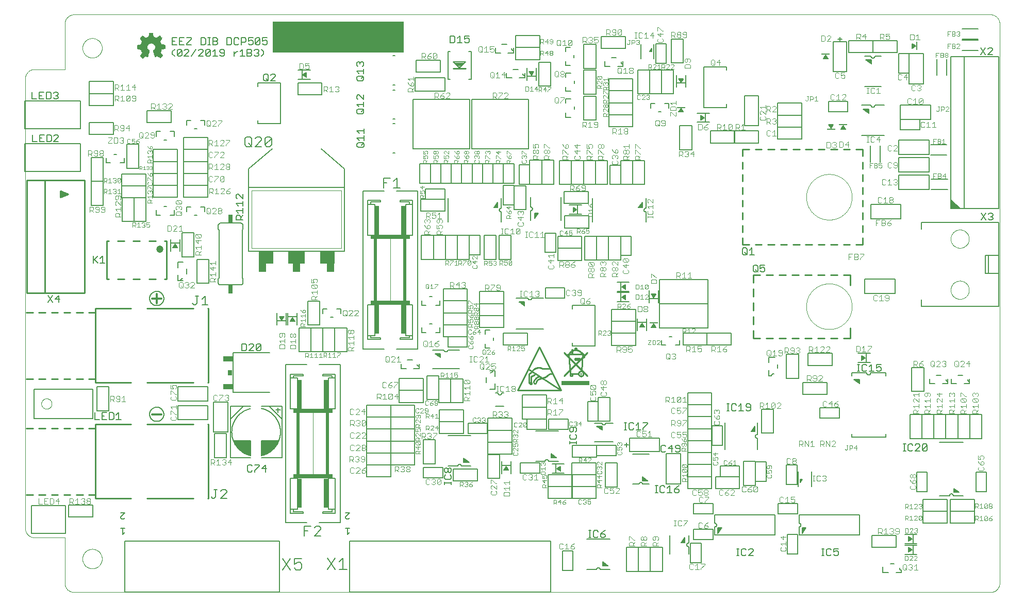
<source format=gto>
G75*
%MOIN*%
%OFA0B0*%
%FSLAX25Y25*%
%IPPOS*%
%LPD*%
%AMOC8*
5,1,8,0,0,1.08239X$1,22.5*
%
%ADD10R,0.01485X0.00015*%
%ADD11R,0.00045X0.00015*%
%ADD12R,0.00105X0.00015*%
%ADD13R,0.00165X0.00015*%
%ADD14R,0.00225X0.00015*%
%ADD15R,0.00285X0.00015*%
%ADD16R,0.00345X0.00015*%
%ADD17R,0.00405X0.00015*%
%ADD18R,0.00435X0.00015*%
%ADD19R,0.00465X0.00015*%
%ADD20R,0.00495X0.00015*%
%ADD21R,0.00540X0.00015*%
%ADD22R,0.00585X0.00015*%
%ADD23R,0.00645X0.00015*%
%ADD24R,0.00150X0.00015*%
%ADD25R,0.00675X0.00015*%
%ADD26R,0.00195X0.00015*%
%ADD27R,0.00705X0.00015*%
%ADD28R,0.00240X0.00015*%
%ADD29R,0.00735X0.00015*%
%ADD30R,0.00270X0.00015*%
%ADD31R,0.00765X0.00015*%
%ADD32R,0.00300X0.00015*%
%ADD33R,0.00810X0.00015*%
%ADD34R,0.00360X0.00015*%
%ADD35R,0.00855X0.00015*%
%ADD36R,0.00435X0.00015*%
%ADD37R,0.00915X0.00015*%
%ADD38R,0.00465X0.00015*%
%ADD39R,0.00945X0.00015*%
%ADD40R,0.00960X0.00015*%
%ADD41R,0.00525X0.00015*%
%ADD42R,0.00990X0.00015*%
%ADD43R,0.00555X0.00015*%
%ADD44R,0.01035X0.00015*%
%ADD45R,0.00600X0.00015*%
%ADD46R,0.01080X0.00015*%
%ADD47R,0.01125X0.00015*%
%ADD48R,0.01170X0.00015*%
%ADD49R,0.00720X0.00015*%
%ADD50R,0.01200X0.00015*%
%ADD51R,0.00750X0.00015*%
%ADD52R,0.01230X0.00015*%
%ADD53R,0.00780X0.00015*%
%ADD54R,0.01260X0.00015*%
%ADD55R,0.00810X0.00015*%
%ADD56R,0.01305X0.00015*%
%ADD57R,0.01365X0.00015*%
%ADD58R,0.00900X0.00015*%
%ADD59R,0.01395X0.00015*%
%ADD60R,0.01440X0.00015*%
%ADD61R,0.01470X0.00015*%
%ADD62R,0.01005X0.00015*%
%ADD63R,0.01500X0.00015*%
%ADD64R,0.01020X0.00015*%
%ADD65R,0.01530X0.00015*%
%ADD66R,0.01065X0.00015*%
%ADD67R,0.01575X0.00015*%
%ADD68R,0.01095X0.00015*%
%ADD69R,0.01635X0.00015*%
%ADD70R,0.01155X0.00015*%
%ADD71R,0.01680X0.00015*%
%ADD72R,0.01200X0.00015*%
%ADD73R,0.01710X0.00015*%
%ADD74R,0.01230X0.00015*%
%ADD75R,0.01725X0.00015*%
%ADD76R,0.01245X0.00015*%
%ADD77R,0.01755X0.00015*%
%ADD78R,0.01275X0.00015*%
%ADD79R,0.01800X0.00015*%
%ADD80R,0.01320X0.00015*%
%ADD81R,0.01860X0.00015*%
%ADD82R,0.01905X0.00015*%
%ADD83R,0.01410X0.00015*%
%ADD84R,0.01935X0.00015*%
%ADD85R,0.01455X0.00015*%
%ADD86R,0.01965X0.00015*%
%ADD87R,0.01485X0.00015*%
%ADD88R,0.01995X0.00015*%
%ADD89R,0.01515X0.00015*%
%ADD90R,0.02040X0.00015*%
%ADD91R,0.01530X0.00015*%
%ADD92R,0.02070X0.00015*%
%ADD93R,0.01575X0.00015*%
%ADD94R,0.02115X0.00015*%
%ADD95R,0.01620X0.00015*%
%ADD96R,0.02160X0.00015*%
%ADD97R,0.01665X0.00015*%
%ADD98R,0.02190X0.00015*%
%ADD99R,0.00075X0.00015*%
%ADD100R,0.01695X0.00015*%
%ADD101R,0.02220X0.00015*%
%ADD102R,0.00105X0.00015*%
%ADD103R,0.02235X0.00015*%
%ADD104R,0.00135X0.00015*%
%ADD105R,0.01755X0.00015*%
%ADD106R,0.02280X0.00015*%
%ADD107R,0.00180X0.00015*%
%ADD108R,0.01785X0.00015*%
%ADD109R,0.02340X0.00015*%
%ADD110R,0.00240X0.00015*%
%ADD111R,0.01830X0.00015*%
%ADD112R,0.02385X0.00015*%
%ADD113R,0.01890X0.00015*%
%ADD114R,0.02415X0.00015*%
%ADD115R,0.00330X0.00015*%
%ADD116R,0.00120X0.00015*%
%ADD117R,0.01920X0.00015*%
%ADD118R,0.02430X0.00015*%
%ADD119R,0.00375X0.00015*%
%ADD120R,0.02460X0.00015*%
%ADD121R,0.00405X0.00015*%
%ADD122R,0.00195X0.00015*%
%ADD123R,0.01965X0.00015*%
%ADD124R,0.02505X0.00015*%
%ADD125R,0.00210X0.00015*%
%ADD126R,0.02010X0.00015*%
%ADD127R,0.02535X0.00015*%
%ADD128R,0.00480X0.00015*%
%ADD129R,0.02580X0.00015*%
%ADD130R,0.00540X0.00015*%
%ADD131R,0.02085X0.00015*%
%ADD132R,0.02625X0.00015*%
%ADD133R,0.02130X0.00015*%
%ADD134R,0.02670X0.00015*%
%ADD135R,0.00630X0.00015*%
%ADD136R,0.02700X0.00015*%
%ADD137R,0.00660X0.00015*%
%ADD138R,0.00450X0.00015*%
%ADD139R,0.02190X0.00015*%
%ADD140R,0.02715X0.00015*%
%ADD141R,0.02205X0.00015*%
%ADD142R,0.02745X0.00015*%
%ADD143R,0.00510X0.00015*%
%ADD144R,0.02235X0.00015*%
%ADD145R,0.02775X0.00015*%
%ADD146R,0.02820X0.00015*%
%ADD147R,0.02310X0.00015*%
%ADD148R,0.02880X0.00015*%
%ADD149R,0.00855X0.00015*%
%ADD150R,0.02355X0.00015*%
%ADD151R,0.02895X0.00015*%
%ADD152R,0.00870X0.00015*%
%ADD153R,0.00660X0.00015*%
%ADD154R,0.02925X0.00015*%
%ADD155R,0.00690X0.00015*%
%ADD156R,0.02970X0.00015*%
%ADD157R,0.03000X0.00015*%
%ADD158R,0.00750X0.00015*%
%ADD159R,0.03045X0.00015*%
%ADD160R,0.01005X0.00015*%
%ADD161R,0.00780X0.00015*%
%ADD162R,0.02505X0.00015*%
%ADD163R,0.03090X0.00015*%
%ADD164R,0.01050X0.00015*%
%ADD165R,0.00825X0.00015*%
%ADD166R,0.02550X0.00015*%
%ADD167R,0.03135X0.00015*%
%ADD168R,0.01095X0.00015*%
%ADD169R,0.00870X0.00015*%
%ADD170R,0.03165X0.00015*%
%ADD171R,0.01125X0.00015*%
%ADD172R,0.02625X0.00015*%
%ADD173R,0.03195X0.00015*%
%ADD174R,0.01140X0.00015*%
%ADD175R,0.00930X0.00015*%
%ADD176R,0.02655X0.00015*%
%ADD177R,0.03210X0.00015*%
%ADD178R,0.00960X0.00015*%
%ADD179R,0.03240X0.00015*%
%ADD180R,0.02700X0.00015*%
%ADD181R,0.03285X0.00015*%
%ADD182R,0.01245X0.00015*%
%ADD183R,0.02745X0.00015*%
%ADD184R,0.03330X0.00015*%
%ADD185R,0.02790X0.00015*%
%ADD186R,0.03360X0.00015*%
%ADD187R,0.01110X0.00015*%
%ADD188R,0.02835X0.00015*%
%ADD189R,0.03390X0.00015*%
%ADD190R,0.01335X0.00015*%
%ADD191R,0.01140X0.00015*%
%ADD192R,0.02865X0.00015*%
%ADD193R,0.03420X0.00015*%
%ADD194R,0.01155X0.00015*%
%ADD195R,0.04905X0.00015*%
%ADD196R,0.04920X0.00015*%
%ADD197R,0.02940X0.00015*%
%ADD198R,0.04950X0.00015*%
%ADD199R,0.02985X0.00015*%
%ADD200R,0.04965X0.00015*%
%ADD201R,0.01275X0.00015*%
%ADD202R,0.03015X0.00015*%
%ADD203R,0.04980X0.00015*%
%ADD204R,0.03045X0.00015*%
%ADD205R,0.05010X0.00015*%
%ADD206R,0.01335X0.00015*%
%ADD207R,0.03075X0.00015*%
%ADD208R,0.01350X0.00015*%
%ADD209R,0.03105X0.00015*%
%ADD210R,0.05040X0.00015*%
%ADD211R,0.01380X0.00015*%
%ADD212R,0.05040X0.00015*%
%ADD213R,0.01410X0.00015*%
%ADD214R,0.03180X0.00015*%
%ADD215R,0.05070X0.00015*%
%ADD216R,0.03225X0.00015*%
%ADD217R,0.03255X0.00015*%
%ADD218R,0.05085X0.00015*%
%ADD219R,0.01515X0.00015*%
%ADD220R,0.03300X0.00015*%
%ADD221R,0.05100X0.00015*%
%ADD222R,0.04935X0.00015*%
%ADD223R,0.05115X0.00015*%
%ADD224R,0.04995X0.00015*%
%ADD225R,0.05130X0.00015*%
%ADD226R,0.05010X0.00015*%
%ADD227R,0.05130X0.00015*%
%ADD228R,0.05010X0.00015*%
%ADD229R,0.05025X0.00015*%
%ADD230R,0.05040X0.00015*%
%ADD231R,0.05055X0.00015*%
%ADD232R,0.05130X0.00015*%
%ADD233R,0.05085X0.00015*%
%ADD234R,0.05115X0.00015*%
%ADD235R,0.05145X0.00015*%
%ADD236R,0.05160X0.00015*%
%ADD237R,0.05130X0.00015*%
%ADD238R,0.05190X0.00015*%
%ADD239R,0.05190X0.00015*%
%ADD240R,0.05205X0.00015*%
%ADD241R,0.05220X0.00015*%
%ADD242R,0.05070X0.00015*%
%ADD243R,0.05085X0.00015*%
%ADD244R,0.05205X0.00015*%
%ADD245R,0.05220X0.00015*%
%ADD246R,0.05055X0.00015*%
%ADD247R,0.05025X0.00015*%
%ADD248R,0.05205X0.00015*%
%ADD249R,0.05025X0.00015*%
%ADD250R,0.05190X0.00015*%
%ADD251R,0.05190X0.00015*%
%ADD252R,0.04995X0.00015*%
%ADD253R,0.05175X0.00015*%
%ADD254R,0.04950X0.00015*%
%ADD255R,0.05145X0.00015*%
%ADD256R,0.05145X0.00015*%
%ADD257R,0.04920X0.00015*%
%ADD258R,0.04905X0.00015*%
%ADD259R,0.04905X0.00015*%
%ADD260R,0.05115X0.00015*%
%ADD261R,0.04890X0.00015*%
%ADD262R,0.04890X0.00015*%
%ADD263R,0.04875X0.00015*%
%ADD264R,0.04845X0.00015*%
%ADD265R,0.04830X0.00015*%
%ADD266R,0.04830X0.00015*%
%ADD267R,0.05070X0.00015*%
%ADD268R,0.04830X0.00015*%
%ADD269R,0.04815X0.00015*%
%ADD270R,0.04800X0.00015*%
%ADD271R,0.04800X0.00015*%
%ADD272R,0.05010X0.00015*%
%ADD273R,0.04785X0.00015*%
%ADD274R,0.04770X0.00015*%
%ADD275R,0.04770X0.00015*%
%ADD276R,0.04755X0.00015*%
%ADD277R,0.04740X0.00015*%
%ADD278R,0.04725X0.00015*%
%ADD279R,0.04725X0.00015*%
%ADD280R,0.04980X0.00015*%
%ADD281R,0.04710X0.00015*%
%ADD282R,0.04725X0.00015*%
%ADD283R,0.04710X0.00015*%
%ADD284R,0.04695X0.00015*%
%ADD285R,0.04680X0.00015*%
%ADD286R,0.04695X0.00015*%
%ADD287R,0.04680X0.00015*%
%ADD288R,0.04905X0.00015*%
%ADD289R,0.04665X0.00015*%
%ADD290R,0.04650X0.00015*%
%ADD291R,0.04635X0.00015*%
%ADD292R,0.04620X0.00015*%
%ADD293R,0.04620X0.00015*%
%ADD294R,0.04890X0.00015*%
%ADD295R,0.04605X0.00015*%
%ADD296R,0.04605X0.00015*%
%ADD297R,0.04590X0.00015*%
%ADD298R,0.04845X0.00015*%
%ADD299R,0.04575X0.00015*%
%ADD300R,0.04590X0.00015*%
%ADD301R,0.04575X0.00015*%
%ADD302R,0.04845X0.00015*%
%ADD303R,0.04560X0.00015*%
%ADD304R,0.04545X0.00015*%
%ADD305R,0.04530X0.00015*%
%ADD306R,0.04515X0.00015*%
%ADD307R,0.04530X0.00015*%
%ADD308R,0.04500X0.00015*%
%ADD309R,0.04515X0.00015*%
%ADD310R,0.04785X0.00015*%
%ADD311R,0.04485X0.00015*%
%ADD312R,0.04755X0.00015*%
%ADD313R,0.04470X0.00015*%
%ADD314R,0.04740X0.00015*%
%ADD315R,0.04485X0.00015*%
%ADD316R,0.04755X0.00015*%
%ADD317R,0.04545X0.00015*%
%ADD318R,0.04695X0.00015*%
%ADD319R,0.04680X0.00015*%
%ADD320R,0.04665X0.00015*%
%ADD321R,0.04725X0.00015*%
%ADD322R,0.04680X0.00015*%
%ADD323R,0.04860X0.00015*%
%ADD324R,0.04740X0.00015*%
%ADD325R,0.04875X0.00015*%
%ADD326R,0.04965X0.00015*%
%ADD327R,0.04860X0.00015*%
%ADD328R,0.04995X0.00015*%
%ADD329R,0.04875X0.00015*%
%ADD330R,0.04980X0.00015*%
%ADD331R,0.05235X0.00015*%
%ADD332R,0.05235X0.00015*%
%ADD333R,0.05250X0.00015*%
%ADD334R,0.05280X0.00015*%
%ADD335R,0.05295X0.00015*%
%ADD336R,0.05325X0.00015*%
%ADD337R,0.05340X0.00015*%
%ADD338R,0.05235X0.00015*%
%ADD339R,0.05355X0.00015*%
%ADD340R,0.05370X0.00015*%
%ADD341R,0.05265X0.00015*%
%ADD342R,0.05370X0.00015*%
%ADD343R,0.05280X0.00015*%
%ADD344R,0.05385X0.00015*%
%ADD345R,0.05295X0.00015*%
%ADD346R,0.05400X0.00015*%
%ADD347R,0.05415X0.00015*%
%ADD348R,0.05310X0.00015*%
%ADD349R,0.05430X0.00015*%
%ADD350R,0.05445X0.00015*%
%ADD351R,0.05460X0.00015*%
%ADD352R,0.05355X0.00015*%
%ADD353R,0.05475X0.00015*%
%ADD354R,0.05505X0.00015*%
%ADD355R,0.05520X0.00015*%
%ADD356R,0.05535X0.00015*%
%ADD357R,0.05550X0.00015*%
%ADD358R,0.05550X0.00015*%
%ADD359R,0.05475X0.00015*%
%ADD360R,0.05490X0.00015*%
%ADD361R,0.05475X0.00015*%
%ADD362R,0.05385X0.00015*%
%ADD363R,0.05370X0.00015*%
%ADD364R,0.05325X0.00015*%
%ADD365R,0.05310X0.00015*%
%ADD366R,0.05265X0.00015*%
%ADD367R,0.05175X0.00015*%
%ADD368R,0.04980X0.00015*%
%ADD369R,0.04965X0.00015*%
%ADD370R,0.04860X0.00015*%
%ADD371R,0.04845X0.00015*%
%ADD372R,0.04815X0.00015*%
%ADD373R,0.04770X0.00015*%
%ADD374R,0.05295X0.00015*%
%ADD375R,0.04635X0.00015*%
%ADD376R,0.05610X0.00015*%
%ADD377R,0.05700X0.00015*%
%ADD378R,0.05760X0.00015*%
%ADD379R,0.05805X0.00015*%
%ADD380R,0.05850X0.00015*%
%ADD381R,0.05895X0.00015*%
%ADD382R,0.06000X0.00015*%
%ADD383R,0.06135X0.00015*%
%ADD384R,0.06225X0.00015*%
%ADD385R,0.06300X0.00015*%
%ADD386R,0.06330X0.00015*%
%ADD387R,0.06375X0.00015*%
%ADD388R,0.06450X0.00015*%
%ADD389R,0.06570X0.00015*%
%ADD390R,0.05565X0.00015*%
%ADD391R,0.06690X0.00015*%
%ADD392R,0.06735X0.00015*%
%ADD393R,0.05790X0.00015*%
%ADD394R,0.06765X0.00015*%
%ADD395R,0.05850X0.00015*%
%ADD396R,0.06780X0.00015*%
%ADD397R,0.05895X0.00015*%
%ADD398R,0.06795X0.00015*%
%ADD399R,0.05955X0.00015*%
%ADD400R,0.06810X0.00015*%
%ADD401R,0.06060X0.00015*%
%ADD402R,0.06195X0.00015*%
%ADD403R,0.06825X0.00015*%
%ADD404R,0.06330X0.00015*%
%ADD405R,0.06840X0.00015*%
%ADD406R,0.06390X0.00015*%
%ADD407R,0.06495X0.00015*%
%ADD408R,0.06840X0.00015*%
%ADD409R,0.06555X0.00015*%
%ADD410R,0.06825X0.00015*%
%ADD411R,0.06645X0.00015*%
%ADD412R,0.06825X0.00015*%
%ADD413R,0.06705X0.00015*%
%ADD414R,0.06705X0.00015*%
%ADD415R,0.06810X0.00015*%
%ADD416R,0.06720X0.00015*%
%ADD417R,0.06795X0.00015*%
%ADD418R,0.06750X0.00015*%
%ADD419R,0.06765X0.00015*%
%ADD420R,0.06795X0.00015*%
%ADD421R,0.06780X0.00015*%
%ADD422R,0.06780X0.00015*%
%ADD423R,0.06750X0.00015*%
%ADD424R,0.06720X0.00015*%
%ADD425R,0.06720X0.00015*%
%ADD426R,0.06705X0.00015*%
%ADD427R,0.06705X0.00015*%
%ADD428R,0.06690X0.00015*%
%ADD429R,0.06675X0.00015*%
%ADD430R,0.06690X0.00015*%
%ADD431R,0.06675X0.00015*%
%ADD432R,0.06675X0.00015*%
%ADD433R,0.06660X0.00015*%
%ADD434R,0.06675X0.00015*%
%ADD435R,0.06660X0.00015*%
%ADD436R,0.06660X0.00015*%
%ADD437R,0.06645X0.00015*%
%ADD438R,0.06630X0.00015*%
%ADD439R,0.06660X0.00015*%
%ADD440R,0.06630X0.00015*%
%ADD441R,0.06645X0.00015*%
%ADD442R,0.06735X0.00015*%
%ADD443R,0.06765X0.00015*%
%ADD444R,0.06780X0.00015*%
%ADD445R,0.06825X0.00015*%
%ADD446R,0.06855X0.00015*%
%ADD447R,0.06855X0.00015*%
%ADD448R,0.06870X0.00015*%
%ADD449R,0.06885X0.00015*%
%ADD450R,0.06525X0.00015*%
%ADD451R,0.06405X0.00015*%
%ADD452R,0.06255X0.00015*%
%ADD453R,0.06165X0.00015*%
%ADD454R,0.06870X0.00015*%
%ADD455R,0.06120X0.00015*%
%ADD456R,0.06885X0.00015*%
%ADD457R,0.06060X0.00015*%
%ADD458R,0.06015X0.00015*%
%ADD459R,0.05910X0.00015*%
%ADD460R,0.05670X0.00015*%
%ADD461R,0.05595X0.00015*%
%ADD462R,0.06585X0.00015*%
%ADD463R,0.05160X0.00015*%
%ADD464R,0.06390X0.00015*%
%ADD465R,0.05025X0.00015*%
%ADD466R,0.06330X0.00015*%
%ADD467R,0.06075X0.00015*%
%ADD468R,0.05820X0.00015*%
%ADD469R,0.05775X0.00015*%
%ADD470R,0.05685X0.00015*%
%ADD471R,0.05460X0.00015*%
%ADD472R,0.04860X0.00015*%
%ADD473R,0.04935X0.00015*%
%ADD474R,0.05160X0.00015*%
%ADD475R,0.05325X0.00015*%
%ADD476R,0.05340X0.00015*%
%ADD477R,0.05355X0.00015*%
%ADD478R,0.05430X0.00015*%
%ADD479R,0.05535X0.00015*%
%ADD480R,0.05595X0.00015*%
%ADD481R,0.05640X0.00015*%
%ADD482R,0.05640X0.00015*%
%ADD483R,0.05670X0.00015*%
%ADD484R,0.05685X0.00015*%
%ADD485R,0.05700X0.00015*%
%ADD486R,0.05715X0.00015*%
%ADD487R,0.05715X0.00015*%
%ADD488R,0.05730X0.00015*%
%ADD489R,0.05745X0.00015*%
%ADD490R,0.05760X0.00015*%
%ADD491R,0.06000X0.00015*%
%ADD492R,0.06105X0.00015*%
%ADD493R,0.06180X0.00015*%
%ADD494R,0.06210X0.00015*%
%ADD495R,0.12690X0.00015*%
%ADD496R,0.12675X0.00015*%
%ADD497R,0.12660X0.00015*%
%ADD498R,0.12660X0.00015*%
%ADD499R,0.12645X0.00015*%
%ADD500R,0.12615X0.00015*%
%ADD501R,0.12600X0.00015*%
%ADD502R,0.12585X0.00015*%
%ADD503R,0.12555X0.00015*%
%ADD504R,0.12540X0.00015*%
%ADD505R,0.12525X0.00015*%
%ADD506R,0.12510X0.00015*%
%ADD507R,0.12510X0.00015*%
%ADD508R,0.12480X0.00015*%
%ADD509R,0.12450X0.00015*%
%ADD510R,0.12435X0.00015*%
%ADD511R,0.12420X0.00015*%
%ADD512R,0.12390X0.00015*%
%ADD513R,0.12375X0.00015*%
%ADD514R,0.12360X0.00015*%
%ADD515R,0.12330X0.00015*%
%ADD516R,0.12300X0.00015*%
%ADD517R,0.12285X0.00015*%
%ADD518R,0.12270X0.00015*%
%ADD519R,0.12255X0.00015*%
%ADD520R,0.12240X0.00015*%
%ADD521R,0.12225X0.00015*%
%ADD522R,0.12195X0.00015*%
%ADD523R,0.12165X0.00015*%
%ADD524R,0.12150X0.00015*%
%ADD525R,0.12135X0.00015*%
%ADD526R,0.12120X0.00015*%
%ADD527R,0.12090X0.00015*%
%ADD528R,0.12075X0.00015*%
%ADD529R,0.12060X0.00015*%
%ADD530R,0.12045X0.00015*%
%ADD531R,0.12015X0.00015*%
%ADD532R,0.12000X0.00015*%
%ADD533R,0.11985X0.00015*%
%ADD534R,0.11955X0.00015*%
%ADD535R,0.11940X0.00015*%
%ADD536R,0.11925X0.00015*%
%ADD537R,0.11910X0.00015*%
%ADD538R,0.11910X0.00015*%
%ADD539R,0.11880X0.00015*%
%ADD540R,0.11850X0.00015*%
%ADD541R,0.11835X0.00015*%
%ADD542R,0.11805X0.00015*%
%ADD543R,0.11775X0.00015*%
%ADD544R,0.11760X0.00015*%
%ADD545R,0.11745X0.00015*%
%ADD546R,0.11730X0.00015*%
%ADD547R,0.11700X0.00015*%
%ADD548R,0.11700X0.00015*%
%ADD549R,0.11685X0.00015*%
%ADD550R,0.11655X0.00015*%
%ADD551R,0.11640X0.00015*%
%ADD552R,0.11625X0.00015*%
%ADD553R,0.11625X0.00015*%
%ADD554R,0.11670X0.00015*%
%ADD555R,0.11715X0.00015*%
%ADD556R,0.11790X0.00015*%
%ADD557R,0.11820X0.00015*%
%ADD558R,0.11820X0.00015*%
%ADD559R,0.11880X0.00015*%
%ADD560R,0.11895X0.00015*%
%ADD561R,0.11970X0.00015*%
%ADD562R,0.12045X0.00015*%
%ADD563R,0.12075X0.00015*%
%ADD564R,0.12105X0.00015*%
%ADD565R,0.12135X0.00015*%
%ADD566R,0.12165X0.00015*%
%ADD567R,0.12180X0.00015*%
%ADD568R,0.12195X0.00015*%
%ADD569R,0.12210X0.00015*%
%ADD570R,0.12225X0.00015*%
%ADD571R,0.12255X0.00015*%
%ADD572R,0.12360X0.00015*%
%ADD573R,0.12390X0.00015*%
%ADD574R,0.12405X0.00015*%
%ADD575R,0.12435X0.00015*%
%ADD576R,0.12480X0.00015*%
%ADD577R,0.12480X0.00015*%
%ADD578R,0.12510X0.00015*%
%ADD579R,0.12570X0.00015*%
%ADD580R,0.12630X0.00015*%
%ADD581R,0.12675X0.00015*%
%ADD582R,0.12705X0.00015*%
%ADD583R,0.12735X0.00015*%
%ADD584R,0.12750X0.00015*%
%ADD585R,0.12780X0.00015*%
%ADD586R,0.12795X0.00015*%
%ADD587R,0.12810X0.00015*%
%ADD588R,0.12840X0.00015*%
%ADD589R,0.12855X0.00015*%
%ADD590R,0.12885X0.00015*%
%ADD591R,0.12900X0.00015*%
%ADD592R,0.12915X0.00015*%
%ADD593R,0.12945X0.00015*%
%ADD594R,0.12960X0.00015*%
%ADD595R,0.12990X0.00015*%
%ADD596R,0.13005X0.00015*%
%ADD597R,0.13020X0.00015*%
%ADD598R,0.13035X0.00015*%
%ADD599R,0.13065X0.00015*%
%ADD600R,0.13080X0.00015*%
%ADD601R,0.13110X0.00015*%
%ADD602R,0.13125X0.00015*%
%ADD603R,0.13155X0.00015*%
%ADD604R,0.13170X0.00015*%
%ADD605R,0.13200X0.00015*%
%ADD606R,0.13230X0.00015*%
%ADD607R,0.13260X0.00015*%
%ADD608R,0.13290X0.00015*%
%ADD609R,0.13320X0.00015*%
%ADD610R,0.13350X0.00015*%
%ADD611R,0.13365X0.00015*%
%ADD612R,0.13395X0.00015*%
%ADD613R,0.13425X0.00015*%
%ADD614R,0.13455X0.00015*%
%ADD615R,0.13470X0.00015*%
%ADD616R,0.13500X0.00015*%
%ADD617R,0.13530X0.00015*%
%ADD618R,0.13560X0.00015*%
%ADD619R,0.13575X0.00015*%
%ADD620R,0.13605X0.00015*%
%ADD621R,0.13635X0.00015*%
%ADD622R,0.13650X0.00015*%
%ADD623R,0.13680X0.00015*%
%ADD624R,0.13695X0.00015*%
%ADD625R,0.13725X0.00015*%
%ADD626R,0.13740X0.00015*%
%ADD627R,0.13770X0.00015*%
%ADD628R,0.13785X0.00015*%
%ADD629R,0.13800X0.00015*%
%ADD630R,0.13830X0.00015*%
%ADD631R,0.13860X0.00015*%
%ADD632R,0.13875X0.00015*%
%ADD633R,0.13905X0.00015*%
%ADD634R,0.13935X0.00015*%
%ADD635R,0.13950X0.00015*%
%ADD636R,0.13980X0.00015*%
%ADD637R,0.14010X0.00015*%
%ADD638R,0.14025X0.00015*%
%ADD639R,0.14055X0.00015*%
%ADD640R,0.14070X0.00015*%
%ADD641R,0.14085X0.00015*%
%ADD642R,0.14115X0.00015*%
%ADD643R,0.14145X0.00015*%
%ADD644R,0.14160X0.00015*%
%ADD645R,0.14190X0.00015*%
%ADD646R,0.14205X0.00015*%
%ADD647R,0.14220X0.00015*%
%ADD648R,0.14235X0.00015*%
%ADD649R,0.14265X0.00015*%
%ADD650R,0.14280X0.00015*%
%ADD651R,0.14295X0.00015*%
%ADD652R,0.14295X0.00015*%
%ADD653R,0.14250X0.00015*%
%ADD654R,0.14205X0.00015*%
%ADD655R,0.14175X0.00015*%
%ADD656R,0.14160X0.00015*%
%ADD657R,0.14130X0.00015*%
%ADD658R,0.14100X0.00015*%
%ADD659R,0.14040X0.00015*%
%ADD660R,0.14010X0.00015*%
%ADD661R,0.03465X0.00015*%
%ADD662R,0.10440X0.00015*%
%ADD663R,0.03420X0.00015*%
%ADD664R,0.10395X0.00015*%
%ADD665R,0.03375X0.00015*%
%ADD666R,0.10335X0.00015*%
%ADD667R,0.03570X0.00015*%
%ADD668R,0.06600X0.00015*%
%ADD669R,0.03525X0.00015*%
%ADD670R,0.03270X0.00015*%
%ADD671R,0.03495X0.00015*%
%ADD672R,0.03210X0.00015*%
%ADD673R,0.06480X0.00015*%
%ADD674R,0.03435X0.00015*%
%ADD675R,0.03165X0.00015*%
%ADD676R,0.03390X0.00015*%
%ADD677R,0.03120X0.00015*%
%ADD678R,0.06315X0.00015*%
%ADD679R,0.03345X0.00015*%
%ADD680R,0.03090X0.00015*%
%ADD681R,0.03075X0.00015*%
%ADD682R,0.06225X0.00015*%
%ADD683R,0.03270X0.00015*%
%ADD684R,0.06180X0.00015*%
%ADD685R,0.02970X0.00015*%
%ADD686R,0.06075X0.00015*%
%ADD687R,0.03195X0.00015*%
%ADD688R,0.02925X0.00015*%
%ADD689R,0.05985X0.00015*%
%ADD690R,0.03135X0.00015*%
%ADD691R,0.02850X0.00015*%
%ADD692R,0.05835X0.00015*%
%ADD693R,0.03030X0.00015*%
%ADD694R,0.02805X0.00015*%
%ADD695R,0.02730X0.00015*%
%ADD696R,0.05625X0.00015*%
%ADD697R,0.02925X0.00015*%
%ADD698R,0.02640X0.00015*%
%ADD699R,0.02595X0.00015*%
%ADD700R,0.02565X0.00015*%
%ADD701R,0.02760X0.00015*%
%ADD702R,0.02520X0.00015*%
%ADD703R,0.02730X0.00015*%
%ADD704R,0.02475X0.00015*%
%ADD705R,0.02685X0.00015*%
%ADD706R,0.02445X0.00015*%
%ADD707R,0.02400X0.00015*%
%ADD708R,0.02370X0.00015*%
%ADD709R,0.02565X0.00015*%
%ADD710R,0.02340X0.00015*%
%ADD711R,0.02325X0.00015*%
%ADD712R,0.02505X0.00015*%
%ADD713R,0.02280X0.00015*%
%ADD714R,0.02460X0.00015*%
%ADD715R,0.04560X0.00015*%
%ADD716R,0.02190X0.00015*%
%ADD717R,0.04440X0.00015*%
%ADD718R,0.02370X0.00015*%
%ADD719R,0.02145X0.00015*%
%ADD720R,0.04365X0.00015*%
%ADD721R,0.04320X0.00015*%
%ADD722R,0.02310X0.00015*%
%ADD723R,0.02100X0.00015*%
%ADD724R,0.04260X0.00015*%
%ADD725R,0.04200X0.00015*%
%ADD726R,0.02265X0.00015*%
%ADD727R,0.02040X0.00015*%
%ADD728R,0.04095X0.00015*%
%ADD729R,0.02220X0.00015*%
%ADD730R,0.03915X0.00015*%
%ADD731R,0.02175X0.00015*%
%ADD732R,0.03765X0.00015*%
%ADD733R,0.03675X0.00015*%
%ADD734R,0.01890X0.00015*%
%ADD735R,0.03615X0.00015*%
%ADD736R,0.02055X0.00015*%
%ADD737R,0.01860X0.00015*%
%ADD738R,0.03555X0.00015*%
%ADD739R,0.01815X0.00015*%
%ADD740R,0.03450X0.00015*%
%ADD741R,0.01725X0.00015*%
%ADD742R,0.03315X0.00015*%
%ADD743R,0.01905X0.00015*%
%ADD744R,0.01680X0.00015*%
%ADD745R,0.01650X0.00015*%
%ADD746R,0.01620X0.00015*%
%ADD747R,0.01590X0.00015*%
%ADD748R,0.01770X0.00015*%
%ADD749R,0.01560X0.00015*%
%ADD750R,0.03240X0.00015*%
%ADD751R,0.01740X0.00015*%
%ADD752R,0.01665X0.00015*%
%ADD753R,0.01455X0.00015*%
%ADD754R,0.01635X0.00015*%
%ADD755R,0.01410X0.00015*%
%ADD756R,0.01395X0.00015*%
%ADD757R,0.01365X0.00015*%
%ADD758R,0.01335X0.00015*%
%ADD759R,0.01290X0.00015*%
%ADD760R,0.03210X0.00015*%
%ADD761R,0.01455X0.00015*%
%ADD762R,0.01185X0.00015*%
%ADD763R,0.01290X0.00015*%
%ADD764R,0.01110X0.00015*%
%ADD765R,0.01260X0.00015*%
%ADD766R,0.03180X0.00015*%
%ADD767R,0.00975X0.00015*%
%ADD768R,0.03150X0.00015*%
%ADD769R,0.00885X0.00015*%
%ADD770R,0.03150X0.00015*%
%ADD771R,0.01050X0.00015*%
%ADD772R,0.00795X0.00015*%
%ADD773R,0.00885X0.00015*%
%ADD774R,0.00690X0.00015*%
%ADD775R,0.00840X0.00015*%
%ADD776R,0.00570X0.00015*%
%ADD777R,0.00525X0.00015*%
%ADD778R,0.03105X0.00015*%
%ADD779R,0.00660X0.00015*%
%ADD780R,0.00615X0.00015*%
%ADD781R,0.00420X0.00015*%
%ADD782R,0.00555X0.00015*%
%ADD783R,0.00390X0.00015*%
%ADD784R,0.00525X0.00015*%
%ADD785R,0.00360X0.00015*%
%ADD786R,0.00495X0.00015*%
%ADD787R,0.03075X0.00015*%
%ADD788R,0.00450X0.00015*%
%ADD789R,0.00225X0.00015*%
%ADD790R,0.00345X0.00015*%
%ADD791R,0.00255X0.00015*%
%ADD792R,0.03060X0.00015*%
%ADD793R,0.00180X0.00015*%
%ADD794R,0.00075X0.00015*%
%ADD795R,0.03000X0.00015*%
%ADD796R,0.02955X0.00015*%
%ADD797R,0.02940X0.00015*%
%ADD798R,0.02940X0.00015*%
%ADD799R,0.02910X0.00015*%
%ADD800R,0.02910X0.00015*%
%ADD801R,0.02865X0.00015*%
%ADD802R,0.02805X0.00015*%
%ADD803R,0.02775X0.00015*%
%ADD804R,0.02760X0.00015*%
%ADD805R,0.02655X0.00015*%
%ADD806R,0.02640X0.00015*%
%ADD807R,0.02610X0.00015*%
%ADD808R,0.02595X0.00015*%
%ADD809R,0.02535X0.00015*%
%ADD810R,0.02475X0.00015*%
%ADD811R,0.02175X0.00015*%
%ADD812R,0.01575X0.00015*%
%ADD813C,0.00500*%
%ADD814R,0.85000X0.20000*%
%ADD815C,0.00394*%
%ADD816C,0.00800*%
%ADD817C,0.01200*%
%ADD818C,0.01000*%
%ADD819R,0.05512X0.00787*%
%ADD820C,0.00600*%
%ADD821C,0.00400*%
%ADD822C,0.00300*%
%ADD823R,0.00787X0.05512*%
%ADD824C,0.00000*%
%ADD825C,0.00700*%
%ADD826C,0.00200*%
%ADD827C,0.04724*%
%ADD828R,0.03000X0.03400*%
%ADD829R,0.06000X0.03400*%
%ADD830R,0.18000X0.03000*%
%ADD831R,0.09500X0.08000*%
%ADD832R,0.11000X0.08000*%
%ADD833R,0.05000X0.07500*%
%ADD834R,0.03000X0.05500*%
%ADD835R,0.04500X0.02500*%
%ADD836R,0.16000X0.02500*%
%ADD837R,0.02000X0.40000*%
%ADD838R,0.03000X0.19000*%
D10*
X0143935Y0427054D03*
D11*
X0141045Y0421344D03*
X0149250Y0422214D03*
X0152430Y0421509D03*
D12*
X0141045Y0421359D03*
D13*
X0141045Y0421374D03*
D14*
X0141045Y0421389D03*
D15*
X0141045Y0421404D03*
X0141135Y0435789D03*
D16*
X0141045Y0421419D03*
X0149295Y0422304D03*
D17*
X0149310Y0422319D03*
X0141045Y0421433D03*
D18*
X0141045Y0421449D03*
D19*
X0141045Y0421464D03*
D20*
X0141045Y0421479D03*
X0152430Y0421644D03*
D21*
X0141053Y0421494D03*
D22*
X0141060Y0421509D03*
X0144075Y0422319D03*
X0149385Y0422409D03*
D23*
X0149400Y0422424D03*
X0152415Y0421704D03*
X0141060Y0421524D03*
D24*
X0149243Y0422244D03*
X0152437Y0421524D03*
D25*
X0152415Y0421719D03*
X0144045Y0422364D03*
X0141060Y0421539D03*
D26*
X0152430Y0421539D03*
D27*
X0149430Y0422469D03*
X0144030Y0422379D03*
X0141060Y0421554D03*
D28*
X0152438Y0421554D03*
D29*
X0141060Y0421569D03*
D30*
X0149273Y0422289D03*
X0152438Y0421569D03*
D31*
X0144015Y0422394D03*
X0141060Y0421583D03*
D32*
X0144173Y0422214D03*
X0152438Y0421583D03*
X0152062Y0435833D03*
D33*
X0141068Y0421599D03*
D34*
X0152438Y0421599D03*
D35*
X0152400Y0421794D03*
X0141075Y0421614D03*
D36*
X0144135Y0422274D03*
X0149325Y0422333D03*
X0152430Y0421614D03*
D37*
X0149490Y0422544D03*
X0143955Y0422469D03*
X0141075Y0421629D03*
X0141165Y0435533D03*
D38*
X0141150Y0435714D03*
X0152430Y0421629D03*
D39*
X0152400Y0421824D03*
X0143940Y0422483D03*
X0141075Y0421644D03*
X0146460Y0437709D03*
X0152040Y0435594D03*
D40*
X0141083Y0421659D03*
D41*
X0152430Y0421659D03*
D42*
X0152393Y0421839D03*
X0149513Y0422589D03*
X0141083Y0421674D03*
X0152033Y0435579D03*
D43*
X0152430Y0421674D03*
D44*
X0141090Y0421689D03*
D45*
X0152423Y0421689D03*
X0141158Y0435669D03*
D46*
X0152033Y0435533D03*
X0149543Y0422619D03*
X0141083Y0421704D03*
D47*
X0141090Y0421719D03*
D48*
X0141098Y0421733D03*
X0143873Y0422574D03*
X0149573Y0422679D03*
X0152018Y0435504D03*
D49*
X0152048Y0435683D03*
X0152408Y0421733D03*
D50*
X0141098Y0421749D03*
D51*
X0152408Y0421749D03*
D52*
X0141098Y0421764D03*
X0141188Y0435414D03*
X0152018Y0435489D03*
D53*
X0152048Y0435654D03*
X0152408Y0421764D03*
D54*
X0141098Y0421779D03*
D55*
X0143993Y0422409D03*
X0152408Y0421779D03*
X0152048Y0435639D03*
D56*
X0149625Y0422739D03*
X0141105Y0421794D03*
D57*
X0141105Y0421809D03*
X0143805Y0422664D03*
X0152370Y0422004D03*
D58*
X0152393Y0421809D03*
X0143962Y0422454D03*
D59*
X0141105Y0421824D03*
D60*
X0141113Y0421839D03*
D61*
X0141113Y0421854D03*
X0149663Y0422829D03*
D62*
X0152385Y0421854D03*
D63*
X0141112Y0421869D03*
X0141203Y0435309D03*
X0152003Y0435383D03*
D64*
X0152033Y0435564D03*
X0141173Y0435504D03*
X0152393Y0421869D03*
D65*
X0141113Y0421883D03*
D66*
X0152385Y0421883D03*
D67*
X0141120Y0421899D03*
D68*
X0152385Y0421899D03*
D69*
X0141120Y0421914D03*
D70*
X0152385Y0421914D03*
D71*
X0141128Y0421929D03*
D72*
X0143873Y0422589D03*
X0149588Y0422694D03*
X0152378Y0421929D03*
D73*
X0141128Y0421944D03*
D74*
X0152378Y0421944D03*
D75*
X0152340Y0422154D03*
X0141135Y0421959D03*
D76*
X0152370Y0421959D03*
D77*
X0141135Y0421974D03*
D78*
X0143835Y0422619D03*
X0152370Y0421974D03*
D79*
X0141128Y0421989D03*
X0151988Y0435264D03*
D80*
X0152018Y0435444D03*
X0152363Y0421989D03*
X0143828Y0422633D03*
D81*
X0141143Y0422004D03*
D82*
X0141150Y0422019D03*
X0141225Y0435144D03*
D83*
X0152363Y0422019D03*
D84*
X0152325Y0422244D03*
X0141150Y0422033D03*
X0141225Y0435129D03*
X0146640Y0437679D03*
D85*
X0149655Y0422814D03*
X0152355Y0422033D03*
D86*
X0141150Y0422049D03*
D87*
X0152355Y0422049D03*
D88*
X0141150Y0422064D03*
X0141225Y0435114D03*
D89*
X0152355Y0422064D03*
D90*
X0152318Y0422289D03*
X0141158Y0422079D03*
X0151973Y0435174D03*
D91*
X0152003Y0435369D03*
X0152348Y0422079D03*
D92*
X0141158Y0422094D03*
X0141233Y0435083D03*
D93*
X0152355Y0422094D03*
D94*
X0141165Y0422109D03*
D95*
X0152348Y0422109D03*
D96*
X0152303Y0422333D03*
X0141173Y0422124D03*
D97*
X0152340Y0422124D03*
D98*
X0141173Y0422139D03*
D99*
X0144225Y0422139D03*
D100*
X0152340Y0422139D03*
D101*
X0141173Y0422154D03*
D102*
X0144225Y0422154D03*
D103*
X0141180Y0422169D03*
X0141240Y0435009D03*
X0146655Y0437633D03*
D104*
X0144225Y0422169D03*
D105*
X0152340Y0422169D03*
D106*
X0152288Y0422394D03*
X0141188Y0422183D03*
D107*
X0144203Y0422183D03*
D108*
X0152340Y0422183D03*
X0141210Y0435204D03*
D109*
X0141188Y0422199D03*
D110*
X0144188Y0422199D03*
D111*
X0152333Y0422199D03*
X0151988Y0435249D03*
D112*
X0152280Y0422439D03*
X0141195Y0422214D03*
D113*
X0152333Y0422214D03*
D114*
X0152280Y0422454D03*
X0141195Y0422229D03*
X0151935Y0435009D03*
D115*
X0141143Y0435774D03*
X0144158Y0422229D03*
D116*
X0149243Y0422229D03*
X0141143Y0435819D03*
D117*
X0152333Y0422229D03*
D118*
X0152273Y0422469D03*
X0141203Y0422244D03*
X0146648Y0437559D03*
D119*
X0144150Y0422244D03*
D120*
X0141203Y0422259D03*
X0152273Y0422483D03*
D121*
X0144150Y0422259D03*
D122*
X0149250Y0422259D03*
D123*
X0152325Y0422259D03*
X0151980Y0435204D03*
D124*
X0141210Y0422274D03*
D125*
X0149258Y0422274D03*
D126*
X0152318Y0422274D03*
X0151973Y0435189D03*
D127*
X0151920Y0434964D03*
X0146640Y0437304D03*
X0146640Y0437319D03*
X0146640Y0437333D03*
X0146640Y0437364D03*
X0141210Y0422289D03*
D128*
X0144128Y0422289D03*
X0149333Y0422364D03*
X0152063Y0435774D03*
D129*
X0151913Y0434933D03*
X0146648Y0437229D03*
X0152258Y0422529D03*
X0141218Y0422304D03*
D130*
X0144098Y0422304D03*
X0149363Y0422394D03*
D131*
X0152310Y0422304D03*
X0151965Y0435144D03*
D132*
X0141225Y0422319D03*
D133*
X0152303Y0422319D03*
X0151958Y0435129D03*
X0141233Y0435054D03*
D134*
X0141293Y0434814D03*
X0146633Y0437019D03*
X0146633Y0437033D03*
X0152243Y0422574D03*
X0141233Y0422333D03*
D135*
X0144068Y0422333D03*
X0141158Y0435654D03*
D136*
X0146633Y0436899D03*
X0141233Y0422349D03*
D137*
X0144053Y0422349D03*
D138*
X0149333Y0422349D03*
D139*
X0152303Y0422349D03*
D140*
X0141240Y0422364D03*
X0146640Y0436794D03*
X0146640Y0436809D03*
X0146640Y0436824D03*
X0146640Y0436839D03*
X0146640Y0436854D03*
D141*
X0152295Y0422364D03*
D142*
X0141240Y0422379D03*
X0146640Y0436719D03*
D143*
X0149348Y0422379D03*
D144*
X0152295Y0422379D03*
D145*
X0141240Y0422394D03*
X0141300Y0434783D03*
X0151890Y0434859D03*
D146*
X0146633Y0436554D03*
X0146633Y0436569D03*
X0141308Y0434754D03*
X0141248Y0422409D03*
D147*
X0152288Y0422409D03*
D148*
X0152228Y0422664D03*
X0141248Y0422424D03*
X0141308Y0434724D03*
X0146633Y0436344D03*
X0146633Y0436359D03*
X0146633Y0436374D03*
X0146633Y0436389D03*
X0146633Y0436404D03*
X0146633Y0436419D03*
X0146633Y0436433D03*
X0151883Y0434814D03*
D149*
X0143970Y0422424D03*
D150*
X0152280Y0422424D03*
D151*
X0152220Y0422679D03*
X0141255Y0422439D03*
D152*
X0143963Y0422439D03*
D153*
X0149408Y0422439D03*
X0141158Y0435639D03*
D154*
X0141255Y0422454D03*
D155*
X0149423Y0422454D03*
D156*
X0141263Y0422469D03*
D157*
X0141262Y0422483D03*
X0146618Y0435983D03*
X0146618Y0436014D03*
X0146618Y0436029D03*
X0151868Y0434769D03*
D158*
X0152048Y0435669D03*
X0141158Y0435609D03*
X0149437Y0422483D03*
D159*
X0141270Y0422499D03*
D160*
X0143925Y0422499D03*
D161*
X0149453Y0422499D03*
D162*
X0152265Y0422499D03*
D163*
X0141278Y0422514D03*
X0146633Y0435744D03*
X0146633Y0435759D03*
X0146633Y0435774D03*
D164*
X0141173Y0435489D03*
X0143903Y0422514D03*
X0149528Y0422604D03*
D165*
X0149475Y0422514D03*
X0141165Y0435579D03*
D166*
X0146648Y0437289D03*
X0152258Y0422514D03*
D167*
X0152190Y0422783D03*
X0141285Y0422529D03*
X0146625Y0435579D03*
X0146625Y0435594D03*
X0146625Y0435609D03*
X0146625Y0435624D03*
X0146625Y0435639D03*
D168*
X0143895Y0422529D03*
D169*
X0149483Y0422529D03*
X0141158Y0435564D03*
D170*
X0146610Y0435519D03*
X0146610Y0435504D03*
X0141285Y0422544D03*
D171*
X0143895Y0422544D03*
X0141180Y0435459D03*
X0152025Y0435519D03*
D172*
X0151905Y0434919D03*
X0146640Y0437124D03*
X0146640Y0437139D03*
X0146640Y0437154D03*
X0141285Y0434844D03*
X0152250Y0422544D03*
D173*
X0141285Y0422559D03*
D174*
X0143888Y0422559D03*
D175*
X0149498Y0422559D03*
D176*
X0152250Y0422559D03*
X0146640Y0437064D03*
X0146640Y0437079D03*
X0146640Y0437094D03*
D177*
X0141293Y0422574D03*
D178*
X0149498Y0422574D03*
D179*
X0141293Y0422589D03*
D180*
X0152243Y0422589D03*
X0146633Y0436869D03*
X0146633Y0436883D03*
X0146633Y0436914D03*
X0146633Y0436929D03*
D181*
X0146625Y0435233D03*
X0141300Y0422604D03*
D182*
X0143850Y0422604D03*
X0149595Y0422709D03*
D183*
X0152235Y0422604D03*
D184*
X0141308Y0422619D03*
X0141353Y0434529D03*
D185*
X0146633Y0436614D03*
X0146633Y0436629D03*
X0152228Y0422619D03*
D186*
X0141308Y0422633D03*
X0146633Y0435204D03*
D187*
X0149558Y0422633D03*
D188*
X0152220Y0422633D03*
X0151890Y0434829D03*
X0146625Y0436524D03*
X0146625Y0436539D03*
D189*
X0141308Y0422649D03*
D190*
X0143820Y0422649D03*
D191*
X0149558Y0422649D03*
D192*
X0152220Y0422649D03*
X0146625Y0436449D03*
D193*
X0141308Y0422664D03*
D194*
X0149565Y0422664D03*
X0141180Y0435444D03*
D195*
X0142215Y0427074D03*
X0142455Y0426804D03*
X0142425Y0423729D03*
X0142035Y0422679D03*
X0150750Y0424419D03*
X0150765Y0424389D03*
X0151365Y0422859D03*
D196*
X0150848Y0424239D03*
X0150833Y0424269D03*
X0150833Y0424283D03*
X0150818Y0424314D03*
X0150773Y0426744D03*
X0150758Y0430509D03*
X0150743Y0430524D03*
X0150728Y0430539D03*
X0142208Y0430179D03*
X0142463Y0426789D03*
X0142478Y0426774D03*
X0142373Y0423654D03*
X0142358Y0423624D03*
X0142343Y0423594D03*
X0142028Y0422694D03*
D197*
X0152213Y0422694D03*
D198*
X0151373Y0422889D03*
X0150863Y0424209D03*
X0150337Y0425604D03*
X0150713Y0430569D03*
X0142553Y0430554D03*
X0142493Y0426744D03*
X0142508Y0426729D03*
X0143003Y0425439D03*
X0143003Y0425424D03*
X0142328Y0423564D03*
X0142028Y0422709D03*
D199*
X0152205Y0422709D03*
X0146625Y0436044D03*
D200*
X0142575Y0430583D03*
X0142560Y0430569D03*
X0142170Y0427089D03*
X0142305Y0423533D03*
X0142305Y0423519D03*
X0142020Y0422724D03*
X0150330Y0425619D03*
X0150870Y0424194D03*
X0150885Y0424179D03*
X0151380Y0422904D03*
X0150690Y0430583D03*
D201*
X0149610Y0422724D03*
D202*
X0152190Y0422724D03*
X0141330Y0434679D03*
D203*
X0142178Y0430164D03*
X0142523Y0426714D03*
X0142298Y0423504D03*
X0142283Y0423474D03*
X0142013Y0422739D03*
X0150893Y0424164D03*
X0150908Y0424133D03*
X0150908Y0424119D03*
X0150923Y0424104D03*
D204*
X0152190Y0422739D03*
X0151860Y0434739D03*
X0146625Y0435894D03*
X0146625Y0435909D03*
X0146625Y0435924D03*
X0141330Y0434664D03*
D205*
X0142598Y0430629D03*
X0150698Y0426654D03*
X0150998Y0423969D03*
X0142013Y0422769D03*
X0142013Y0422754D03*
D206*
X0149625Y0422754D03*
D207*
X0152190Y0422754D03*
D208*
X0149633Y0422769D03*
X0152018Y0435429D03*
D209*
X0146625Y0435654D03*
X0146625Y0435669D03*
X0146625Y0435683D03*
X0146625Y0435714D03*
X0146625Y0435729D03*
X0152190Y0422769D03*
D210*
X0151028Y0423909D03*
X0151013Y0423924D03*
X0142193Y0423324D03*
X0142193Y0423309D03*
X0142178Y0423294D03*
X0142013Y0422783D03*
X0142613Y0430644D03*
X0142628Y0430659D03*
D211*
X0149633Y0422783D03*
D212*
X0142013Y0422799D03*
D213*
X0149648Y0422799D03*
D214*
X0152183Y0422799D03*
D215*
X0142163Y0423264D03*
X0142013Y0422829D03*
X0142013Y0422814D03*
D216*
X0152175Y0422814D03*
X0151845Y0434679D03*
X0146610Y0435339D03*
X0146610Y0435354D03*
X0146610Y0435369D03*
X0146610Y0435383D03*
D217*
X0146610Y0435279D03*
X0141345Y0434574D03*
X0152160Y0422829D03*
D218*
X0142020Y0422844D03*
X0142620Y0426594D03*
D219*
X0149670Y0422844D03*
D220*
X0152153Y0422844D03*
X0151838Y0434633D03*
X0141353Y0434544D03*
D221*
X0150578Y0430719D03*
X0150638Y0426564D03*
X0150338Y0425783D03*
X0150338Y0425769D03*
X0150338Y0425754D03*
X0150338Y0425739D03*
X0151133Y0423729D03*
X0151133Y0423714D03*
X0151148Y0423683D03*
X0142988Y0425633D03*
X0142628Y0426579D03*
X0142133Y0423204D03*
X0142133Y0423189D03*
X0142118Y0423174D03*
X0142118Y0423159D03*
X0142012Y0422874D03*
X0142012Y0422859D03*
D222*
X0142335Y0423579D03*
X0142350Y0423609D03*
X0142365Y0423639D03*
X0142485Y0426759D03*
X0150330Y0425589D03*
X0150750Y0426714D03*
X0150765Y0426729D03*
X0150840Y0424254D03*
X0150855Y0424224D03*
X0151365Y0422874D03*
X0150825Y0430464D03*
X0150720Y0430554D03*
X0146625Y0434933D03*
D223*
X0142020Y0422919D03*
X0142020Y0422904D03*
X0142020Y0422889D03*
D224*
X0142995Y0425483D03*
X0142995Y0425514D03*
X0150930Y0424089D03*
X0150945Y0424074D03*
X0150960Y0424059D03*
X0150960Y0424044D03*
X0151380Y0422919D03*
D225*
X0151178Y0423624D03*
X0151163Y0423639D03*
X0150563Y0430733D03*
X0142028Y0422994D03*
X0142028Y0422979D03*
X0142028Y0422964D03*
X0142028Y0422933D03*
D226*
X0142253Y0423414D03*
X0142268Y0423429D03*
X0142988Y0425529D03*
X0142988Y0425544D03*
X0142553Y0426683D03*
X0150968Y0424029D03*
X0151388Y0422933D03*
D227*
X0142028Y0422949D03*
D228*
X0150338Y0425649D03*
X0151388Y0422949D03*
D229*
X0151395Y0422964D03*
X0142995Y0425559D03*
X0142575Y0426639D03*
X0142575Y0426654D03*
X0142560Y0426669D03*
X0142230Y0423383D03*
X0150645Y0430644D03*
X0150660Y0430629D03*
X0146625Y0434919D03*
D230*
X0150638Y0430659D03*
X0150683Y0426624D03*
X0150668Y0426609D03*
X0150338Y0425679D03*
X0150338Y0425664D03*
X0151388Y0422979D03*
X0142988Y0425574D03*
X0142988Y0425589D03*
X0142223Y0423369D03*
X0142208Y0423354D03*
D231*
X0142590Y0426624D03*
X0151050Y0423864D03*
X0151065Y0423833D03*
X0151080Y0423819D03*
X0151395Y0422994D03*
X0150930Y0430419D03*
X0150630Y0430674D03*
X0150615Y0430689D03*
D232*
X0150338Y0425829D03*
X0150338Y0425814D03*
X0142988Y0425664D03*
X0142658Y0426533D03*
X0142088Y0423114D03*
X0142058Y0423069D03*
X0142043Y0423039D03*
X0142043Y0423024D03*
X0142043Y0423009D03*
X0142688Y0430719D03*
D233*
X0142665Y0430704D03*
X0142095Y0430133D03*
X0150600Y0430704D03*
X0151335Y0427314D03*
X0150645Y0426579D03*
X0151110Y0423774D03*
X0151110Y0423759D03*
X0151125Y0423744D03*
X0151410Y0423009D03*
X0142140Y0423219D03*
D234*
X0142110Y0423144D03*
X0142095Y0423129D03*
X0142635Y0426564D03*
X0150615Y0426533D03*
X0151155Y0423669D03*
X0151155Y0423654D03*
X0151410Y0423039D03*
X0151410Y0423024D03*
D235*
X0151410Y0423054D03*
X0151245Y0423519D03*
X0151230Y0423533D03*
X0151215Y0423564D03*
X0151200Y0423594D03*
X0150345Y0425844D03*
X0150600Y0426519D03*
X0150540Y0430764D03*
X0150525Y0430779D03*
X0146625Y0434904D03*
X0142710Y0430733D03*
X0142665Y0426519D03*
X0142065Y0423083D03*
X0142050Y0423054D03*
D236*
X0142988Y0425679D03*
X0142988Y0425694D03*
X0142733Y0430764D03*
X0150338Y0425859D03*
X0151208Y0423579D03*
X0151253Y0423504D03*
X0151403Y0423083D03*
X0151403Y0423069D03*
D237*
X0142988Y0425649D03*
X0142643Y0426549D03*
X0142073Y0423099D03*
X0150548Y0430749D03*
D238*
X0151403Y0423099D03*
D239*
X0151403Y0423114D03*
X0151403Y0423129D03*
X0142988Y0425724D03*
X0142988Y0425739D03*
X0142688Y0426504D03*
D240*
X0142980Y0425769D03*
X0142980Y0425754D03*
X0150345Y0425889D03*
X0151395Y0427329D03*
X0151395Y0423189D03*
X0151395Y0423174D03*
X0151395Y0423159D03*
X0151395Y0423144D03*
D241*
X0151388Y0423204D03*
X0151388Y0423219D03*
X0151388Y0423233D03*
X0150338Y0425904D03*
X0150488Y0430809D03*
X0142703Y0426489D03*
X0142988Y0425783D03*
D242*
X0142988Y0425619D03*
X0142988Y0425604D03*
X0142103Y0427104D03*
X0142643Y0430689D03*
X0150653Y0426594D03*
X0150338Y0425724D03*
X0150338Y0425709D03*
X0150338Y0425694D03*
X0151043Y0423879D03*
X0151088Y0423804D03*
X0151103Y0423789D03*
X0142148Y0423233D03*
D243*
X0142155Y0423249D03*
D244*
X0151380Y0423249D03*
D245*
X0151373Y0423264D03*
X0151373Y0423279D03*
X0151358Y0423294D03*
X0151358Y0423309D03*
X0151343Y0423324D03*
X0151328Y0423339D03*
X0151313Y0423369D03*
X0150548Y0426474D03*
X0150563Y0426489D03*
X0142778Y0430809D03*
D246*
X0142635Y0430674D03*
X0142605Y0426609D03*
X0142170Y0423279D03*
X0151035Y0423894D03*
D247*
X0151005Y0423939D03*
X0151005Y0423954D03*
X0150990Y0423983D03*
X0150690Y0426639D03*
X0142200Y0423339D03*
D248*
X0151290Y0423414D03*
X0151305Y0423383D03*
X0151320Y0423354D03*
D249*
X0142245Y0423399D03*
D250*
X0151298Y0423399D03*
D251*
X0151283Y0423429D03*
X0151283Y0423444D03*
X0142028Y0427119D03*
X0142763Y0430794D03*
X0151013Y0430404D03*
D252*
X0150885Y0430433D03*
X0150675Y0430614D03*
X0150720Y0426683D03*
X0150705Y0426669D03*
X0150975Y0424014D03*
X0142290Y0423489D03*
X0142275Y0423459D03*
X0142275Y0423444D03*
X0142590Y0430614D03*
D253*
X0142980Y0425709D03*
X0150345Y0425874D03*
X0151260Y0423489D03*
X0151275Y0423474D03*
X0151275Y0423459D03*
X0150510Y0430794D03*
D254*
X0150848Y0430449D03*
X0151253Y0427299D03*
X0142328Y0423549D03*
D255*
X0151230Y0423549D03*
D256*
X0151185Y0423609D03*
D257*
X0150338Y0425559D03*
X0150338Y0425574D03*
X0150788Y0426759D03*
X0143003Y0425409D03*
X0142388Y0423669D03*
X0142538Y0430524D03*
D258*
X0142530Y0430509D03*
X0143010Y0425394D03*
X0142395Y0423683D03*
X0150330Y0425529D03*
X0150330Y0425544D03*
X0150780Y0424374D03*
X0150780Y0424359D03*
X0150795Y0424344D03*
X0150810Y0424329D03*
X0150795Y0426774D03*
X0150810Y0426789D03*
X0150795Y0430479D03*
X0150780Y0430494D03*
D259*
X0142410Y0423699D03*
D260*
X0150345Y0425799D03*
X0150630Y0426549D03*
X0151140Y0423699D03*
D261*
X0150338Y0425514D03*
X0150818Y0426804D03*
X0142418Y0423714D03*
D262*
X0142433Y0423744D03*
X0142433Y0423759D03*
X0142448Y0423789D03*
X0142448Y0426819D03*
X0142508Y0430494D03*
X0150728Y0424464D03*
X0150743Y0424433D03*
X0150758Y0424404D03*
D263*
X0150720Y0424479D03*
X0150720Y0424494D03*
X0142455Y0423804D03*
X0142440Y0423774D03*
X0142440Y0426833D03*
X0142500Y0430479D03*
D264*
X0142470Y0430433D03*
X0142470Y0423819D03*
X0150705Y0424509D03*
D265*
X0150863Y0426864D03*
X0142478Y0423833D03*
X0142463Y0430419D03*
D266*
X0142478Y0423849D03*
D267*
X0151058Y0423849D03*
D268*
X0150698Y0424524D03*
X0150683Y0424554D03*
X0150668Y0424583D03*
X0150653Y0424614D03*
X0150638Y0424629D03*
X0150323Y0425454D03*
X0151193Y0427283D03*
X0143003Y0425319D03*
X0143003Y0425304D03*
X0142508Y0423909D03*
X0142493Y0423879D03*
X0142493Y0423864D03*
X0142403Y0426894D03*
X0142268Y0427044D03*
X0142448Y0430404D03*
X0146633Y0434964D03*
D269*
X0142395Y0426909D03*
X0142545Y0423954D03*
X0142530Y0423939D03*
X0142515Y0423924D03*
X0142500Y0423894D03*
X0150315Y0425424D03*
X0150315Y0425439D03*
X0150600Y0424689D03*
X0150615Y0424674D03*
X0150615Y0424659D03*
X0150630Y0424644D03*
D270*
X0150593Y0424704D03*
X0150593Y0424719D03*
X0150878Y0426894D03*
X0150878Y0426909D03*
X0143003Y0425289D03*
X0143003Y0425274D03*
X0142583Y0424029D03*
X0142568Y0423983D03*
X0142553Y0423969D03*
X0142388Y0426924D03*
X0142373Y0426954D03*
X0142298Y0427029D03*
X0142418Y0430374D03*
X0142433Y0430389D03*
D271*
X0142568Y0423999D03*
X0150578Y0424749D03*
D272*
X0150983Y0423999D03*
D273*
X0150585Y0424733D03*
X0150315Y0425409D03*
X0150885Y0426924D03*
X0150900Y0426939D03*
X0150900Y0426954D03*
X0143010Y0425259D03*
X0142590Y0424059D03*
X0142590Y0424044D03*
X0142575Y0424014D03*
X0142380Y0426939D03*
X0142365Y0426969D03*
X0142395Y0430329D03*
X0142410Y0430344D03*
X0142410Y0430359D03*
D274*
X0142388Y0430314D03*
X0142358Y0426983D03*
X0143018Y0425244D03*
X0142598Y0424074D03*
X0150323Y0425394D03*
X0150908Y0426969D03*
X0146633Y0434979D03*
D275*
X0150563Y0424794D03*
X0142613Y0424089D03*
D276*
X0142620Y0424104D03*
X0142320Y0430209D03*
X0151155Y0427269D03*
D277*
X0142628Y0424119D03*
D278*
X0142635Y0424133D03*
X0142650Y0424164D03*
X0142335Y0430224D03*
X0142350Y0430239D03*
X0150450Y0424974D03*
X0150450Y0424959D03*
D279*
X0142650Y0424149D03*
D280*
X0142583Y0430599D03*
X0150683Y0430599D03*
X0150893Y0424149D03*
D281*
X0150443Y0424989D03*
X0150443Y0425004D03*
X0150428Y0425033D03*
X0143033Y0425183D03*
X0142658Y0424179D03*
D282*
X0142665Y0424194D03*
X0150465Y0424944D03*
X0150930Y0427014D03*
D283*
X0150938Y0427029D03*
X0150953Y0427044D03*
X0150953Y0427059D03*
X0151118Y0427254D03*
X0150323Y0425333D03*
X0150323Y0425319D03*
X0142688Y0424224D03*
X0142673Y0424209D03*
D284*
X0142695Y0424239D03*
X0142710Y0424254D03*
X0150960Y0427074D03*
D285*
X0150968Y0427089D03*
X0150323Y0425289D03*
X0150323Y0425274D03*
X0150323Y0425244D03*
X0150383Y0425109D03*
X0150413Y0425064D03*
X0143033Y0425124D03*
X0143033Y0425139D03*
X0143033Y0425154D03*
X0142748Y0424329D03*
X0142733Y0424314D03*
X0142718Y0424269D03*
D286*
X0142725Y0424283D03*
X0143025Y0425169D03*
X0150315Y0425304D03*
X0150405Y0425079D03*
X0150435Y0425019D03*
X0146640Y0434994D03*
D287*
X0142733Y0424299D03*
D288*
X0150825Y0424299D03*
D289*
X0150390Y0425094D03*
X0150375Y0425124D03*
X0150360Y0425139D03*
X0150330Y0425214D03*
X0150330Y0425229D03*
X0150315Y0425259D03*
X0150975Y0427104D03*
X0150990Y0427119D03*
X0142755Y0424359D03*
X0142755Y0424344D03*
D290*
X0142763Y0424374D03*
X0143033Y0425094D03*
X0143033Y0425109D03*
X0150998Y0427133D03*
X0151013Y0427164D03*
X0151028Y0427179D03*
X0151043Y0427194D03*
X0151058Y0427209D03*
X0151073Y0427224D03*
D291*
X0142785Y0424404D03*
X0142770Y0424389D03*
D292*
X0142793Y0424419D03*
X0142793Y0424433D03*
X0142808Y0424464D03*
X0143033Y0425079D03*
D293*
X0142808Y0424449D03*
D294*
X0150743Y0424449D03*
D295*
X0142815Y0424479D03*
D296*
X0142830Y0424494D03*
X0142845Y0424509D03*
D297*
X0142853Y0424524D03*
X0142868Y0424539D03*
X0142868Y0424554D03*
D298*
X0143010Y0425333D03*
X0142410Y0426879D03*
X0142260Y0430194D03*
X0150675Y0424569D03*
X0150690Y0424539D03*
D299*
X0142875Y0424569D03*
D300*
X0142883Y0424583D03*
X0143033Y0425064D03*
D301*
X0143040Y0425049D03*
X0142890Y0424599D03*
D302*
X0150660Y0424599D03*
D303*
X0142913Y0424629D03*
X0142898Y0424614D03*
D304*
X0142920Y0424644D03*
D305*
X0142928Y0424659D03*
X0142928Y0424674D03*
D306*
X0142935Y0424689D03*
X0142950Y0424719D03*
X0143040Y0424974D03*
X0143040Y0424989D03*
D307*
X0143048Y0425004D03*
X0142943Y0424704D03*
D308*
X0142958Y0424733D03*
X0142973Y0424764D03*
X0142988Y0424779D03*
X0143048Y0424944D03*
X0143048Y0424959D03*
D309*
X0142965Y0424749D03*
D310*
X0142320Y0427014D03*
X0150570Y0424779D03*
X0150570Y0424764D03*
D311*
X0143040Y0424883D03*
X0143040Y0424914D03*
X0143040Y0424929D03*
X0143025Y0424854D03*
X0143025Y0424839D03*
X0143010Y0424809D03*
X0142995Y0424794D03*
D312*
X0142365Y0430269D03*
X0142380Y0430283D03*
X0150915Y0426983D03*
X0150315Y0425379D03*
X0150480Y0424914D03*
X0150510Y0424869D03*
X0150525Y0424839D03*
X0150540Y0424824D03*
X0150540Y0424809D03*
D313*
X0143033Y0424869D03*
X0143018Y0424824D03*
D314*
X0143018Y0425214D03*
X0143018Y0425229D03*
X0142358Y0430254D03*
X0150323Y0425364D03*
X0150473Y0424929D03*
X0150503Y0424883D03*
X0150518Y0424854D03*
D315*
X0143040Y0424899D03*
D316*
X0150495Y0424899D03*
D317*
X0143040Y0425019D03*
X0143040Y0425033D03*
D318*
X0150420Y0425049D03*
D319*
X0150353Y0425154D03*
D320*
X0150345Y0425169D03*
X0150345Y0425183D03*
X0151095Y0427239D03*
D321*
X0143025Y0425199D03*
D322*
X0150338Y0425199D03*
D323*
X0143003Y0425349D03*
X0142433Y0426849D03*
D324*
X0150323Y0425349D03*
X0150923Y0426999D03*
D325*
X0150330Y0425483D03*
X0143010Y0425379D03*
X0143010Y0425364D03*
D326*
X0142995Y0425454D03*
X0142995Y0425469D03*
D327*
X0142418Y0426864D03*
X0142253Y0427059D03*
X0150323Y0425469D03*
X0150833Y0426819D03*
D328*
X0142995Y0425499D03*
D329*
X0150330Y0425499D03*
X0146625Y0434949D03*
D330*
X0150338Y0425633D03*
D331*
X0142980Y0425799D03*
D332*
X0142980Y0425814D03*
X0146625Y0434889D03*
D333*
X0141983Y0427133D03*
X0142718Y0426474D03*
X0142973Y0425829D03*
X0150337Y0425933D03*
X0150533Y0426459D03*
D334*
X0150458Y0430839D03*
X0142823Y0430839D03*
X0142748Y0426444D03*
X0142973Y0425859D03*
X0142973Y0425844D03*
D335*
X0142965Y0425874D03*
X0142755Y0426429D03*
X0150435Y0430854D03*
X0146625Y0434874D03*
D336*
X0142845Y0430883D03*
X0142965Y0425904D03*
X0142965Y0425889D03*
X0150345Y0426054D03*
X0150345Y0426069D03*
X0151125Y0430374D03*
D337*
X0150338Y0426083D03*
X0142973Y0425919D03*
D338*
X0150345Y0425919D03*
D339*
X0150345Y0426114D03*
X0151500Y0427374D03*
X0142965Y0425933D03*
X0141915Y0427164D03*
X0146625Y0434859D03*
D340*
X0142973Y0425949D03*
D341*
X0150345Y0425949D03*
D342*
X0150443Y0426383D03*
X0142973Y0425964D03*
X0142823Y0426383D03*
D343*
X0150338Y0425979D03*
X0150338Y0425964D03*
D344*
X0150345Y0426129D03*
X0150375Y0430914D03*
X0146625Y0434844D03*
X0141885Y0427179D03*
X0142980Y0425994D03*
X0142980Y0425979D03*
D345*
X0142830Y0430854D03*
X0150495Y0426414D03*
X0150345Y0426009D03*
X0150345Y0425994D03*
D346*
X0150353Y0426144D03*
X0150398Y0426339D03*
X0142973Y0426009D03*
X0142868Y0426339D03*
X0142853Y0426354D03*
X0142838Y0426369D03*
X0142898Y0430914D03*
D347*
X0141885Y0430089D03*
X0142980Y0426039D03*
X0142980Y0426024D03*
X0150345Y0426159D03*
X0150390Y0426324D03*
X0151185Y0430344D03*
X0150360Y0430929D03*
D348*
X0150338Y0426039D03*
X0150338Y0426024D03*
X0142838Y0430869D03*
X0141953Y0430104D03*
D349*
X0142883Y0426324D03*
X0142973Y0426069D03*
X0142973Y0426054D03*
D350*
X0142965Y0426083D03*
X0150345Y0426174D03*
X0150345Y0426189D03*
X0150375Y0426309D03*
X0151545Y0427389D03*
X0150345Y0430944D03*
X0146625Y0434829D03*
D351*
X0142973Y0426099D03*
D352*
X0142800Y0426399D03*
X0150345Y0426099D03*
D353*
X0150345Y0426204D03*
X0150345Y0426219D03*
X0150345Y0426233D03*
X0150345Y0426264D03*
X0150360Y0426294D03*
X0142965Y0426129D03*
X0142965Y0426114D03*
D354*
X0142965Y0426144D03*
X0142965Y0426159D03*
X0142935Y0426294D03*
X0141840Y0430074D03*
X0142965Y0430974D03*
D355*
X0142943Y0426279D03*
X0142958Y0426189D03*
X0142958Y0426174D03*
X0150278Y0430989D03*
X0146633Y0434814D03*
D356*
X0142950Y0426264D03*
X0142965Y0426219D03*
X0142965Y0426204D03*
D357*
X0142958Y0426233D03*
X0141803Y0430059D03*
D358*
X0142958Y0426249D03*
D359*
X0150345Y0426249D03*
D360*
X0150353Y0426279D03*
D361*
X0150300Y0430974D03*
X0142950Y0430959D03*
X0142935Y0430944D03*
X0141840Y0427194D03*
X0142905Y0426309D03*
D362*
X0150420Y0426354D03*
D363*
X0150428Y0426369D03*
X0151163Y0430359D03*
D364*
X0150465Y0426399D03*
D365*
X0151463Y0427359D03*
X0150428Y0430869D03*
X0142778Y0426414D03*
D366*
X0142740Y0426459D03*
X0142800Y0430824D03*
X0150465Y0430824D03*
X0151080Y0430389D03*
X0151440Y0427344D03*
X0150525Y0426444D03*
X0150510Y0426429D03*
D367*
X0150585Y0426504D03*
X0142740Y0430779D03*
D368*
X0142538Y0426699D03*
D369*
X0150735Y0426699D03*
D370*
X0150848Y0426833D03*
X0142493Y0430464D03*
D371*
X0150855Y0426849D03*
D372*
X0150870Y0426879D03*
D373*
X0142343Y0426999D03*
X0142388Y0430299D03*
D374*
X0141945Y0427149D03*
D375*
X0151005Y0427149D03*
D376*
X0141758Y0427209D03*
D377*
X0141698Y0427224D03*
X0151703Y0427419D03*
D378*
X0141653Y0427239D03*
X0141668Y0430014D03*
X0146633Y0434769D03*
D379*
X0146625Y0434754D03*
X0141615Y0427254D03*
D380*
X0141593Y0427269D03*
X0151478Y0430254D03*
D381*
X0151515Y0430239D03*
X0146625Y0434724D03*
X0141555Y0427283D03*
D382*
X0141503Y0427299D03*
D383*
X0141420Y0427314D03*
X0146625Y0434679D03*
D384*
X0141375Y0427329D03*
D385*
X0141338Y0427344D03*
X0149828Y0431139D03*
X0151778Y0430164D03*
D386*
X0141308Y0427359D03*
D387*
X0141285Y0427374D03*
D388*
X0141233Y0427389D03*
X0151883Y0430119D03*
X0152137Y0427554D03*
D389*
X0146618Y0434559D03*
X0141158Y0427404D03*
D390*
X0150240Y0431004D03*
X0151275Y0430314D03*
X0151620Y0427404D03*
D391*
X0141098Y0427419D03*
X0140828Y0428124D03*
X0140828Y0428139D03*
X0140828Y0428154D03*
X0140828Y0428169D03*
X0140828Y0428183D03*
X0140828Y0428214D03*
X0140828Y0428229D03*
X0140828Y0428244D03*
X0140828Y0428259D03*
X0140828Y0429009D03*
X0140828Y0429024D03*
X0140828Y0429039D03*
X0140843Y0429129D03*
X0140843Y0429144D03*
X0140843Y0429159D03*
X0140843Y0429174D03*
X0140843Y0429189D03*
X0140843Y0429204D03*
X0146633Y0434529D03*
D392*
X0141075Y0429833D03*
X0140865Y0429339D03*
X0140865Y0429324D03*
X0140850Y0427959D03*
X0140850Y0427944D03*
X0140850Y0427929D03*
X0141060Y0427433D03*
X0152340Y0427659D03*
X0152355Y0427674D03*
X0152415Y0427869D03*
X0152415Y0427883D03*
X0152400Y0429383D03*
X0152385Y0429429D03*
D393*
X0151763Y0427433D03*
D394*
X0141030Y0427449D03*
X0140880Y0429399D03*
D395*
X0151793Y0427449D03*
D396*
X0152378Y0427719D03*
X0152378Y0427733D03*
X0152393Y0427764D03*
X0152393Y0427779D03*
X0152393Y0427794D03*
X0152318Y0429669D03*
X0152093Y0430059D03*
X0141023Y0429804D03*
X0141023Y0427464D03*
D397*
X0151830Y0427464D03*
D398*
X0141000Y0427479D03*
X0140925Y0429624D03*
D399*
X0151560Y0430224D03*
X0151860Y0427479D03*
D400*
X0140993Y0427494D03*
X0140978Y0427509D03*
X0140933Y0429639D03*
X0140978Y0429729D03*
X0140993Y0429774D03*
X0141008Y0429789D03*
D401*
X0151913Y0427494D03*
D402*
X0151995Y0427509D03*
X0151695Y0430194D03*
D403*
X0140985Y0429759D03*
X0140985Y0429744D03*
X0140970Y0429714D03*
X0140955Y0429683D03*
X0140955Y0429669D03*
X0140940Y0429654D03*
X0140970Y0427524D03*
D404*
X0152063Y0427524D03*
D405*
X0140963Y0427539D03*
X0140948Y0427554D03*
X0140948Y0427569D03*
D406*
X0152108Y0427539D03*
D407*
X0152175Y0427569D03*
D408*
X0152273Y0429819D03*
X0152138Y0430029D03*
X0140933Y0427583D03*
D409*
X0152220Y0427583D03*
D410*
X0140925Y0427599D03*
D411*
X0152280Y0427599D03*
X0152475Y0428799D03*
X0152460Y0428949D03*
D412*
X0152295Y0429744D03*
X0152295Y0429759D03*
X0152280Y0429789D03*
X0152280Y0429804D03*
X0140925Y0427614D03*
X0140910Y0427629D03*
D413*
X0152310Y0427614D03*
X0152430Y0427944D03*
X0152430Y0427959D03*
X0152430Y0427974D03*
X0152445Y0428019D03*
X0152445Y0428033D03*
X0152445Y0428064D03*
X0152445Y0428079D03*
X0152445Y0428094D03*
X0152430Y0429233D03*
X0152430Y0429264D03*
X0152430Y0429279D03*
D414*
X0152415Y0429309D03*
X0152415Y0429324D03*
X0152415Y0429339D03*
X0152325Y0427629D03*
X0140835Y0428033D03*
X0140835Y0428064D03*
X0140835Y0428079D03*
X0140835Y0428094D03*
X0140835Y0428109D03*
X0140850Y0429219D03*
X0140850Y0429233D03*
X0140850Y0429264D03*
X0140850Y0429279D03*
D415*
X0140918Y0429609D03*
X0140903Y0427674D03*
X0140903Y0427659D03*
X0140903Y0427644D03*
X0152123Y0430044D03*
X0152288Y0429774D03*
X0152303Y0429729D03*
X0152303Y0429714D03*
D416*
X0152408Y0429369D03*
X0152408Y0429354D03*
X0152423Y0427929D03*
X0152423Y0427914D03*
X0152333Y0427644D03*
X0140843Y0427974D03*
X0140843Y0427989D03*
X0140843Y0428004D03*
X0140843Y0428019D03*
X0140858Y0429294D03*
X0140858Y0429309D03*
D417*
X0140910Y0429579D03*
X0140910Y0429594D03*
X0140895Y0427733D03*
X0140895Y0427719D03*
X0140895Y0427704D03*
X0140895Y0427689D03*
X0152310Y0429683D03*
D418*
X0152348Y0429609D03*
X0152348Y0429594D03*
X0152348Y0429579D03*
X0152363Y0429564D03*
X0152363Y0429533D03*
X0152363Y0429519D03*
X0152363Y0429504D03*
X0152378Y0429489D03*
X0152378Y0429474D03*
X0152378Y0429459D03*
X0152378Y0429444D03*
X0152393Y0429414D03*
X0152063Y0430074D03*
X0152408Y0427854D03*
X0152408Y0427839D03*
X0152363Y0427689D03*
X0140873Y0427869D03*
X0140858Y0427914D03*
X0140873Y0429354D03*
X0140873Y0429369D03*
X0140887Y0429414D03*
X0141053Y0429819D03*
D419*
X0140880Y0429383D03*
X0140865Y0427883D03*
X0140880Y0427854D03*
X0140880Y0427839D03*
X0140880Y0427824D03*
X0152370Y0427704D03*
X0152400Y0427809D03*
X0152400Y0427824D03*
X0152340Y0429624D03*
X0152340Y0429639D03*
X0152325Y0429654D03*
D420*
X0152310Y0429699D03*
X0140895Y0427749D03*
D421*
X0152393Y0427749D03*
D422*
X0140888Y0427764D03*
X0140888Y0427779D03*
X0140888Y0427794D03*
X0140888Y0427809D03*
X0140903Y0429504D03*
X0140903Y0429519D03*
X0140903Y0429533D03*
X0140903Y0429564D03*
D423*
X0140858Y0427899D03*
X0152363Y0429549D03*
D424*
X0152423Y0427899D03*
X0141098Y0429849D03*
D425*
X0152438Y0428004D03*
X0152438Y0427989D03*
D426*
X0140835Y0428049D03*
X0140850Y0429249D03*
D427*
X0152430Y0429249D03*
X0152445Y0428049D03*
D428*
X0152453Y0428109D03*
X0152453Y0428124D03*
X0152453Y0428139D03*
X0152453Y0428154D03*
X0152453Y0428169D03*
X0152438Y0429159D03*
X0152438Y0429174D03*
X0152438Y0429189D03*
X0152438Y0429204D03*
X0152438Y0429219D03*
X0152423Y0429294D03*
D429*
X0152445Y0429144D03*
X0152445Y0429129D03*
X0152445Y0429114D03*
X0152445Y0429083D03*
X0152445Y0429069D03*
X0152460Y0428274D03*
X0152460Y0428259D03*
X0152460Y0428244D03*
X0152460Y0428229D03*
X0152460Y0428214D03*
X0152460Y0428183D03*
X0152025Y0430089D03*
D430*
X0140828Y0428199D03*
D431*
X0152460Y0428199D03*
X0152445Y0429099D03*
D432*
X0141120Y0429864D03*
X0140835Y0429114D03*
X0140835Y0429083D03*
X0140835Y0429069D03*
X0140835Y0429054D03*
X0140820Y0428994D03*
X0140820Y0428979D03*
X0140820Y0428964D03*
X0140820Y0428933D03*
X0140820Y0428919D03*
X0140820Y0428904D03*
X0140820Y0428889D03*
X0140820Y0428364D03*
X0140820Y0428333D03*
X0140820Y0428319D03*
X0140820Y0428304D03*
X0140820Y0428289D03*
X0140820Y0428274D03*
D433*
X0152468Y0428289D03*
X0152468Y0428304D03*
X0152468Y0428319D03*
X0152468Y0428333D03*
X0152468Y0428364D03*
X0152468Y0428874D03*
X0152468Y0428889D03*
X0152468Y0428904D03*
X0152453Y0428964D03*
X0152453Y0428979D03*
X0152453Y0428994D03*
X0152453Y0429009D03*
X0152453Y0429024D03*
X0152453Y0429039D03*
X0152453Y0429054D03*
D434*
X0140835Y0429099D03*
X0140820Y0428949D03*
X0140820Y0428349D03*
D435*
X0152468Y0428349D03*
D436*
X0140813Y0428379D03*
X0140813Y0428394D03*
X0140813Y0428409D03*
X0140813Y0428424D03*
X0140813Y0428439D03*
X0140813Y0428454D03*
X0140798Y0428469D03*
X0140798Y0428483D03*
X0140798Y0428514D03*
X0140798Y0428529D03*
X0140798Y0428544D03*
X0140798Y0428559D03*
X0140813Y0428783D03*
X0140813Y0428814D03*
X0140813Y0428829D03*
X0140813Y0428844D03*
X0140813Y0428859D03*
X0140813Y0428874D03*
D437*
X0140790Y0428604D03*
X0140790Y0428589D03*
X0140790Y0428574D03*
X0152460Y0428919D03*
X0152460Y0428933D03*
X0152475Y0428859D03*
X0152475Y0428844D03*
X0152475Y0428829D03*
X0152475Y0428814D03*
X0152475Y0428783D03*
X0152475Y0428769D03*
X0152475Y0428469D03*
X0152475Y0428454D03*
X0152475Y0428439D03*
X0152475Y0428424D03*
X0152475Y0428409D03*
X0152475Y0428394D03*
X0152475Y0428379D03*
D438*
X0152483Y0428483D03*
X0152483Y0428514D03*
X0152483Y0428529D03*
X0152483Y0428544D03*
X0152483Y0428559D03*
X0152483Y0428574D03*
X0152483Y0428589D03*
X0152483Y0428604D03*
X0152483Y0428619D03*
X0152483Y0428633D03*
X0152483Y0428664D03*
X0152483Y0428679D03*
X0152483Y0428694D03*
X0152483Y0428709D03*
X0152483Y0428724D03*
X0152483Y0428739D03*
X0152483Y0428754D03*
X0141158Y0429879D03*
X0140798Y0428679D03*
X0140798Y0428664D03*
X0140798Y0428633D03*
X0140798Y0428619D03*
D439*
X0140798Y0428499D03*
X0140813Y0428799D03*
D440*
X0140798Y0428649D03*
X0152483Y0428649D03*
X0152483Y0428499D03*
D441*
X0140805Y0428694D03*
X0140805Y0428709D03*
X0140805Y0428724D03*
X0140805Y0428739D03*
X0140805Y0428754D03*
X0140805Y0428769D03*
D442*
X0152400Y0429399D03*
D443*
X0140895Y0429429D03*
X0140895Y0429444D03*
X0140895Y0429459D03*
X0140895Y0429474D03*
X0140895Y0429489D03*
D444*
X0140903Y0429549D03*
D445*
X0140970Y0429699D03*
D446*
X0152160Y0430014D03*
X0152265Y0429833D03*
D447*
X0152265Y0429849D03*
X0152175Y0429999D03*
D448*
X0152198Y0429983D03*
X0152243Y0429894D03*
X0152258Y0429864D03*
D449*
X0152250Y0429879D03*
X0152235Y0429909D03*
X0152235Y0429924D03*
D450*
X0146625Y0434574D03*
X0141210Y0429894D03*
D451*
X0141285Y0429909D03*
X0146625Y0434604D03*
D452*
X0146625Y0434633D03*
X0151740Y0430179D03*
X0141360Y0429924D03*
D453*
X0141405Y0429939D03*
D454*
X0152213Y0429969D03*
X0152228Y0429939D03*
D455*
X0141443Y0429954D03*
D456*
X0152220Y0429954D03*
D457*
X0141473Y0429969D03*
D458*
X0141510Y0429983D03*
D459*
X0141578Y0429999D03*
D460*
X0141728Y0430029D03*
D461*
X0141780Y0430044D03*
D462*
X0151965Y0430104D03*
D463*
X0142043Y0430119D03*
D464*
X0151838Y0430133D03*
D465*
X0142140Y0430149D03*
D466*
X0151808Y0430149D03*
D467*
X0151620Y0430209D03*
D468*
X0151448Y0430269D03*
X0150083Y0431094D03*
X0143183Y0431094D03*
D469*
X0151410Y0430283D03*
D470*
X0151350Y0430299D03*
D471*
X0151223Y0430329D03*
X0150323Y0430959D03*
D472*
X0142478Y0430449D03*
D473*
X0142545Y0430539D03*
D474*
X0142718Y0430749D03*
D475*
X0150420Y0430883D03*
D476*
X0142868Y0430899D03*
D477*
X0150405Y0430899D03*
D478*
X0142913Y0430929D03*
D479*
X0142995Y0430989D03*
D480*
X0143025Y0431004D03*
D481*
X0143063Y0431019D03*
D482*
X0150188Y0431019D03*
D483*
X0143093Y0431033D03*
D484*
X0150165Y0431033D03*
D485*
X0143108Y0431049D03*
D486*
X0150150Y0431049D03*
D487*
X0146625Y0434783D03*
X0143130Y0431064D03*
D488*
X0150128Y0431064D03*
D489*
X0143145Y0431079D03*
D490*
X0150113Y0431079D03*
D491*
X0149993Y0431109D03*
X0143273Y0431109D03*
D492*
X0143340Y0431124D03*
D493*
X0149888Y0431124D03*
D494*
X0143393Y0431139D03*
D495*
X0146633Y0431154D03*
D496*
X0146625Y0431169D03*
D497*
X0146633Y0431183D03*
X0146603Y0432983D03*
D498*
X0146633Y0431199D03*
D499*
X0146625Y0431214D03*
D500*
X0146625Y0431229D03*
X0146595Y0432954D03*
D501*
X0146603Y0432939D03*
X0146618Y0431244D03*
D502*
X0146625Y0431259D03*
X0146595Y0432924D03*
D503*
X0146625Y0431289D03*
X0146625Y0431274D03*
D504*
X0146633Y0431304D03*
X0146603Y0432894D03*
D505*
X0146625Y0431319D03*
D506*
X0146633Y0431333D03*
X0146633Y0431364D03*
D507*
X0146633Y0431349D03*
D508*
X0146633Y0431379D03*
X0146633Y0431394D03*
X0146633Y0431409D03*
D509*
X0146633Y0431424D03*
X0146603Y0432833D03*
D510*
X0146625Y0431439D03*
D511*
X0146633Y0431454D03*
D512*
X0146633Y0431469D03*
D513*
X0146625Y0431483D03*
X0146595Y0432774D03*
D514*
X0146633Y0431499D03*
D515*
X0146633Y0431514D03*
X0146633Y0431529D03*
X0146603Y0432744D03*
D516*
X0146603Y0432729D03*
X0146633Y0431574D03*
X0146633Y0431559D03*
X0146633Y0431544D03*
D517*
X0146625Y0431589D03*
X0146595Y0432714D03*
D518*
X0146633Y0431604D03*
D519*
X0146625Y0431619D03*
D520*
X0146633Y0431633D03*
D521*
X0146625Y0431649D03*
D522*
X0146625Y0431664D03*
X0146625Y0431679D03*
D523*
X0146625Y0431694D03*
D524*
X0146633Y0431709D03*
D525*
X0146625Y0431724D03*
D526*
X0146633Y0431739D03*
X0146633Y0431754D03*
D527*
X0146633Y0431769D03*
X0146633Y0431783D03*
D528*
X0146625Y0431799D03*
D529*
X0146633Y0431814D03*
D530*
X0146625Y0431829D03*
X0146595Y0432564D03*
D531*
X0146595Y0432533D03*
X0146625Y0431844D03*
D532*
X0146618Y0431859D03*
X0146588Y0432519D03*
D533*
X0146595Y0432504D03*
X0146625Y0431874D03*
D534*
X0146625Y0431889D03*
X0146595Y0432474D03*
D535*
X0146633Y0431904D03*
D536*
X0146625Y0431919D03*
X0146595Y0432459D03*
D537*
X0146633Y0431933D03*
D538*
X0146633Y0431949D03*
D539*
X0146633Y0431964D03*
X0146633Y0431979D03*
D540*
X0146633Y0431994D03*
X0146587Y0432414D03*
D541*
X0146625Y0432009D03*
D542*
X0146625Y0432024D03*
D543*
X0146625Y0432039D03*
D544*
X0146633Y0432054D03*
X0146588Y0432339D03*
D545*
X0146595Y0432324D03*
X0146625Y0432069D03*
D546*
X0146633Y0432083D03*
D547*
X0146633Y0432099D03*
D548*
X0146633Y0432114D03*
D549*
X0146625Y0432129D03*
X0146625Y0432144D03*
D550*
X0146625Y0432159D03*
X0146625Y0432174D03*
X0146595Y0432279D03*
D551*
X0146588Y0432264D03*
X0146603Y0432219D03*
X0146603Y0432204D03*
X0146618Y0432189D03*
D552*
X0146595Y0432233D03*
D553*
X0146595Y0432249D03*
D554*
X0146588Y0432294D03*
D555*
X0146595Y0432309D03*
D556*
X0146588Y0432354D03*
X0146588Y0432369D03*
D557*
X0146588Y0432383D03*
D558*
X0146588Y0432399D03*
D559*
X0146588Y0432429D03*
D560*
X0146595Y0432444D03*
D561*
X0146588Y0432489D03*
D562*
X0146595Y0432549D03*
D563*
X0146595Y0432579D03*
D564*
X0146595Y0432594D03*
D565*
X0146595Y0432609D03*
D566*
X0146595Y0432624D03*
D567*
X0146588Y0432639D03*
D568*
X0146595Y0432654D03*
D569*
X0146588Y0432669D03*
D570*
X0146595Y0432683D03*
D571*
X0146595Y0432699D03*
D572*
X0146603Y0432759D03*
D573*
X0146603Y0432789D03*
D574*
X0146595Y0432804D03*
D575*
X0146595Y0432819D03*
D576*
X0146603Y0432849D03*
D577*
X0146603Y0432864D03*
D578*
X0146603Y0432879D03*
D579*
X0146603Y0432909D03*
D580*
X0146603Y0432969D03*
D581*
X0146610Y0432999D03*
D582*
X0146610Y0433014D03*
D583*
X0146610Y0433029D03*
D584*
X0146603Y0433044D03*
D585*
X0146603Y0433059D03*
D586*
X0146595Y0433074D03*
D587*
X0146603Y0433089D03*
D588*
X0146603Y0433104D03*
D589*
X0146610Y0433119D03*
D590*
X0146610Y0433133D03*
D591*
X0146618Y0433149D03*
D592*
X0146610Y0433164D03*
D593*
X0146610Y0433179D03*
D594*
X0146603Y0433194D03*
D595*
X0146603Y0433209D03*
D596*
X0146610Y0433224D03*
D597*
X0146603Y0433239D03*
D598*
X0146610Y0433254D03*
D599*
X0146610Y0433269D03*
D600*
X0146618Y0433283D03*
D601*
X0146618Y0433299D03*
D602*
X0146610Y0433314D03*
D603*
X0146610Y0433329D03*
D604*
X0146603Y0433344D03*
D605*
X0146603Y0433359D03*
X0146603Y0433374D03*
D606*
X0146603Y0433389D03*
D607*
X0146618Y0433404D03*
D608*
X0146618Y0433419D03*
X0146618Y0433433D03*
D609*
X0146618Y0433449D03*
D610*
X0146618Y0433464D03*
D611*
X0146610Y0433479D03*
D612*
X0146610Y0433494D03*
X0146610Y0433509D03*
D613*
X0146610Y0433524D03*
D614*
X0146610Y0433539D03*
D615*
X0146618Y0433554D03*
D616*
X0146618Y0433569D03*
X0146618Y0433583D03*
D617*
X0146618Y0433599D03*
D618*
X0146618Y0433614D03*
D619*
X0146610Y0433629D03*
D620*
X0146610Y0433644D03*
X0146610Y0433659D03*
D621*
X0146610Y0433674D03*
D622*
X0146618Y0433689D03*
D623*
X0146618Y0433704D03*
D624*
X0146625Y0433719D03*
D625*
X0146625Y0433733D03*
D626*
X0146618Y0433749D03*
D627*
X0146618Y0433764D03*
D628*
X0146610Y0433779D03*
D629*
X0146618Y0433794D03*
D630*
X0146618Y0433809D03*
D631*
X0146618Y0433824D03*
D632*
X0146625Y0433839D03*
D633*
X0146625Y0433854D03*
X0146625Y0433869D03*
D634*
X0146625Y0433883D03*
D635*
X0146618Y0433899D03*
D636*
X0146618Y0433914D03*
D637*
X0146618Y0433929D03*
D638*
X0146625Y0433944D03*
D639*
X0146625Y0433959D03*
X0146640Y0434439D03*
D640*
X0146633Y0433974D03*
D641*
X0146625Y0433989D03*
X0146640Y0434424D03*
D642*
X0146625Y0434019D03*
X0146625Y0434004D03*
D643*
X0146625Y0434033D03*
D644*
X0146618Y0434049D03*
D645*
X0146618Y0434064D03*
D646*
X0146625Y0434079D03*
D647*
X0146618Y0434094D03*
X0146633Y0434333D03*
D648*
X0146625Y0434109D03*
D649*
X0146625Y0434124D03*
X0146640Y0434304D03*
D650*
X0146633Y0434289D03*
X0146633Y0434274D03*
X0146633Y0434183D03*
X0146633Y0434169D03*
X0146633Y0434154D03*
X0146633Y0434139D03*
D651*
X0146640Y0434199D03*
D652*
X0146640Y0434214D03*
X0146640Y0434229D03*
X0146640Y0434244D03*
X0146640Y0434259D03*
D653*
X0146633Y0434319D03*
D654*
X0146640Y0434349D03*
D655*
X0146640Y0434364D03*
D656*
X0146633Y0434379D03*
D657*
X0146633Y0434394D03*
D658*
X0146633Y0434409D03*
D659*
X0146633Y0434454D03*
D660*
X0146633Y0434469D03*
D661*
X0151815Y0434574D03*
X0141375Y0434483D03*
D662*
X0148403Y0434483D03*
D663*
X0141368Y0434499D03*
D664*
X0148410Y0434499D03*
D665*
X0141360Y0434514D03*
D666*
X0148425Y0434514D03*
D667*
X0151793Y0434529D03*
D668*
X0146618Y0434544D03*
D669*
X0151815Y0434544D03*
D670*
X0151838Y0434664D03*
X0146618Y0435264D03*
X0141353Y0434559D03*
D671*
X0151815Y0434559D03*
D672*
X0141353Y0434589D03*
D673*
X0146618Y0434589D03*
D674*
X0151815Y0434589D03*
D675*
X0141345Y0434604D03*
D676*
X0151823Y0434604D03*
D677*
X0141338Y0434619D03*
D678*
X0146625Y0434619D03*
D679*
X0151830Y0434619D03*
D680*
X0151853Y0434724D03*
X0141338Y0434633D03*
D681*
X0141330Y0434649D03*
X0146625Y0435849D03*
D682*
X0146625Y0434649D03*
D683*
X0146618Y0435249D03*
X0151838Y0434649D03*
D684*
X0146618Y0434664D03*
D685*
X0146618Y0436059D03*
X0146618Y0436074D03*
X0146618Y0436089D03*
X0151868Y0434783D03*
X0141323Y0434694D03*
D686*
X0146625Y0434694D03*
D687*
X0146610Y0435414D03*
X0146610Y0435429D03*
X0146610Y0435444D03*
X0146610Y0435459D03*
X0146610Y0435474D03*
X0151845Y0434694D03*
D688*
X0146625Y0436179D03*
X0146625Y0436194D03*
X0146625Y0436209D03*
X0141315Y0434709D03*
D689*
X0146625Y0434709D03*
D690*
X0151845Y0434709D03*
D691*
X0146633Y0436479D03*
X0146633Y0436494D03*
X0146633Y0436509D03*
X0141308Y0434739D03*
D692*
X0146625Y0434739D03*
D693*
X0146618Y0435939D03*
X0146618Y0435954D03*
X0146618Y0435969D03*
X0151868Y0434754D03*
D694*
X0151890Y0434844D03*
X0146625Y0436583D03*
X0141300Y0434769D03*
D695*
X0141293Y0434799D03*
X0146633Y0436749D03*
D696*
X0146625Y0434799D03*
D697*
X0151875Y0434799D03*
D698*
X0141293Y0434829D03*
D699*
X0141285Y0434859D03*
X0146640Y0437183D03*
X0146640Y0437214D03*
D700*
X0146640Y0437244D03*
X0146640Y0437259D03*
X0146640Y0437274D03*
X0141285Y0434874D03*
D701*
X0151898Y0434874D03*
D702*
X0146648Y0437379D03*
X0141278Y0434889D03*
D703*
X0146633Y0436733D03*
X0146633Y0436764D03*
X0146633Y0436779D03*
X0151898Y0434889D03*
D704*
X0146640Y0437514D03*
X0141270Y0434904D03*
D705*
X0146640Y0436944D03*
X0146640Y0436959D03*
X0146640Y0436974D03*
X0146640Y0436989D03*
X0146640Y0437004D03*
X0151905Y0434904D03*
D706*
X0141270Y0434919D03*
D707*
X0141262Y0434933D03*
X0146648Y0437574D03*
D708*
X0141263Y0434949D03*
D709*
X0151920Y0434949D03*
D710*
X0151943Y0435039D03*
X0141263Y0434964D03*
D711*
X0141255Y0434979D03*
X0146640Y0437604D03*
D712*
X0146640Y0437483D03*
X0146640Y0437469D03*
X0146640Y0437454D03*
X0146640Y0437439D03*
X0146640Y0437424D03*
X0146640Y0437409D03*
X0146640Y0437394D03*
X0151920Y0434979D03*
D713*
X0151943Y0435069D03*
X0146648Y0437619D03*
X0141248Y0434994D03*
D714*
X0146648Y0437529D03*
X0146648Y0437544D03*
X0151928Y0434994D03*
D715*
X0146633Y0435009D03*
D716*
X0141248Y0435024D03*
D717*
X0146633Y0435024D03*
D718*
X0146648Y0437589D03*
X0151943Y0435024D03*
D719*
X0141240Y0435039D03*
D720*
X0146625Y0435039D03*
D721*
X0146633Y0435054D03*
D722*
X0151943Y0435054D03*
D723*
X0146662Y0437664D03*
X0141233Y0435069D03*
D724*
X0146633Y0435069D03*
D725*
X0146633Y0435083D03*
D726*
X0151950Y0435083D03*
D727*
X0141233Y0435099D03*
D728*
X0146625Y0435099D03*
D729*
X0151958Y0435099D03*
D730*
X0146640Y0435114D03*
D731*
X0151965Y0435114D03*
D732*
X0146640Y0435129D03*
D733*
X0146640Y0435144D03*
D734*
X0141218Y0435159D03*
D735*
X0146640Y0435159D03*
D736*
X0151965Y0435159D03*
D737*
X0151988Y0435233D03*
X0141218Y0435174D03*
D738*
X0146640Y0435174D03*
D739*
X0141210Y0435189D03*
D740*
X0146633Y0435189D03*
D741*
X0141210Y0435219D03*
D742*
X0146625Y0435219D03*
D743*
X0151980Y0435219D03*
D744*
X0141203Y0435233D03*
D745*
X0141203Y0435249D03*
D746*
X0141203Y0435264D03*
D747*
X0141203Y0435279D03*
X0152003Y0435339D03*
D748*
X0151988Y0435279D03*
D749*
X0152003Y0435354D03*
X0141203Y0435294D03*
D750*
X0146618Y0435294D03*
X0146618Y0435309D03*
X0146618Y0435324D03*
D751*
X0151988Y0435294D03*
D752*
X0151995Y0435309D03*
D753*
X0141195Y0435324D03*
D754*
X0151995Y0435324D03*
D755*
X0141188Y0435339D03*
D756*
X0141195Y0435354D03*
X0152010Y0435414D03*
D757*
X0141195Y0435369D03*
D758*
X0141195Y0435383D03*
D759*
X0141188Y0435399D03*
D760*
X0146603Y0435399D03*
D761*
X0152010Y0435399D03*
D762*
X0141180Y0435429D03*
D763*
X0152018Y0435459D03*
D764*
X0141173Y0435474D03*
D765*
X0152018Y0435474D03*
D766*
X0146618Y0435489D03*
D767*
X0141165Y0435519D03*
D768*
X0146618Y0435533D03*
X0146618Y0435564D03*
D769*
X0141165Y0435549D03*
D770*
X0146618Y0435549D03*
D771*
X0152033Y0435549D03*
D772*
X0141165Y0435594D03*
D773*
X0152040Y0435609D03*
D774*
X0141158Y0435624D03*
D775*
X0152048Y0435624D03*
D776*
X0141158Y0435683D03*
D777*
X0141150Y0435699D03*
D778*
X0146625Y0435699D03*
D779*
X0152048Y0435699D03*
D780*
X0152055Y0435714D03*
D781*
X0141143Y0435729D03*
D782*
X0152055Y0435729D03*
D783*
X0152063Y0435804D03*
X0141143Y0435744D03*
D784*
X0152055Y0435744D03*
D785*
X0141143Y0435759D03*
D786*
X0152055Y0435759D03*
D787*
X0146625Y0435789D03*
X0146625Y0435804D03*
X0146625Y0435819D03*
X0146625Y0435833D03*
X0146625Y0435864D03*
D788*
X0152063Y0435789D03*
D789*
X0152070Y0435864D03*
X0141135Y0435804D03*
D790*
X0152070Y0435819D03*
D791*
X0152070Y0435849D03*
D792*
X0146618Y0435879D03*
D793*
X0152078Y0435879D03*
D794*
X0152100Y0435894D03*
D795*
X0146618Y0435999D03*
D796*
X0146625Y0436104D03*
X0146625Y0436119D03*
X0146625Y0436133D03*
D797*
X0146633Y0436149D03*
D798*
X0146633Y0436164D03*
D799*
X0146633Y0436224D03*
X0146633Y0436239D03*
X0146633Y0436254D03*
X0146633Y0436269D03*
X0146633Y0436283D03*
X0146633Y0436314D03*
X0146633Y0436329D03*
D800*
X0146633Y0436299D03*
D801*
X0146625Y0436464D03*
D802*
X0146625Y0436599D03*
D803*
X0146625Y0436644D03*
D804*
X0146633Y0436659D03*
X0146633Y0436674D03*
X0146633Y0436689D03*
X0146633Y0436704D03*
D805*
X0146640Y0437049D03*
D806*
X0146633Y0437109D03*
D807*
X0146648Y0437169D03*
D808*
X0146640Y0437199D03*
D809*
X0146640Y0437349D03*
D810*
X0146640Y0437499D03*
D811*
X0146655Y0437649D03*
D812*
X0146565Y0437694D03*
D813*
X0160276Y0434850D02*
X0160276Y0430346D01*
X0163279Y0430346D01*
X0164880Y0430346D02*
X0167883Y0430346D01*
X0169484Y0430346D02*
X0172487Y0430346D01*
X0169484Y0430346D02*
X0169484Y0431097D01*
X0172487Y0434100D01*
X0172487Y0434850D01*
X0169484Y0434850D01*
X0167883Y0434850D02*
X0164880Y0434850D01*
X0164880Y0430346D01*
X0164880Y0432598D02*
X0166381Y0432598D01*
X0163279Y0434850D02*
X0160276Y0434850D01*
X0160276Y0432598D02*
X0161778Y0432598D01*
X0161778Y0427350D02*
X0160276Y0425849D01*
X0160276Y0424348D01*
X0161778Y0422846D01*
X0163346Y0423597D02*
X0164096Y0422846D01*
X0165597Y0422846D01*
X0166348Y0423597D01*
X0166348Y0426600D01*
X0163346Y0423597D01*
X0163346Y0426600D01*
X0164096Y0427350D01*
X0165597Y0427350D01*
X0166348Y0426600D01*
X0167949Y0426600D02*
X0168700Y0427350D01*
X0170201Y0427350D01*
X0170952Y0426600D01*
X0170952Y0425849D01*
X0167949Y0422846D01*
X0170952Y0422846D01*
X0172553Y0422846D02*
X0175556Y0427350D01*
X0177157Y0426600D02*
X0177908Y0427350D01*
X0179409Y0427350D01*
X0180160Y0426600D01*
X0180160Y0425849D01*
X0177157Y0422846D01*
X0180160Y0422846D01*
X0181761Y0423597D02*
X0184764Y0426600D01*
X0184764Y0423597D01*
X0184013Y0422846D01*
X0182512Y0422846D01*
X0181761Y0423597D01*
X0181761Y0426600D01*
X0182512Y0427350D01*
X0184013Y0427350D01*
X0184764Y0426600D01*
X0186365Y0425849D02*
X0187866Y0427350D01*
X0187866Y0422846D01*
X0186365Y0422846D02*
X0189368Y0422846D01*
X0190969Y0423597D02*
X0191720Y0422846D01*
X0193221Y0422846D01*
X0193972Y0423597D01*
X0193972Y0426600D01*
X0193221Y0427350D01*
X0191720Y0427350D01*
X0190969Y0426600D01*
X0190969Y0425849D01*
X0191720Y0425098D01*
X0193972Y0425098D01*
X0195573Y0430346D02*
X0197825Y0430346D01*
X0198576Y0431097D01*
X0198576Y0434100D01*
X0197825Y0434850D01*
X0195573Y0434850D01*
X0195573Y0430346D01*
X0200177Y0431097D02*
X0200928Y0430346D01*
X0202429Y0430346D01*
X0203179Y0431097D01*
X0204781Y0430346D02*
X0204781Y0434850D01*
X0207033Y0434850D01*
X0207783Y0434100D01*
X0207783Y0432598D01*
X0207033Y0431848D01*
X0204781Y0431848D01*
X0203179Y0434100D02*
X0202429Y0434850D01*
X0200928Y0434850D01*
X0200177Y0434100D01*
X0200177Y0431097D01*
X0200177Y0425849D02*
X0200177Y0422846D01*
X0200177Y0424348D02*
X0201678Y0425849D01*
X0202429Y0425849D01*
X0204014Y0425849D02*
X0205515Y0427350D01*
X0205515Y0422846D01*
X0204014Y0422846D02*
X0207016Y0422846D01*
X0208617Y0422846D02*
X0210869Y0422846D01*
X0211620Y0423597D01*
X0211620Y0424348D01*
X0210869Y0425098D01*
X0208617Y0425098D01*
X0208617Y0422846D02*
X0208617Y0427350D01*
X0210869Y0427350D01*
X0211620Y0426600D01*
X0211620Y0425849D01*
X0210869Y0425098D01*
X0213221Y0423597D02*
X0213972Y0422846D01*
X0215473Y0422846D01*
X0216224Y0423597D01*
X0216224Y0424348D01*
X0215473Y0425098D01*
X0214723Y0425098D01*
X0215473Y0425098D02*
X0216224Y0425849D01*
X0216224Y0426600D01*
X0215473Y0427350D01*
X0213972Y0427350D01*
X0213221Y0426600D01*
X0214739Y0430346D02*
X0213989Y0431097D01*
X0216991Y0434100D01*
X0216991Y0431097D01*
X0216241Y0430346D01*
X0214739Y0430346D01*
X0213989Y0431097D02*
X0213989Y0434100D01*
X0214739Y0434850D01*
X0216241Y0434850D01*
X0216991Y0434100D01*
X0218593Y0434850D02*
X0218593Y0432598D01*
X0220094Y0433349D01*
X0220845Y0433349D01*
X0221595Y0432598D01*
X0221595Y0431097D01*
X0220845Y0430346D01*
X0219343Y0430346D01*
X0218593Y0431097D01*
X0218593Y0434850D02*
X0221595Y0434850D01*
X0212387Y0434850D02*
X0209385Y0434850D01*
X0209385Y0432598D01*
X0210886Y0433349D01*
X0211637Y0433349D01*
X0212387Y0432598D01*
X0212387Y0431097D01*
X0211637Y0430346D01*
X0210135Y0430346D01*
X0209385Y0431097D01*
X0217825Y0427350D02*
X0219327Y0425849D01*
X0219327Y0424348D01*
X0217825Y0422846D01*
X0220011Y0411366D02*
X0221512Y0411366D01*
X0222263Y0410615D01*
X0222263Y0407613D01*
X0221512Y0406862D01*
X0220011Y0406862D01*
X0219260Y0407613D01*
X0219260Y0410615D01*
X0220011Y0411366D01*
X0220761Y0408363D02*
X0222263Y0406862D01*
X0223864Y0406862D02*
X0226867Y0409865D01*
X0226867Y0410615D01*
X0226116Y0411366D01*
X0224615Y0411366D01*
X0223864Y0410615D01*
X0223864Y0406862D02*
X0226867Y0406862D01*
X0241392Y0405732D02*
X0241392Y0397992D01*
X0256928Y0397992D01*
X0256928Y0405732D01*
X0241392Y0405732D01*
X0279406Y0407863D02*
X0279406Y0409364D01*
X0280157Y0410115D01*
X0283159Y0410115D01*
X0283910Y0409364D01*
X0283910Y0407863D01*
X0283159Y0407112D01*
X0280157Y0407112D01*
X0279406Y0407863D01*
X0282409Y0408613D02*
X0283910Y0410115D01*
X0283910Y0411716D02*
X0283910Y0414719D01*
X0283910Y0413217D02*
X0279406Y0413217D01*
X0280908Y0411716D01*
X0280157Y0416320D02*
X0279406Y0417071D01*
X0279406Y0418572D01*
X0280157Y0419323D01*
X0280908Y0419323D01*
X0281658Y0418572D01*
X0282409Y0419323D01*
X0283159Y0419323D01*
X0283910Y0418572D01*
X0283910Y0417071D01*
X0283159Y0416320D01*
X0281658Y0417821D02*
X0281658Y0418572D01*
X0280908Y0397823D02*
X0280157Y0397823D01*
X0279406Y0397072D01*
X0279406Y0395571D01*
X0280157Y0394820D01*
X0280908Y0397823D02*
X0283910Y0394820D01*
X0283910Y0397823D01*
X0283910Y0393219D02*
X0283910Y0390216D01*
X0283910Y0391717D02*
X0279406Y0391717D01*
X0280908Y0390216D01*
X0280157Y0388615D02*
X0283159Y0388615D01*
X0283910Y0387864D01*
X0283910Y0386363D01*
X0283159Y0385612D01*
X0280157Y0385612D01*
X0279406Y0386363D01*
X0279406Y0387864D01*
X0280157Y0388615D01*
X0282409Y0387113D02*
X0283910Y0388615D01*
X0284160Y0376073D02*
X0284160Y0373070D01*
X0284160Y0374571D02*
X0279656Y0374571D01*
X0281158Y0373070D01*
X0284160Y0371469D02*
X0284160Y0368466D01*
X0284160Y0369967D02*
X0279656Y0369967D01*
X0281158Y0368466D01*
X0280407Y0366865D02*
X0283409Y0366865D01*
X0284160Y0366114D01*
X0284160Y0364613D01*
X0283409Y0363862D01*
X0280407Y0363862D01*
X0279656Y0364613D01*
X0279656Y0366114D01*
X0280407Y0366865D01*
X0282659Y0365363D02*
X0284160Y0366865D01*
X0271660Y0350112D02*
X0256510Y0363012D01*
X0271660Y0350112D02*
X0271660Y0338112D01*
X0209660Y0338112D01*
X0209660Y0350112D01*
X0224810Y0363012D01*
X0209660Y0338112D02*
X0209660Y0296612D01*
X0271660Y0296612D01*
X0271660Y0338112D01*
X0315810Y0362812D02*
X0315810Y0394912D01*
X0352510Y0394912D01*
X0352510Y0362812D01*
X0315810Y0362812D01*
X0320290Y0353161D02*
X0327030Y0353161D01*
X0327030Y0340563D01*
X0320290Y0340563D01*
X0320290Y0353161D01*
X0327040Y0353161D02*
X0333780Y0353161D01*
X0333780Y0340563D01*
X0327040Y0340563D01*
X0327040Y0353161D01*
X0333790Y0353161D02*
X0340530Y0353161D01*
X0340530Y0340563D01*
X0333790Y0340563D01*
X0333790Y0353161D01*
X0340540Y0353161D02*
X0347280Y0353161D01*
X0347280Y0340563D01*
X0340540Y0340563D01*
X0340540Y0353161D01*
X0347290Y0353161D02*
X0354030Y0353161D01*
X0354030Y0340563D01*
X0347290Y0340563D01*
X0347290Y0353161D01*
X0354040Y0353161D02*
X0360780Y0353161D01*
X0360780Y0340563D01*
X0354040Y0340563D01*
X0354040Y0353161D01*
X0360790Y0353161D02*
X0367530Y0353161D01*
X0367530Y0340563D01*
X0360790Y0340563D01*
X0360790Y0353161D01*
X0367540Y0353161D02*
X0374280Y0353161D01*
X0374280Y0340563D01*
X0367540Y0340563D01*
X0367540Y0353161D01*
X0374290Y0353161D02*
X0381030Y0353161D01*
X0381030Y0340563D01*
X0374290Y0340563D01*
X0374290Y0353161D01*
X0384540Y0352661D02*
X0384540Y0340063D01*
X0391280Y0340063D01*
X0391280Y0352661D01*
X0384540Y0352661D01*
X0391290Y0355630D02*
X0399030Y0355630D01*
X0399030Y0340094D01*
X0391290Y0340094D01*
X0391290Y0355630D01*
X0390510Y0362812D02*
X0390510Y0394912D01*
X0353810Y0394912D01*
X0353810Y0362812D01*
X0390510Y0362812D01*
X0399040Y0355630D02*
X0406780Y0355630D01*
X0406780Y0340094D01*
X0399040Y0340094D01*
X0399040Y0355630D01*
X0410540Y0355380D02*
X0418280Y0355380D01*
X0418280Y0339844D01*
X0410540Y0339844D01*
X0410540Y0355380D01*
X0418290Y0355380D02*
X0426030Y0355380D01*
X0426030Y0339844D01*
X0418290Y0339844D01*
X0418290Y0355380D01*
X0426040Y0355380D02*
X0433780Y0355380D01*
X0433780Y0339844D01*
X0426040Y0339844D01*
X0426040Y0355380D01*
X0433790Y0355380D02*
X0441530Y0355380D01*
X0441530Y0339844D01*
X0433790Y0339844D01*
X0433790Y0355380D01*
X0443290Y0352411D02*
X0450030Y0352411D01*
X0450030Y0339813D01*
X0443290Y0339813D01*
X0443290Y0352411D01*
X0450040Y0355380D02*
X0457780Y0355380D01*
X0457780Y0339844D01*
X0450040Y0339844D01*
X0450040Y0355380D01*
X0457790Y0355380D02*
X0465530Y0355380D01*
X0465530Y0339844D01*
X0457790Y0339844D01*
X0457790Y0355380D01*
X0457928Y0377242D02*
X0442392Y0377242D01*
X0442392Y0384982D01*
X0457928Y0384982D01*
X0457928Y0377242D01*
X0457928Y0384992D02*
X0442392Y0384992D01*
X0442392Y0392732D01*
X0457928Y0392732D01*
X0457928Y0384992D01*
X0457928Y0392742D02*
X0442392Y0392742D01*
X0442392Y0400482D01*
X0457928Y0400482D01*
X0457928Y0392742D01*
X0461040Y0398594D02*
X0468780Y0398594D01*
X0468780Y0414130D01*
X0461040Y0414130D01*
X0461040Y0398594D01*
X0457928Y0400492D02*
X0442392Y0400492D01*
X0442392Y0408232D01*
X0457928Y0408232D01*
X0457928Y0400492D01*
X0468790Y0398594D02*
X0476530Y0398594D01*
X0476530Y0414130D01*
X0468790Y0414130D01*
X0468790Y0398594D01*
X0476540Y0398594D02*
X0476540Y0414130D01*
X0484280Y0414130D01*
X0484280Y0398594D01*
X0476540Y0398594D01*
X0479630Y0418413D02*
X0472890Y0418413D01*
X0472890Y0431011D01*
X0479630Y0431011D01*
X0479630Y0418413D01*
X0482790Y0418594D02*
X0482790Y0434130D01*
X0490530Y0434130D01*
X0490530Y0418594D01*
X0482790Y0418594D01*
X0453178Y0427992D02*
X0453178Y0435732D01*
X0437642Y0435732D01*
X0437642Y0427992D01*
X0453178Y0427992D01*
X0434030Y0430630D02*
X0434030Y0415094D01*
X0426290Y0415094D01*
X0426290Y0430630D01*
X0434030Y0430630D01*
X0434030Y0413880D02*
X0426290Y0413880D01*
X0426290Y0398344D01*
X0434030Y0398344D01*
X0434030Y0413880D01*
X0434030Y0397130D02*
X0426290Y0397130D01*
X0426290Y0381594D01*
X0434030Y0381594D01*
X0434030Y0397130D01*
X0404780Y0403594D02*
X0397040Y0403594D01*
X0397040Y0419130D01*
X0404780Y0419130D01*
X0404780Y0403594D01*
X0397678Y0420742D02*
X0382142Y0420742D01*
X0382142Y0428482D01*
X0397678Y0428482D01*
X0397678Y0420742D01*
X0397678Y0428492D02*
X0382142Y0428492D01*
X0382142Y0436232D01*
X0397678Y0436232D01*
X0397678Y0428492D01*
X0353410Y0425862D02*
X0353410Y0407862D01*
X0351910Y0407862D01*
X0339910Y0407862D02*
X0338410Y0407862D01*
X0338410Y0425862D01*
X0339910Y0425862D01*
X0339910Y0431612D02*
X0342162Y0431612D01*
X0342913Y0432363D01*
X0342913Y0435365D01*
X0342162Y0436116D01*
X0339910Y0436116D01*
X0339910Y0431612D01*
X0344514Y0431612D02*
X0347517Y0431612D01*
X0346015Y0431612D02*
X0346015Y0436116D01*
X0344514Y0434615D01*
X0349118Y0433864D02*
X0350619Y0434615D01*
X0351370Y0434615D01*
X0352121Y0433864D01*
X0352121Y0432363D01*
X0351370Y0431612D01*
X0349869Y0431612D01*
X0349118Y0432363D01*
X0349118Y0433864D02*
X0349118Y0436116D01*
X0352121Y0436116D01*
X0351910Y0425862D02*
X0353410Y0425862D01*
X0333428Y0420232D02*
X0333428Y0412492D01*
X0317892Y0412492D01*
X0317892Y0420232D01*
X0333428Y0420232D01*
X0336646Y0408982D02*
X0336646Y0400242D01*
X0317174Y0400242D01*
X0317174Y0408982D01*
X0336646Y0408982D01*
X0336459Y0336982D02*
X0323861Y0336982D01*
X0323861Y0330242D01*
X0336459Y0330242D01*
X0336459Y0336982D01*
X0336428Y0330232D02*
X0336428Y0322492D01*
X0320892Y0322492D01*
X0320892Y0330232D01*
X0336428Y0330232D01*
X0336780Y0306880D02*
X0329040Y0306880D01*
X0329040Y0291344D01*
X0336780Y0291344D01*
X0336780Y0306880D01*
X0336790Y0306880D02*
X0344530Y0306880D01*
X0344530Y0291344D01*
X0336790Y0291344D01*
X0336790Y0306880D01*
X0344540Y0306880D02*
X0352280Y0306880D01*
X0352280Y0291344D01*
X0344540Y0291344D01*
X0344540Y0306880D01*
X0352290Y0306911D02*
X0359030Y0306911D01*
X0359030Y0294313D01*
X0352290Y0294313D01*
X0352290Y0306911D01*
X0361790Y0306880D02*
X0369530Y0306880D01*
X0369530Y0291344D01*
X0361790Y0291344D01*
X0361790Y0306880D01*
X0371540Y0306880D02*
X0379280Y0306880D01*
X0379280Y0291344D01*
X0371540Y0291344D01*
X0371540Y0306880D01*
X0381040Y0323594D02*
X0388780Y0323594D01*
X0388780Y0339130D01*
X0381040Y0339130D01*
X0381040Y0323594D01*
X0381030Y0326563D02*
X0374290Y0326563D01*
X0374290Y0339161D01*
X0381030Y0339161D01*
X0381030Y0326563D01*
X0401290Y0308411D02*
X0408030Y0308411D01*
X0408030Y0295813D01*
X0401290Y0295813D01*
X0401290Y0308411D01*
X0409392Y0306232D02*
X0409392Y0298492D01*
X0424928Y0298492D01*
X0424928Y0306232D01*
X0409392Y0306232D01*
X0413892Y0311742D02*
X0413892Y0319482D01*
X0429428Y0319482D01*
X0429428Y0311742D01*
X0413892Y0311742D01*
X0426790Y0306380D02*
X0434530Y0306380D01*
X0434530Y0290844D01*
X0426790Y0290844D01*
X0426790Y0306380D01*
X0434540Y0306380D02*
X0442280Y0306380D01*
X0442280Y0290844D01*
X0434540Y0290844D01*
X0434540Y0306380D01*
X0442290Y0306380D02*
X0450030Y0306380D01*
X0450030Y0290844D01*
X0442290Y0290844D01*
X0442290Y0306380D01*
X0450040Y0306411D02*
X0456780Y0306411D01*
X0456780Y0293813D01*
X0450040Y0293813D01*
X0450040Y0306411D01*
X0424928Y0298482D02*
X0424928Y0290742D01*
X0409392Y0290742D01*
X0409392Y0298482D01*
X0424928Y0298482D01*
X0413959Y0272982D02*
X0401361Y0272982D01*
X0401361Y0266242D01*
X0413959Y0266242D01*
X0413959Y0272982D01*
X0444142Y0258982D02*
X0444142Y0251242D01*
X0459678Y0251242D01*
X0459678Y0258982D01*
X0444142Y0258982D01*
X0444142Y0251232D02*
X0444142Y0243492D01*
X0459678Y0243492D01*
X0459678Y0251232D01*
X0444142Y0251232D01*
X0444142Y0243482D02*
X0444142Y0235742D01*
X0459678Y0235742D01*
X0459678Y0243482D01*
X0444142Y0243482D01*
X0475268Y0247065D02*
X0475268Y0262679D01*
X0506552Y0262679D01*
X0506552Y0247065D01*
X0475268Y0247065D01*
X0490392Y0243732D02*
X0505928Y0243732D01*
X0505928Y0235992D01*
X0490392Y0235992D01*
X0490392Y0243732D01*
X0505892Y0243732D02*
X0505892Y0235992D01*
X0521428Y0235992D01*
X0521428Y0243732D01*
X0505892Y0243732D01*
X0506552Y0262565D02*
X0475268Y0262565D01*
X0475268Y0278179D01*
X0506552Y0278179D01*
X0506552Y0262565D01*
X0535699Y0283964D02*
X0535699Y0286967D01*
X0536450Y0287718D01*
X0537951Y0287718D01*
X0538702Y0286967D01*
X0538702Y0283964D01*
X0537951Y0283214D01*
X0536450Y0283214D01*
X0535699Y0283964D01*
X0537201Y0284715D02*
X0538702Y0283214D01*
X0540303Y0283964D02*
X0541054Y0283214D01*
X0542555Y0283214D01*
X0543306Y0283964D01*
X0543306Y0285466D01*
X0542555Y0286216D01*
X0541805Y0286216D01*
X0540303Y0285466D01*
X0540303Y0287718D01*
X0543306Y0287718D01*
X0536351Y0294368D02*
X0533349Y0294368D01*
X0534850Y0294368D02*
X0534850Y0298872D01*
X0533349Y0297371D01*
X0531747Y0298121D02*
X0531747Y0295119D01*
X0530997Y0294368D01*
X0529495Y0294368D01*
X0528745Y0295119D01*
X0528745Y0298121D01*
X0529495Y0298872D01*
X0530997Y0298872D01*
X0531747Y0298121D01*
X0530246Y0295869D02*
X0531747Y0294368D01*
X0607924Y0278482D02*
X0607924Y0269242D01*
X0627396Y0269242D01*
X0627396Y0278482D01*
X0607924Y0278482D01*
X0644597Y0265278D02*
X0644597Y0260947D01*
X0694597Y0260947D01*
X0694597Y0282207D01*
X0694597Y0294018D01*
X0687904Y0294018D01*
X0685936Y0294018D01*
X0685936Y0282207D01*
X0687904Y0282207D01*
X0687904Y0294018D01*
X0694597Y0294018D02*
X0694597Y0315278D01*
X0644597Y0315278D01*
X0644597Y0310947D01*
X0631146Y0317742D02*
X0631146Y0326982D01*
X0611674Y0326982D01*
X0611674Y0317742D01*
X0631146Y0317742D01*
X0629924Y0336742D02*
X0629924Y0345982D01*
X0649396Y0345982D01*
X0649396Y0336742D01*
X0629924Y0336742D01*
X0629924Y0347992D02*
X0629924Y0357232D01*
X0649396Y0357232D01*
X0649396Y0347992D01*
X0629924Y0347992D01*
X0629924Y0359242D02*
X0629924Y0368482D01*
X0649396Y0368482D01*
X0649396Y0359242D01*
X0629924Y0359242D01*
X0617953Y0354419D02*
X0617953Y0364805D01*
X0611367Y0364805D02*
X0611367Y0354419D01*
X0630861Y0375242D02*
X0630861Y0381982D01*
X0643459Y0381982D01*
X0643459Y0375242D01*
X0630861Y0375242D01*
X0630924Y0381992D02*
X0630924Y0391232D01*
X0650396Y0391232D01*
X0650396Y0381992D01*
X0630924Y0381992D01*
X0650467Y0365656D02*
X0660853Y0365656D01*
X0660853Y0359069D02*
X0650467Y0359069D01*
X0650967Y0343156D02*
X0661353Y0343156D01*
X0661353Y0336569D02*
X0650967Y0336569D01*
X0683070Y0321370D02*
X0686072Y0316866D01*
X0687673Y0317617D02*
X0688424Y0316866D01*
X0689925Y0316866D01*
X0690676Y0317617D01*
X0690676Y0318367D01*
X0689925Y0319118D01*
X0689175Y0319118D01*
X0689925Y0319118D02*
X0690676Y0319869D01*
X0690676Y0320619D01*
X0689925Y0321370D01*
X0688424Y0321370D01*
X0687673Y0320619D01*
X0686072Y0321370D02*
X0683070Y0316866D01*
X0687904Y0282207D02*
X0694597Y0282207D01*
X0618340Y0223366D02*
X0615337Y0223366D01*
X0615337Y0221114D01*
X0616839Y0221865D01*
X0617589Y0221865D01*
X0618340Y0221114D01*
X0618340Y0219613D01*
X0617589Y0218862D01*
X0616088Y0218862D01*
X0615337Y0219613D01*
X0613736Y0218862D02*
X0610733Y0218862D01*
X0612235Y0218862D02*
X0612235Y0223366D01*
X0610733Y0221865D01*
X0609132Y0222615D02*
X0608381Y0223366D01*
X0606880Y0223366D01*
X0606129Y0222615D01*
X0606129Y0219613D01*
X0606880Y0218862D01*
X0608381Y0218862D01*
X0609132Y0219613D01*
X0604561Y0218862D02*
X0603060Y0218862D01*
X0603811Y0218862D02*
X0603811Y0223366D01*
X0604561Y0223366D02*
X0603060Y0223366D01*
X0586678Y0222742D02*
X0586678Y0230482D01*
X0571142Y0230482D01*
X0571142Y0222742D01*
X0586678Y0222742D01*
X0583428Y0211732D02*
X0567892Y0211732D01*
X0567892Y0203992D01*
X0583428Y0203992D01*
X0583428Y0211732D01*
X0565030Y0214344D02*
X0557290Y0214344D01*
X0557290Y0229880D01*
X0565030Y0229880D01*
X0565030Y0214344D01*
X0578861Y0195232D02*
X0591459Y0195232D01*
X0591459Y0188492D01*
X0578861Y0188492D01*
X0578861Y0195232D01*
X0548780Y0194380D02*
X0548780Y0178844D01*
X0541040Y0178844D01*
X0541040Y0194380D01*
X0548780Y0194380D01*
X0538374Y0185563D02*
X0538374Y0178062D01*
X0538305Y0178060D01*
X0538237Y0178054D01*
X0538169Y0178044D01*
X0538102Y0178031D01*
X0538036Y0178013D01*
X0537971Y0177992D01*
X0537907Y0177967D01*
X0537845Y0177939D01*
X0537784Y0177907D01*
X0537725Y0177872D01*
X0537669Y0177833D01*
X0537614Y0177791D01*
X0537563Y0177746D01*
X0537513Y0177698D01*
X0537467Y0177648D01*
X0537424Y0177595D01*
X0537383Y0177539D01*
X0537346Y0177482D01*
X0537313Y0177422D01*
X0537282Y0177360D01*
X0537256Y0177297D01*
X0537233Y0177233D01*
X0537213Y0177167D01*
X0537198Y0177100D01*
X0537186Y0177033D01*
X0537178Y0176965D01*
X0537174Y0176896D01*
X0537174Y0176828D01*
X0537178Y0176759D01*
X0537186Y0176691D01*
X0537198Y0176624D01*
X0537213Y0176557D01*
X0537233Y0176491D01*
X0537256Y0176427D01*
X0537282Y0176364D01*
X0537313Y0176302D01*
X0537346Y0176242D01*
X0537383Y0176185D01*
X0537424Y0176129D01*
X0537467Y0176076D01*
X0537513Y0176026D01*
X0537563Y0175978D01*
X0537614Y0175933D01*
X0537669Y0175891D01*
X0537725Y0175852D01*
X0537784Y0175817D01*
X0537845Y0175785D01*
X0537907Y0175757D01*
X0537971Y0175732D01*
X0538036Y0175711D01*
X0538102Y0175693D01*
X0538169Y0175680D01*
X0538237Y0175670D01*
X0538305Y0175664D01*
X0538374Y0175662D01*
X0538374Y0168161D01*
X0537280Y0160630D02*
X0529540Y0160630D01*
X0529540Y0145094D01*
X0537280Y0145094D01*
X0537280Y0160630D01*
X0537290Y0160161D02*
X0544030Y0160161D01*
X0544030Y0147563D01*
X0537290Y0147563D01*
X0537290Y0160161D01*
X0526959Y0157482D02*
X0526959Y0150742D01*
X0514361Y0150742D01*
X0514361Y0157482D01*
X0526959Y0157482D01*
X0526928Y0150732D02*
X0526928Y0142992D01*
X0511392Y0142992D01*
X0511392Y0150732D01*
X0526928Y0150732D01*
X0508928Y0150742D02*
X0508928Y0158482D01*
X0493392Y0158482D01*
X0493392Y0150742D01*
X0508928Y0150742D01*
X0508928Y0150732D02*
X0508928Y0142992D01*
X0493392Y0142992D01*
X0493392Y0150732D01*
X0508928Y0150732D01*
X0508928Y0158492D02*
X0493392Y0158492D01*
X0493392Y0166232D01*
X0508928Y0166232D01*
X0508928Y0158492D01*
X0508928Y0166242D02*
X0493392Y0166242D01*
X0493392Y0173982D01*
X0508928Y0173982D01*
X0508928Y0166242D01*
X0509040Y0171063D02*
X0509040Y0183661D01*
X0515780Y0183661D01*
X0515780Y0171063D01*
X0509040Y0171063D01*
X0508928Y0173992D02*
X0508928Y0181732D01*
X0493392Y0181732D01*
X0493392Y0173992D01*
X0508928Y0173992D01*
X0508928Y0181742D02*
X0493392Y0181742D01*
X0493392Y0189482D01*
X0508928Y0189482D01*
X0508928Y0181742D01*
X0517508Y0185563D02*
X0517508Y0168220D01*
X0508928Y0189492D02*
X0493392Y0189492D01*
X0493392Y0197232D01*
X0508928Y0197232D01*
X0508928Y0189492D01*
X0518764Y0193333D02*
X0520266Y0193333D01*
X0519515Y0193333D02*
X0519515Y0197836D01*
X0518764Y0197836D02*
X0520266Y0197836D01*
X0521834Y0197086D02*
X0521834Y0194083D01*
X0522584Y0193333D01*
X0524086Y0193333D01*
X0524836Y0194083D01*
X0526438Y0193333D02*
X0529440Y0193333D01*
X0527939Y0193333D02*
X0527939Y0197836D01*
X0526438Y0196335D01*
X0524836Y0197086D02*
X0524086Y0197836D01*
X0522584Y0197836D01*
X0521834Y0197086D01*
X0531042Y0197086D02*
X0531042Y0196335D01*
X0531792Y0195585D01*
X0534044Y0195585D01*
X0534044Y0197086D02*
X0534044Y0194083D01*
X0533294Y0193333D01*
X0531792Y0193333D01*
X0531042Y0194083D01*
X0531042Y0197086D02*
X0531792Y0197836D01*
X0533294Y0197836D01*
X0534044Y0197086D01*
X0508928Y0197242D02*
X0493392Y0197242D01*
X0493392Y0204982D01*
X0508928Y0204982D01*
X0508928Y0197242D01*
X0475146Y0175732D02*
X0475146Y0166992D01*
X0455674Y0166992D01*
X0455674Y0175732D01*
X0475146Y0175732D01*
X0476911Y0171116D02*
X0476160Y0170365D01*
X0476160Y0167363D01*
X0476911Y0166612D01*
X0478412Y0166612D01*
X0479163Y0167363D01*
X0479540Y0165598D02*
X0488780Y0165598D01*
X0488780Y0146126D01*
X0479540Y0146126D01*
X0479540Y0165598D01*
X0480764Y0168864D02*
X0483767Y0168864D01*
X0485368Y0169615D02*
X0486119Y0168864D01*
X0488371Y0168864D01*
X0488371Y0167363D02*
X0488371Y0170365D01*
X0487620Y0171116D01*
X0486119Y0171116D01*
X0485368Y0170365D01*
X0485368Y0169615D01*
X0485368Y0167363D02*
X0486119Y0166612D01*
X0487620Y0166612D01*
X0488371Y0167363D01*
X0483016Y0166612D02*
X0483016Y0171116D01*
X0480764Y0168864D01*
X0479163Y0170365D02*
X0478412Y0171116D01*
X0476911Y0171116D01*
X0464637Y0181112D02*
X0464637Y0181863D01*
X0467640Y0184865D01*
X0467640Y0185616D01*
X0464637Y0185616D01*
X0461535Y0185616D02*
X0461535Y0181112D01*
X0463036Y0181112D02*
X0460033Y0181112D01*
X0458432Y0181863D02*
X0457681Y0181112D01*
X0456180Y0181112D01*
X0455429Y0181863D01*
X0455429Y0184865D01*
X0456180Y0185616D01*
X0457681Y0185616D01*
X0458432Y0184865D01*
X0460033Y0184115D02*
X0461535Y0185616D01*
X0453861Y0185616D02*
X0452360Y0185616D01*
X0453111Y0185616D02*
X0453111Y0181112D01*
X0453861Y0181112D02*
X0452360Y0181112D01*
X0453910Y0172612D02*
X0453910Y0170112D01*
X0452660Y0171362D02*
X0455160Y0171362D01*
X0447209Y0170982D02*
X0447209Y0164242D01*
X0434611Y0164242D01*
X0434611Y0170982D01*
X0447209Y0170982D01*
X0434428Y0170982D02*
X0434428Y0163242D01*
X0418892Y0163242D01*
X0418892Y0170982D01*
X0434428Y0170982D01*
X0434178Y0159732D02*
X0434178Y0151992D01*
X0418642Y0151992D01*
X0418642Y0159732D01*
X0434178Y0159732D01*
X0440040Y0159630D02*
X0447780Y0159630D01*
X0447780Y0144094D01*
X0440040Y0144094D01*
X0440040Y0159630D01*
X0434178Y0151982D02*
X0434178Y0144242D01*
X0418642Y0144242D01*
X0418642Y0151982D01*
X0434178Y0151982D01*
X0434178Y0144232D02*
X0434178Y0136492D01*
X0418642Y0136492D01*
X0418642Y0144232D01*
X0434178Y0144232D01*
X0418678Y0144232D02*
X0418678Y0136492D01*
X0403142Y0136492D01*
X0403142Y0144232D01*
X0418678Y0144232D01*
X0418678Y0144242D02*
X0418678Y0151982D01*
X0403142Y0151982D01*
X0403142Y0144242D01*
X0418678Y0144242D01*
X0397709Y0152992D02*
X0397709Y0159732D01*
X0385111Y0159732D01*
X0385111Y0152992D01*
X0397709Y0152992D01*
X0379678Y0165242D02*
X0379678Y0172982D01*
X0364142Y0172982D01*
X0364142Y0165242D01*
X0379678Y0165242D01*
X0371780Y0165130D02*
X0364040Y0165130D01*
X0364040Y0149594D01*
X0371780Y0149594D01*
X0371780Y0165130D01*
X0364142Y0172992D02*
X0364142Y0180732D01*
X0379678Y0180732D01*
X0379678Y0172992D01*
X0364142Y0172992D01*
X0363959Y0178492D02*
X0363959Y0185232D01*
X0351361Y0185232D01*
X0351361Y0178492D01*
X0363959Y0178492D01*
X0364142Y0180742D02*
X0364142Y0188482D01*
X0379678Y0188482D01*
X0379678Y0180742D01*
X0364142Y0180742D01*
X0348428Y0178492D02*
X0348428Y0186232D01*
X0332892Y0186232D01*
X0332892Y0178492D01*
X0348428Y0178492D01*
X0348428Y0186242D02*
X0332892Y0186242D01*
X0332892Y0193982D01*
X0348428Y0193982D01*
X0348428Y0186242D01*
X0348030Y0198594D02*
X0340290Y0198594D01*
X0340290Y0214130D01*
X0348030Y0214130D01*
X0348030Y0198594D01*
X0340280Y0198594D02*
X0332540Y0198594D01*
X0332540Y0214130D01*
X0340280Y0214130D01*
X0340280Y0198594D01*
X0332530Y0200594D02*
X0324790Y0200594D01*
X0324790Y0216130D01*
X0332530Y0216130D01*
X0332530Y0200594D01*
X0322428Y0198742D02*
X0322428Y0206482D01*
X0306892Y0206482D01*
X0306892Y0198742D01*
X0322428Y0198742D01*
X0316928Y0196982D02*
X0316928Y0189242D01*
X0301392Y0189242D01*
X0301392Y0196982D01*
X0316928Y0196982D01*
X0316928Y0189232D02*
X0316928Y0181492D01*
X0301392Y0181492D01*
X0301392Y0189232D01*
X0316928Y0189232D01*
X0316928Y0181482D02*
X0301392Y0181482D01*
X0301392Y0173742D01*
X0316928Y0173742D01*
X0316928Y0181482D01*
X0316928Y0173732D02*
X0316928Y0165992D01*
X0301392Y0165992D01*
X0301392Y0173732D01*
X0316928Y0173732D01*
X0322540Y0174630D02*
X0330280Y0174630D01*
X0330280Y0159094D01*
X0322540Y0159094D01*
X0322540Y0174630D01*
X0316928Y0165982D02*
X0316928Y0158242D01*
X0301392Y0158242D01*
X0301392Y0165982D01*
X0316928Y0165982D01*
X0322611Y0156732D02*
X0322611Y0149992D01*
X0335209Y0149992D01*
X0335209Y0156732D01*
X0322611Y0156732D01*
X0336156Y0155687D02*
X0336907Y0156438D01*
X0337658Y0156438D01*
X0338408Y0155687D01*
X0338408Y0154186D01*
X0337658Y0153435D01*
X0336907Y0153435D01*
X0336156Y0154186D01*
X0336156Y0155687D01*
X0338408Y0155687D02*
X0339159Y0156438D01*
X0339909Y0156438D01*
X0340660Y0155687D01*
X0340660Y0154186D01*
X0339909Y0153435D01*
X0339159Y0153435D01*
X0338408Y0154186D01*
X0336907Y0151834D02*
X0336156Y0151083D01*
X0336156Y0149582D01*
X0336907Y0148831D01*
X0339909Y0148831D01*
X0340660Y0149582D01*
X0340660Y0151083D01*
X0339909Y0151834D01*
X0341892Y0147992D02*
X0341892Y0155732D01*
X0357428Y0155732D01*
X0357428Y0147992D01*
X0341892Y0147992D01*
X0340660Y0147263D02*
X0340660Y0145762D01*
X0340660Y0146513D02*
X0336156Y0146513D01*
X0336156Y0147263D02*
X0336156Y0145762D01*
X0301428Y0150492D02*
X0301428Y0158232D01*
X0285892Y0158232D01*
X0285892Y0150492D01*
X0301428Y0150492D01*
X0301428Y0158242D02*
X0285892Y0158242D01*
X0285892Y0165982D01*
X0301428Y0165982D01*
X0301428Y0158242D01*
X0301428Y0165992D02*
X0301428Y0173732D01*
X0285892Y0173732D01*
X0285892Y0165992D01*
X0301428Y0165992D01*
X0301428Y0173742D02*
X0285892Y0173742D01*
X0285892Y0181482D01*
X0301428Y0181482D01*
X0301428Y0173742D01*
X0301428Y0181492D02*
X0301428Y0189232D01*
X0285892Y0189232D01*
X0285892Y0181492D01*
X0301428Y0181492D01*
X0301428Y0189242D02*
X0285892Y0189242D01*
X0285892Y0196982D01*
X0301428Y0196982D01*
X0301428Y0189242D01*
X0306892Y0206492D02*
X0306892Y0214232D01*
X0322428Y0214232D01*
X0322428Y0206492D01*
X0306892Y0206492D01*
X0338361Y0234492D02*
X0338361Y0241232D01*
X0350959Y0241232D01*
X0350959Y0234492D01*
X0338361Y0234492D01*
X0335392Y0241242D02*
X0335392Y0248982D01*
X0350928Y0248982D01*
X0350928Y0241242D01*
X0335392Y0241242D01*
X0335392Y0248992D02*
X0335392Y0256732D01*
X0350928Y0256732D01*
X0350928Y0248992D01*
X0335392Y0248992D01*
X0335392Y0256742D02*
X0335392Y0264482D01*
X0350928Y0264482D01*
X0350928Y0256742D01*
X0335392Y0256742D01*
X0335392Y0264492D02*
X0335392Y0272232D01*
X0350928Y0272232D01*
X0350928Y0264492D01*
X0335392Y0264492D01*
X0358892Y0262742D02*
X0358892Y0270482D01*
X0374428Y0270482D01*
X0374428Y0262742D01*
X0358892Y0262742D01*
X0358892Y0262732D02*
X0374428Y0262732D01*
X0374428Y0254992D01*
X0358892Y0254992D01*
X0358892Y0262732D01*
X0358892Y0254982D02*
X0358892Y0247242D01*
X0374428Y0247242D01*
X0374428Y0254982D01*
X0358892Y0254982D01*
X0374142Y0243732D02*
X0374142Y0235992D01*
X0389678Y0235992D01*
X0389678Y0243732D01*
X0374142Y0243732D01*
X0374610Y0204912D02*
X0373110Y0204912D01*
X0373108Y0204843D01*
X0373102Y0204775D01*
X0373092Y0204707D01*
X0373079Y0204640D01*
X0373061Y0204574D01*
X0373040Y0204509D01*
X0373015Y0204445D01*
X0372987Y0204383D01*
X0372955Y0204322D01*
X0372920Y0204263D01*
X0372881Y0204207D01*
X0372839Y0204152D01*
X0372794Y0204101D01*
X0372746Y0204051D01*
X0372696Y0204005D01*
X0372643Y0203962D01*
X0372587Y0203921D01*
X0372530Y0203884D01*
X0372470Y0203851D01*
X0372408Y0203820D01*
X0372345Y0203794D01*
X0372281Y0203771D01*
X0372215Y0203751D01*
X0372148Y0203736D01*
X0372081Y0203724D01*
X0372013Y0203716D01*
X0371944Y0203712D01*
X0371876Y0203712D01*
X0371807Y0203716D01*
X0371739Y0203724D01*
X0371672Y0203736D01*
X0371605Y0203751D01*
X0371539Y0203771D01*
X0371475Y0203794D01*
X0371412Y0203820D01*
X0371350Y0203851D01*
X0371290Y0203884D01*
X0371233Y0203921D01*
X0371177Y0203962D01*
X0371124Y0204005D01*
X0371074Y0204051D01*
X0371026Y0204101D01*
X0370981Y0204152D01*
X0370939Y0204207D01*
X0370900Y0204263D01*
X0370865Y0204322D01*
X0370833Y0204383D01*
X0370805Y0204445D01*
X0370780Y0204509D01*
X0370759Y0204574D01*
X0370741Y0204640D01*
X0370728Y0204707D01*
X0370718Y0204775D01*
X0370712Y0204843D01*
X0370710Y0204912D01*
X0369210Y0204912D01*
X0369210Y0196312D02*
X0374610Y0196312D01*
X0386642Y0195742D02*
X0386642Y0203482D01*
X0402178Y0203482D01*
X0402178Y0195742D01*
X0386642Y0195742D01*
X0386642Y0195732D02*
X0386642Y0187992D01*
X0402178Y0187992D01*
X0402178Y0195732D01*
X0386642Y0195732D01*
X0389611Y0187982D02*
X0389611Y0181242D01*
X0402209Y0181242D01*
X0402209Y0187982D01*
X0389611Y0187982D01*
X0403611Y0187982D02*
X0403611Y0181242D01*
X0416209Y0181242D01*
X0416209Y0187982D01*
X0403611Y0187982D01*
X0417156Y0181937D02*
X0417156Y0180436D01*
X0417907Y0179685D01*
X0418658Y0179685D01*
X0419408Y0180436D01*
X0419408Y0182688D01*
X0417907Y0182688D02*
X0417156Y0181937D01*
X0417907Y0182688D02*
X0420909Y0182688D01*
X0421660Y0181937D01*
X0421660Y0180436D01*
X0420909Y0179685D01*
X0420909Y0178084D02*
X0421660Y0177333D01*
X0421660Y0175832D01*
X0420909Y0175081D01*
X0417907Y0175081D01*
X0417156Y0175832D01*
X0417156Y0177333D01*
X0417907Y0178084D01*
X0417156Y0173513D02*
X0417156Y0172012D01*
X0417156Y0172763D02*
X0421660Y0172763D01*
X0421660Y0173513D02*
X0421660Y0172012D01*
X0428790Y0186563D02*
X0428790Y0199161D01*
X0435530Y0199161D01*
X0435530Y0186563D01*
X0428790Y0186563D01*
X0435540Y0186594D02*
X0443280Y0186594D01*
X0443280Y0202130D01*
X0435540Y0202130D01*
X0435540Y0186594D01*
X0472560Y0144866D02*
X0474061Y0144866D01*
X0473311Y0144866D02*
X0473311Y0140362D01*
X0474061Y0140362D02*
X0472560Y0140362D01*
X0475629Y0141113D02*
X0476380Y0140362D01*
X0477881Y0140362D01*
X0478632Y0141113D01*
X0480233Y0140362D02*
X0483236Y0140362D01*
X0481735Y0140362D02*
X0481735Y0144866D01*
X0480233Y0143365D01*
X0478632Y0144115D02*
X0477881Y0144866D01*
X0476380Y0144866D01*
X0475629Y0144115D01*
X0475629Y0141113D01*
X0484837Y0141113D02*
X0485588Y0140362D01*
X0487089Y0140362D01*
X0487840Y0141113D01*
X0487840Y0141863D01*
X0487089Y0142614D01*
X0484837Y0142614D01*
X0484837Y0141113D01*
X0484837Y0142614D02*
X0486339Y0144115D01*
X0487840Y0144866D01*
X0497111Y0133232D02*
X0497111Y0126492D01*
X0509709Y0126492D01*
X0509709Y0133232D01*
X0497111Y0133232D01*
X0497111Y0116732D02*
X0509709Y0116732D01*
X0509709Y0109992D01*
X0497111Y0109992D01*
X0497111Y0116732D01*
X0495290Y0107661D02*
X0502030Y0107661D01*
X0502030Y0095063D01*
X0495290Y0095063D01*
X0495290Y0107661D01*
X0477030Y0104880D02*
X0477030Y0089344D01*
X0469290Y0089344D01*
X0469290Y0104880D01*
X0477030Y0104880D01*
X0469280Y0104880D02*
X0469280Y0089344D01*
X0461540Y0089344D01*
X0461540Y0104880D01*
X0469280Y0104880D01*
X0461530Y0104880D02*
X0461530Y0089344D01*
X0453790Y0089344D01*
X0453790Y0104880D01*
X0461530Y0104880D01*
X0440059Y0112113D02*
X0440059Y0112863D01*
X0439308Y0113614D01*
X0437056Y0113614D01*
X0437056Y0112113D01*
X0437807Y0111362D01*
X0439308Y0111362D01*
X0440059Y0112113D01*
X0438557Y0115115D02*
X0437056Y0113614D01*
X0438557Y0115115D02*
X0440059Y0115866D01*
X0435455Y0115115D02*
X0434704Y0115866D01*
X0433203Y0115866D01*
X0432452Y0115115D01*
X0432452Y0112113D01*
X0433203Y0111362D01*
X0434704Y0111362D01*
X0435455Y0112113D01*
X0430884Y0111362D02*
X0429383Y0111362D01*
X0430134Y0111362D02*
X0430134Y0115866D01*
X0430884Y0115866D02*
X0429383Y0115866D01*
X0419280Y0102661D02*
X0412540Y0102661D01*
X0412540Y0090063D01*
X0419280Y0090063D01*
X0419280Y0102661D01*
X0525110Y0104116D02*
X0526611Y0104116D01*
X0525861Y0104116D02*
X0525861Y0099612D01*
X0526611Y0099612D02*
X0525110Y0099612D01*
X0528179Y0100363D02*
X0528930Y0099612D01*
X0530431Y0099612D01*
X0531182Y0100363D01*
X0532783Y0099612D02*
X0535786Y0102615D01*
X0535786Y0103365D01*
X0535035Y0104116D01*
X0533534Y0104116D01*
X0532783Y0103365D01*
X0531182Y0103365D02*
X0530431Y0104116D01*
X0528930Y0104116D01*
X0528179Y0103365D01*
X0528179Y0100363D01*
X0532783Y0099612D02*
X0535786Y0099612D01*
X0557790Y0100563D02*
X0557790Y0113161D01*
X0564530Y0113161D01*
X0564530Y0100563D01*
X0557790Y0100563D01*
X0580110Y0099612D02*
X0581611Y0099612D01*
X0580861Y0099612D02*
X0580861Y0104116D01*
X0581611Y0104116D02*
X0580110Y0104116D01*
X0583179Y0103365D02*
X0583930Y0104116D01*
X0585431Y0104116D01*
X0586182Y0103365D01*
X0587783Y0104116D02*
X0587783Y0101864D01*
X0589285Y0102615D01*
X0590035Y0102615D01*
X0590786Y0101864D01*
X0590786Y0100363D01*
X0590035Y0099612D01*
X0588534Y0099612D01*
X0587783Y0100363D01*
X0586182Y0100363D02*
X0585431Y0099612D01*
X0583930Y0099612D01*
X0583179Y0100363D01*
X0583179Y0103365D01*
X0587783Y0104116D02*
X0590786Y0104116D01*
X0612642Y0104992D02*
X0612642Y0112732D01*
X0628178Y0112732D01*
X0628178Y0104992D01*
X0612642Y0104992D01*
X0645642Y0120492D02*
X0645642Y0128232D01*
X0661178Y0128232D01*
X0661178Y0120492D01*
X0645642Y0120492D01*
X0645642Y0128242D02*
X0645642Y0135982D01*
X0661178Y0135982D01*
X0661178Y0128242D01*
X0645642Y0128242D01*
X0648280Y0141063D02*
X0641540Y0141063D01*
X0641540Y0153661D01*
X0648280Y0153661D01*
X0648280Y0141063D01*
X0663142Y0135982D02*
X0663142Y0128242D01*
X0678678Y0128242D01*
X0678678Y0135982D01*
X0663142Y0135982D01*
X0663142Y0128232D02*
X0678678Y0128232D01*
X0678678Y0120492D01*
X0663142Y0120492D01*
X0663142Y0128232D01*
X0679790Y0141063D02*
X0686530Y0141063D01*
X0686530Y0153661D01*
X0679790Y0153661D01*
X0679790Y0141063D01*
X0648159Y0168113D02*
X0647408Y0167362D01*
X0645907Y0167362D01*
X0645156Y0168113D01*
X0648159Y0171115D01*
X0648159Y0168113D01*
X0648159Y0171115D02*
X0647408Y0171866D01*
X0645907Y0171866D01*
X0645156Y0171115D01*
X0645156Y0168113D01*
X0643555Y0167362D02*
X0640552Y0167362D01*
X0643555Y0170365D01*
X0643555Y0171115D01*
X0642804Y0171866D01*
X0641303Y0171866D01*
X0640552Y0171115D01*
X0638951Y0171115D02*
X0638200Y0171866D01*
X0636699Y0171866D01*
X0635948Y0171115D01*
X0635948Y0168113D01*
X0636699Y0167362D01*
X0638200Y0167362D01*
X0638951Y0168113D01*
X0634380Y0167362D02*
X0632879Y0167362D01*
X0633630Y0167362D02*
X0633630Y0171866D01*
X0634380Y0171866D02*
X0632879Y0171866D01*
X0637040Y0175344D02*
X0637040Y0190880D01*
X0644780Y0190880D01*
X0644780Y0175344D01*
X0637040Y0175344D01*
X0644790Y0175344D02*
X0652530Y0175344D01*
X0652530Y0190880D01*
X0644790Y0190880D01*
X0644790Y0175344D01*
X0652540Y0175344D02*
X0652540Y0190880D01*
X0660280Y0190880D01*
X0660280Y0175344D01*
X0652540Y0175344D01*
X0660290Y0175344D02*
X0660290Y0190880D01*
X0668030Y0190880D01*
X0668030Y0175344D01*
X0660290Y0175344D01*
X0668040Y0175344D02*
X0675780Y0175344D01*
X0675780Y0190880D01*
X0668040Y0190880D01*
X0668040Y0175344D01*
X0675790Y0175344D02*
X0675790Y0190880D01*
X0683530Y0190880D01*
X0683530Y0175344D01*
X0675790Y0175344D01*
X0646030Y0205844D02*
X0638290Y0205844D01*
X0638290Y0221380D01*
X0646030Y0221380D01*
X0646030Y0205844D01*
X0564030Y0158161D02*
X0564030Y0145563D01*
X0557290Y0145563D01*
X0557290Y0158161D01*
X0564030Y0158161D01*
X0564459Y0133232D02*
X0551861Y0133232D01*
X0551861Y0126492D01*
X0564459Y0126492D01*
X0564459Y0133232D01*
X0329030Y0291344D02*
X0321290Y0291344D01*
X0321290Y0306880D01*
X0329030Y0306880D01*
X0329030Y0291344D01*
X0273030Y0247130D02*
X0265290Y0247130D01*
X0265290Y0231594D01*
X0273030Y0231594D01*
X0273030Y0247130D01*
X0265280Y0247130D02*
X0265280Y0231594D01*
X0257540Y0231594D01*
X0257540Y0247130D01*
X0265280Y0247130D01*
X0257530Y0247130D02*
X0257530Y0231594D01*
X0249790Y0231594D01*
X0249790Y0247130D01*
X0257530Y0247130D01*
X0255530Y0248844D02*
X0247790Y0248844D01*
X0247790Y0264380D01*
X0255530Y0264380D01*
X0255530Y0248844D01*
X0249780Y0247130D02*
X0242040Y0247130D01*
X0242040Y0231594D01*
X0249780Y0231594D01*
X0249780Y0247130D01*
X0217477Y0236048D02*
X0214474Y0233046D01*
X0215225Y0232295D01*
X0216726Y0232295D01*
X0217477Y0233046D01*
X0217477Y0236048D01*
X0216726Y0236799D01*
X0215225Y0236799D01*
X0214474Y0236048D01*
X0214474Y0233046D01*
X0212873Y0232295D02*
X0209870Y0232295D01*
X0212873Y0235298D01*
X0212873Y0236048D01*
X0212122Y0236799D01*
X0210621Y0236799D01*
X0209870Y0236048D01*
X0208269Y0236048D02*
X0207518Y0236799D01*
X0205266Y0236799D01*
X0205266Y0232295D01*
X0207518Y0232295D01*
X0208269Y0233046D01*
X0208269Y0236048D01*
X0183146Y0208982D02*
X0183146Y0199742D01*
X0163674Y0199742D01*
X0163674Y0208982D01*
X0183146Y0208982D01*
X0186790Y0199098D02*
X0196030Y0199098D01*
X0196030Y0179626D01*
X0186790Y0179626D01*
X0186790Y0199098D01*
X0183146Y0196732D02*
X0183146Y0187492D01*
X0163674Y0187492D01*
X0163674Y0196732D01*
X0183146Y0196732D01*
X0187540Y0178630D02*
X0195280Y0178630D01*
X0195280Y0163094D01*
X0187540Y0163094D01*
X0187540Y0178630D01*
X0199910Y0173862D02*
X0200842Y0171918D01*
X0202032Y0170119D01*
X0203456Y0168499D01*
X0205088Y0167090D01*
X0210910Y0167090D01*
X0210910Y0167588D02*
X0204511Y0167588D01*
X0205088Y0167090D02*
X0206898Y0165916D01*
X0208850Y0165001D01*
X0210910Y0164362D01*
X0210910Y0173862D01*
X0199910Y0173862D01*
X0200050Y0173570D02*
X0210910Y0173570D01*
X0210910Y0173072D02*
X0200289Y0173072D01*
X0200528Y0172573D02*
X0210910Y0172573D01*
X0210910Y0172075D02*
X0200767Y0172075D01*
X0201068Y0171576D02*
X0210910Y0171576D01*
X0210910Y0171078D02*
X0201398Y0171078D01*
X0201727Y0170579D02*
X0210910Y0170579D01*
X0210910Y0170081D02*
X0202065Y0170081D01*
X0202503Y0169582D02*
X0210910Y0169582D01*
X0210910Y0169084D02*
X0202942Y0169084D01*
X0203380Y0168585D02*
X0210910Y0168585D01*
X0210910Y0168087D02*
X0203933Y0168087D01*
X0205857Y0166591D02*
X0210910Y0166591D01*
X0210910Y0166093D02*
X0206625Y0166093D01*
X0207585Y0165594D02*
X0210910Y0165594D01*
X0210910Y0165096D02*
X0208649Y0165096D01*
X0210153Y0164597D02*
X0210910Y0164597D01*
X0211162Y0158266D02*
X0209661Y0158266D01*
X0208910Y0157515D01*
X0208910Y0154513D01*
X0209661Y0153762D01*
X0211162Y0153762D01*
X0211913Y0154513D01*
X0213514Y0154513D02*
X0213514Y0153762D01*
X0213514Y0154513D02*
X0216517Y0157515D01*
X0216517Y0158266D01*
X0213514Y0158266D01*
X0211913Y0157515D02*
X0211162Y0158266D01*
X0218118Y0156014D02*
X0221121Y0156014D01*
X0220370Y0153762D02*
X0220370Y0158266D01*
X0218118Y0156014D01*
X0217910Y0164362D02*
X0219970Y0165001D01*
X0221923Y0165916D01*
X0223732Y0167090D01*
X0225364Y0168499D01*
X0226788Y0170119D01*
X0227978Y0171918D01*
X0228910Y0173862D01*
X0217910Y0173862D01*
X0217910Y0164362D01*
X0217910Y0164597D02*
X0218667Y0164597D01*
X0217910Y0165096D02*
X0220171Y0165096D01*
X0221235Y0165594D02*
X0217910Y0165594D01*
X0217910Y0166093D02*
X0222195Y0166093D01*
X0222964Y0166591D02*
X0217910Y0166591D01*
X0217910Y0167090D02*
X0223732Y0167090D01*
X0224310Y0167588D02*
X0217910Y0167588D01*
X0217910Y0168087D02*
X0224887Y0168087D01*
X0225440Y0168585D02*
X0217910Y0168585D01*
X0217910Y0169084D02*
X0225878Y0169084D01*
X0226317Y0169582D02*
X0217910Y0169582D01*
X0217910Y0170081D02*
X0226755Y0170081D01*
X0227093Y0170579D02*
X0217910Y0170579D01*
X0217910Y0171078D02*
X0227423Y0171078D01*
X0227752Y0171576D02*
X0217910Y0171576D01*
X0217910Y0172075D02*
X0228053Y0172075D01*
X0228292Y0172573D02*
X0217910Y0172573D01*
X0217910Y0173072D02*
X0228531Y0173072D01*
X0228770Y0173570D02*
X0217910Y0173570D01*
X0217910Y0164362D02*
X0218281Y0164449D01*
X0218649Y0164545D01*
X0219015Y0164649D01*
X0219379Y0164763D01*
X0219739Y0164885D01*
X0220096Y0165017D01*
X0220451Y0165157D01*
X0220801Y0165305D01*
X0221148Y0165462D01*
X0221491Y0165627D01*
X0221830Y0165801D01*
X0222164Y0165983D01*
X0222494Y0166173D01*
X0222820Y0166371D01*
X0223140Y0166577D01*
X0223455Y0166791D01*
X0223765Y0167012D01*
X0224069Y0167241D01*
X0224368Y0167477D01*
X0224661Y0167720D01*
X0224948Y0167970D01*
X0225228Y0168228D01*
X0225503Y0168492D01*
X0225771Y0168762D01*
X0226032Y0169039D01*
X0226286Y0169323D01*
X0226533Y0169612D01*
X0226774Y0169908D01*
X0227006Y0170209D01*
X0227232Y0170516D01*
X0227450Y0170828D01*
X0227660Y0171145D01*
X0227863Y0171468D01*
X0228057Y0171795D01*
X0228244Y0172127D01*
X0228422Y0172464D01*
X0228592Y0172804D01*
X0228754Y0173149D01*
X0228907Y0173497D01*
X0229052Y0173850D01*
X0229188Y0174205D01*
X0229316Y0174564D01*
X0229434Y0174926D01*
X0229544Y0175290D01*
X0229645Y0175657D01*
X0229737Y0176027D01*
X0229820Y0176399D01*
X0229894Y0176772D01*
X0229958Y0177147D01*
X0230014Y0177524D01*
X0230060Y0177902D01*
X0230097Y0178281D01*
X0230125Y0178661D01*
X0230144Y0179041D01*
X0230153Y0179422D01*
X0230153Y0179802D01*
X0230144Y0180183D01*
X0230125Y0180563D01*
X0230097Y0180943D01*
X0230060Y0181322D01*
X0230014Y0181700D01*
X0229958Y0182077D01*
X0229894Y0182452D01*
X0229820Y0182825D01*
X0229737Y0183197D01*
X0229645Y0183567D01*
X0229544Y0183934D01*
X0229434Y0184298D01*
X0229316Y0184660D01*
X0229188Y0185019D01*
X0229052Y0185374D01*
X0228907Y0185727D01*
X0228754Y0186075D01*
X0228592Y0186420D01*
X0228422Y0186760D01*
X0228244Y0187097D01*
X0228057Y0187429D01*
X0227863Y0187756D01*
X0227660Y0188079D01*
X0227450Y0188396D01*
X0227232Y0188708D01*
X0227006Y0189015D01*
X0226774Y0189316D01*
X0226533Y0189612D01*
X0226286Y0189901D01*
X0226032Y0190185D01*
X0225771Y0190462D01*
X0225503Y0190732D01*
X0225228Y0190996D01*
X0224948Y0191254D01*
X0224661Y0191504D01*
X0224368Y0191747D01*
X0224069Y0191983D01*
X0223765Y0192212D01*
X0223455Y0192433D01*
X0223140Y0192647D01*
X0222820Y0192853D01*
X0222494Y0193051D01*
X0222164Y0193241D01*
X0221830Y0193423D01*
X0221491Y0193597D01*
X0221148Y0193762D01*
X0220801Y0193919D01*
X0220451Y0194067D01*
X0220096Y0194207D01*
X0219739Y0194339D01*
X0219379Y0194461D01*
X0219015Y0194575D01*
X0218649Y0194679D01*
X0218281Y0194775D01*
X0217910Y0194862D01*
X0210910Y0194862D02*
X0210539Y0194775D01*
X0210171Y0194679D01*
X0209805Y0194575D01*
X0209441Y0194461D01*
X0209081Y0194339D01*
X0208724Y0194207D01*
X0208369Y0194067D01*
X0208019Y0193919D01*
X0207672Y0193762D01*
X0207329Y0193597D01*
X0206990Y0193423D01*
X0206656Y0193241D01*
X0206326Y0193051D01*
X0206000Y0192853D01*
X0205680Y0192647D01*
X0205365Y0192433D01*
X0205055Y0192212D01*
X0204751Y0191983D01*
X0204452Y0191747D01*
X0204159Y0191504D01*
X0203872Y0191254D01*
X0203592Y0190996D01*
X0203317Y0190732D01*
X0203049Y0190462D01*
X0202788Y0190185D01*
X0202534Y0189901D01*
X0202287Y0189612D01*
X0202046Y0189316D01*
X0201814Y0189015D01*
X0201588Y0188708D01*
X0201370Y0188396D01*
X0201160Y0188079D01*
X0200957Y0187756D01*
X0200763Y0187429D01*
X0200576Y0187097D01*
X0200398Y0186760D01*
X0200228Y0186420D01*
X0200066Y0186075D01*
X0199913Y0185727D01*
X0199768Y0185374D01*
X0199632Y0185019D01*
X0199504Y0184660D01*
X0199386Y0184298D01*
X0199276Y0183934D01*
X0199175Y0183567D01*
X0199083Y0183197D01*
X0199000Y0182825D01*
X0198926Y0182452D01*
X0198862Y0182077D01*
X0198806Y0181700D01*
X0198760Y0181322D01*
X0198723Y0180943D01*
X0198695Y0180563D01*
X0198676Y0180183D01*
X0198667Y0179802D01*
X0198667Y0179422D01*
X0198676Y0179041D01*
X0198695Y0178661D01*
X0198723Y0178281D01*
X0198760Y0177902D01*
X0198806Y0177524D01*
X0198862Y0177147D01*
X0198926Y0176772D01*
X0199000Y0176399D01*
X0199083Y0176027D01*
X0199175Y0175657D01*
X0199276Y0175290D01*
X0199386Y0174926D01*
X0199504Y0174564D01*
X0199632Y0174205D01*
X0199768Y0173850D01*
X0199913Y0173497D01*
X0200066Y0173149D01*
X0200228Y0172804D01*
X0200398Y0172464D01*
X0200576Y0172127D01*
X0200763Y0171795D01*
X0200957Y0171468D01*
X0201160Y0171145D01*
X0201370Y0170828D01*
X0201588Y0170516D01*
X0201814Y0170209D01*
X0202046Y0169908D01*
X0202287Y0169612D01*
X0202534Y0169323D01*
X0202788Y0169039D01*
X0203049Y0168762D01*
X0203317Y0168492D01*
X0203592Y0168228D01*
X0203872Y0167970D01*
X0204159Y0167720D01*
X0204452Y0167477D01*
X0204751Y0167241D01*
X0205055Y0167012D01*
X0205365Y0166791D01*
X0205680Y0166577D01*
X0206000Y0166371D01*
X0206326Y0166173D01*
X0206656Y0165983D01*
X0206990Y0165801D01*
X0207329Y0165627D01*
X0207672Y0165462D01*
X0208019Y0165305D01*
X0208369Y0165157D01*
X0208724Y0165017D01*
X0209081Y0164885D01*
X0209441Y0164763D01*
X0209805Y0164649D01*
X0210171Y0164545D01*
X0210539Y0164449D01*
X0210910Y0164362D01*
X0272187Y0127325D02*
X0274856Y0127325D01*
X0272187Y0124656D01*
X0272187Y0123989D01*
X0272854Y0123321D01*
X0274189Y0123321D01*
X0274856Y0123989D01*
X0274856Y0117325D02*
X0272187Y0117325D01*
X0273521Y0117325D02*
X0273521Y0113321D01*
X0274856Y0114656D01*
X0129659Y0114656D02*
X0128324Y0113321D01*
X0128324Y0117325D01*
X0126990Y0117325D02*
X0129659Y0117325D01*
X0128992Y0123321D02*
X0129659Y0123989D01*
X0128992Y0123321D02*
X0127657Y0123321D01*
X0126990Y0123989D01*
X0126990Y0124656D01*
X0129659Y0127325D01*
X0126990Y0127325D01*
X0108678Y0124492D02*
X0108678Y0132232D01*
X0093142Y0132232D01*
X0093142Y0124492D01*
X0108678Y0124492D01*
X0110190Y0187659D02*
X0113192Y0187659D01*
X0114794Y0187659D02*
X0117796Y0187659D01*
X0119397Y0187659D02*
X0121649Y0187659D01*
X0122400Y0188410D01*
X0122400Y0191413D01*
X0121649Y0192163D01*
X0119397Y0192163D01*
X0119397Y0187659D01*
X0116295Y0189911D02*
X0114794Y0189911D01*
X0114794Y0192163D02*
X0114794Y0187659D01*
X0114794Y0192163D02*
X0117796Y0192163D01*
X0119280Y0193465D02*
X0111540Y0193465D01*
X0111540Y0209000D01*
X0119280Y0209000D01*
X0119280Y0193465D01*
X0124001Y0190662D02*
X0125503Y0192163D01*
X0125503Y0187659D01*
X0127004Y0187659D02*
X0124001Y0187659D01*
X0110190Y0187659D02*
X0110190Y0192163D01*
X0086693Y0263522D02*
X0086693Y0268025D01*
X0084441Y0265774D01*
X0087444Y0265774D01*
X0082840Y0268025D02*
X0079837Y0263522D01*
X0082840Y0263522D02*
X0079837Y0268025D01*
X0109030Y0289112D02*
X0109030Y0293616D01*
X0109781Y0291364D02*
X0112033Y0289112D01*
X0113634Y0289112D02*
X0116637Y0289112D01*
X0115135Y0289112D02*
X0115135Y0293616D01*
X0113634Y0292115D01*
X0112033Y0293616D02*
X0109030Y0290613D01*
X0127790Y0315844D02*
X0135530Y0315844D01*
X0135530Y0331380D01*
X0127790Y0331380D01*
X0127790Y0315844D01*
X0135540Y0315844D02*
X0135540Y0331380D01*
X0143280Y0331380D01*
X0143280Y0315844D01*
X0135540Y0315844D01*
X0143178Y0331242D02*
X0127642Y0331242D01*
X0127642Y0338982D01*
X0143178Y0338982D01*
X0143178Y0331242D01*
X0147892Y0331492D02*
X0147892Y0339232D01*
X0163428Y0339232D01*
X0163428Y0331492D01*
X0147892Y0331492D01*
X0147892Y0339242D02*
X0147892Y0346982D01*
X0163428Y0346982D01*
X0163428Y0339242D01*
X0147892Y0339242D01*
X0143178Y0338992D02*
X0143178Y0346732D01*
X0127642Y0346732D01*
X0127642Y0338992D01*
X0143178Y0338992D01*
X0147892Y0346992D02*
X0147892Y0354732D01*
X0163428Y0354732D01*
X0163428Y0346992D01*
X0147892Y0346992D01*
X0138530Y0350344D02*
X0130790Y0350344D01*
X0130790Y0365880D01*
X0138530Y0365880D01*
X0138530Y0350344D01*
X0147892Y0354742D02*
X0147892Y0362482D01*
X0163428Y0362482D01*
X0163428Y0354742D01*
X0147892Y0354742D01*
X0167642Y0354732D02*
X0167642Y0346992D01*
X0183178Y0346992D01*
X0183178Y0354732D01*
X0167642Y0354732D01*
X0167642Y0354742D02*
X0167642Y0362482D01*
X0183178Y0362482D01*
X0183178Y0354742D01*
X0167642Y0354742D01*
X0167642Y0362492D02*
X0167642Y0370232D01*
X0183178Y0370232D01*
X0183178Y0362492D01*
X0167642Y0362492D01*
X0167642Y0346982D02*
X0167642Y0339242D01*
X0183178Y0339242D01*
X0183178Y0346982D01*
X0167642Y0346982D01*
X0167642Y0339232D02*
X0167642Y0331492D01*
X0183178Y0331492D01*
X0183178Y0339232D01*
X0167642Y0339232D01*
X0201406Y0332926D02*
X0201406Y0331425D01*
X0202157Y0330674D01*
X0201406Y0332926D02*
X0202157Y0333677D01*
X0202908Y0333677D01*
X0205910Y0330674D01*
X0205910Y0333677D01*
X0205910Y0329073D02*
X0205910Y0326070D01*
X0205910Y0327571D02*
X0201406Y0327571D01*
X0202908Y0326070D01*
X0205910Y0324469D02*
X0205910Y0321466D01*
X0205910Y0322967D02*
X0201406Y0322967D01*
X0202908Y0321466D01*
X0203658Y0319865D02*
X0202157Y0319865D01*
X0201406Y0319114D01*
X0201406Y0316862D01*
X0205910Y0316862D01*
X0204409Y0316862D02*
X0204409Y0319114D01*
X0203658Y0319865D01*
X0204409Y0318363D02*
X0205910Y0319865D01*
X0174280Y0308630D02*
X0174280Y0293094D01*
X0166540Y0293094D01*
X0166540Y0308630D01*
X0174280Y0308630D01*
X0176040Y0291380D02*
X0183780Y0291380D01*
X0183780Y0275844D01*
X0176040Y0275844D01*
X0176040Y0291380D01*
X0115530Y0326344D02*
X0107790Y0326344D01*
X0107790Y0341880D01*
X0115530Y0341880D01*
X0115530Y0326344D01*
X0115530Y0341844D02*
X0107790Y0341844D01*
X0107790Y0357380D01*
X0115530Y0357380D01*
X0115530Y0341844D01*
X0086656Y0367608D02*
X0083653Y0367608D01*
X0086656Y0370611D01*
X0086656Y0371361D01*
X0085905Y0372112D01*
X0084404Y0372112D01*
X0083653Y0371361D01*
X0082052Y0371361D02*
X0081301Y0372112D01*
X0079049Y0372112D01*
X0079049Y0367608D01*
X0081301Y0367608D01*
X0082052Y0368359D01*
X0082052Y0371361D01*
X0077448Y0372112D02*
X0074445Y0372112D01*
X0074445Y0367608D01*
X0077448Y0367608D01*
X0075946Y0369860D02*
X0074445Y0369860D01*
X0072844Y0367608D02*
X0069841Y0367608D01*
X0069841Y0372112D01*
X0069591Y0395167D02*
X0072594Y0395167D01*
X0074195Y0395167D02*
X0077198Y0395167D01*
X0078799Y0395167D02*
X0081051Y0395167D01*
X0081802Y0395918D01*
X0081802Y0398921D01*
X0081051Y0399671D01*
X0078799Y0399671D01*
X0078799Y0395167D01*
X0075696Y0397419D02*
X0074195Y0397419D01*
X0074195Y0399671D02*
X0074195Y0395167D01*
X0074195Y0399671D02*
X0077198Y0399671D01*
X0083403Y0398921D02*
X0084154Y0399671D01*
X0085655Y0399671D01*
X0086406Y0398921D01*
X0086406Y0398170D01*
X0085655Y0397419D01*
X0086406Y0396669D01*
X0086406Y0395918D01*
X0085655Y0395167D01*
X0084154Y0395167D01*
X0083403Y0395918D01*
X0084904Y0397419D02*
X0085655Y0397419D01*
X0069591Y0399671D02*
X0069591Y0395167D01*
X0106642Y0398732D02*
X0106642Y0390992D01*
X0122178Y0390992D01*
X0122178Y0398732D01*
X0106642Y0398732D01*
X0106642Y0398742D02*
X0106642Y0406482D01*
X0122178Y0406482D01*
X0122178Y0398742D01*
X0106642Y0398742D01*
X0106642Y0379982D02*
X0122178Y0379982D01*
X0122178Y0372242D01*
X0106642Y0372242D01*
X0106642Y0379982D01*
X0143892Y0379992D02*
X0143892Y0387732D01*
X0159428Y0387732D01*
X0159428Y0379992D01*
X0143892Y0379992D01*
X0178692Y0430346D02*
X0180944Y0430346D01*
X0181695Y0431097D01*
X0181695Y0434100D01*
X0180944Y0434850D01*
X0178692Y0434850D01*
X0178692Y0430346D01*
X0183296Y0430346D02*
X0184797Y0430346D01*
X0184047Y0430346D02*
X0184047Y0434850D01*
X0184797Y0434850D02*
X0183296Y0434850D01*
X0186365Y0434850D02*
X0188617Y0434850D01*
X0189368Y0434100D01*
X0189368Y0433349D01*
X0188617Y0432598D01*
X0186365Y0432598D01*
X0186365Y0430346D02*
X0188617Y0430346D01*
X0189368Y0431097D01*
X0189368Y0431848D01*
X0188617Y0432598D01*
X0186365Y0430346D02*
X0186365Y0434850D01*
X0413642Y0335232D02*
X0413642Y0327492D01*
X0429178Y0327492D01*
X0429178Y0335232D01*
X0413642Y0335232D01*
X0488290Y0362344D02*
X0496030Y0362344D01*
X0496030Y0377880D01*
X0488290Y0377880D01*
X0488290Y0362344D01*
X0508142Y0366742D02*
X0508142Y0374482D01*
X0523678Y0374482D01*
X0523678Y0366742D01*
X0508142Y0366742D01*
X0523642Y0366742D02*
X0523642Y0374482D01*
X0539178Y0374482D01*
X0539178Y0366742D01*
X0523642Y0366742D01*
X0530040Y0377876D02*
X0539280Y0377876D01*
X0539280Y0397348D01*
X0530040Y0397348D01*
X0530040Y0377876D01*
X0551642Y0376992D02*
X0551642Y0384732D01*
X0567178Y0384732D01*
X0567178Y0376992D01*
X0551642Y0376992D01*
X0551642Y0376982D02*
X0551642Y0369242D01*
X0567178Y0369242D01*
X0567178Y0376982D01*
X0551642Y0376982D01*
X0551642Y0384742D02*
X0551642Y0392482D01*
X0567178Y0392482D01*
X0567178Y0384742D01*
X0551642Y0384742D01*
X0584361Y0386992D02*
X0584361Y0393732D01*
X0596959Y0393732D01*
X0596959Y0386992D01*
X0584361Y0386992D01*
X0587540Y0412876D02*
X0596280Y0412876D01*
X0596280Y0432348D01*
X0587540Y0432348D01*
X0587540Y0412876D01*
X0597642Y0425242D02*
X0597642Y0432982D01*
X0613178Y0432982D01*
X0613178Y0425242D01*
X0597642Y0425242D01*
X0591910Y0432862D02*
X0591910Y0435362D01*
X0593160Y0434112D02*
X0590660Y0434112D01*
X0613142Y0432982D02*
X0613142Y0425242D01*
X0628678Y0425242D01*
X0628678Y0432982D01*
X0613142Y0432982D01*
X0629790Y0424661D02*
X0636530Y0424661D01*
X0636530Y0412063D01*
X0629790Y0412063D01*
X0629790Y0424661D01*
X0636540Y0424598D02*
X0645780Y0424598D01*
X0645780Y0405126D01*
X0636540Y0405126D01*
X0636540Y0424598D01*
X0654367Y0421055D02*
X0654367Y0410669D01*
X0660953Y0410669D02*
X0660953Y0421055D01*
X0670717Y0426569D02*
X0681103Y0426569D01*
X0682910Y0428366D02*
X0685913Y0423862D01*
X0687514Y0423862D02*
X0690517Y0426865D01*
X0690517Y0427615D01*
X0689766Y0428366D01*
X0688265Y0428366D01*
X0687514Y0427615D01*
X0685913Y0428366D02*
X0682910Y0423862D01*
X0687514Y0423862D02*
X0690517Y0423862D01*
X0681103Y0433156D02*
X0670717Y0433156D01*
X0670717Y0434069D02*
X0681103Y0434069D01*
X0681103Y0440656D02*
X0670717Y0440656D01*
D814*
X0267660Y0435362D03*
D815*
X0096656Y0075862D02*
X0689176Y0075862D01*
X0689328Y0075864D01*
X0689480Y0075870D01*
X0689632Y0075880D01*
X0689783Y0075893D01*
X0689934Y0075911D01*
X0690085Y0075932D01*
X0690235Y0075958D01*
X0690384Y0075987D01*
X0690533Y0076020D01*
X0690680Y0076057D01*
X0690827Y0076097D01*
X0690972Y0076142D01*
X0691116Y0076190D01*
X0691259Y0076242D01*
X0691401Y0076297D01*
X0691541Y0076356D01*
X0691680Y0076419D01*
X0691817Y0076485D01*
X0691952Y0076555D01*
X0692085Y0076628D01*
X0692216Y0076705D01*
X0692346Y0076785D01*
X0692473Y0076868D01*
X0692598Y0076954D01*
X0692721Y0077044D01*
X0692841Y0077137D01*
X0692959Y0077233D01*
X0693075Y0077332D01*
X0693188Y0077434D01*
X0693298Y0077538D01*
X0693406Y0077646D01*
X0693510Y0077756D01*
X0693612Y0077869D01*
X0693711Y0077985D01*
X0693807Y0078103D01*
X0693900Y0078223D01*
X0693990Y0078346D01*
X0694076Y0078471D01*
X0694159Y0078598D01*
X0694239Y0078728D01*
X0694316Y0078859D01*
X0694389Y0078992D01*
X0694459Y0079127D01*
X0694525Y0079264D01*
X0694588Y0079403D01*
X0694647Y0079543D01*
X0694702Y0079685D01*
X0694754Y0079828D01*
X0694802Y0079972D01*
X0694847Y0080117D01*
X0694887Y0080264D01*
X0694924Y0080411D01*
X0694957Y0080560D01*
X0694986Y0080709D01*
X0695012Y0080859D01*
X0695033Y0081010D01*
X0695051Y0081161D01*
X0695064Y0081312D01*
X0695074Y0081464D01*
X0695080Y0081616D01*
X0695082Y0081768D01*
X0695081Y0081768D02*
X0695081Y0443972D01*
X0695082Y0443972D02*
X0695080Y0444124D01*
X0695074Y0444276D01*
X0695064Y0444428D01*
X0695051Y0444579D01*
X0695033Y0444730D01*
X0695012Y0444881D01*
X0694986Y0445031D01*
X0694957Y0445180D01*
X0694924Y0445329D01*
X0694887Y0445476D01*
X0694847Y0445623D01*
X0694802Y0445768D01*
X0694754Y0445912D01*
X0694702Y0446055D01*
X0694647Y0446197D01*
X0694588Y0446337D01*
X0694525Y0446476D01*
X0694459Y0446613D01*
X0694389Y0446748D01*
X0694316Y0446881D01*
X0694239Y0447012D01*
X0694159Y0447142D01*
X0694076Y0447269D01*
X0693990Y0447394D01*
X0693900Y0447517D01*
X0693807Y0447637D01*
X0693711Y0447755D01*
X0693612Y0447871D01*
X0693510Y0447984D01*
X0693406Y0448094D01*
X0693298Y0448202D01*
X0693188Y0448306D01*
X0693075Y0448408D01*
X0692959Y0448507D01*
X0692841Y0448603D01*
X0692721Y0448696D01*
X0692598Y0448786D01*
X0692473Y0448872D01*
X0692346Y0448955D01*
X0692216Y0449035D01*
X0692085Y0449112D01*
X0691952Y0449185D01*
X0691817Y0449255D01*
X0691680Y0449321D01*
X0691541Y0449384D01*
X0691401Y0449443D01*
X0691259Y0449498D01*
X0691116Y0449550D01*
X0690972Y0449598D01*
X0690827Y0449643D01*
X0690680Y0449683D01*
X0690533Y0449720D01*
X0690384Y0449753D01*
X0690235Y0449782D01*
X0690085Y0449808D01*
X0689934Y0449829D01*
X0689783Y0449847D01*
X0689632Y0449860D01*
X0689480Y0449870D01*
X0689328Y0449876D01*
X0689176Y0449878D01*
X0096656Y0449878D01*
X0096504Y0449876D01*
X0096352Y0449870D01*
X0096200Y0449860D01*
X0096049Y0449847D01*
X0095898Y0449829D01*
X0095747Y0449808D01*
X0095597Y0449782D01*
X0095448Y0449753D01*
X0095299Y0449720D01*
X0095152Y0449683D01*
X0095005Y0449643D01*
X0094860Y0449598D01*
X0094716Y0449550D01*
X0094573Y0449498D01*
X0094431Y0449443D01*
X0094291Y0449384D01*
X0094152Y0449321D01*
X0094015Y0449255D01*
X0093880Y0449185D01*
X0093747Y0449112D01*
X0093616Y0449035D01*
X0093486Y0448955D01*
X0093359Y0448872D01*
X0093234Y0448786D01*
X0093111Y0448696D01*
X0092991Y0448603D01*
X0092873Y0448507D01*
X0092757Y0448408D01*
X0092644Y0448306D01*
X0092534Y0448202D01*
X0092426Y0448094D01*
X0092322Y0447984D01*
X0092220Y0447871D01*
X0092121Y0447755D01*
X0092025Y0447637D01*
X0091932Y0447517D01*
X0091842Y0447394D01*
X0091756Y0447269D01*
X0091673Y0447142D01*
X0091593Y0447012D01*
X0091516Y0446881D01*
X0091443Y0446748D01*
X0091373Y0446613D01*
X0091307Y0446476D01*
X0091244Y0446337D01*
X0091185Y0446197D01*
X0091130Y0446055D01*
X0091078Y0445912D01*
X0091030Y0445768D01*
X0090985Y0445623D01*
X0090945Y0445476D01*
X0090908Y0445329D01*
X0090875Y0445180D01*
X0090846Y0445031D01*
X0090820Y0444881D01*
X0090799Y0444730D01*
X0090781Y0444579D01*
X0090768Y0444428D01*
X0090758Y0444276D01*
X0090752Y0444124D01*
X0090750Y0443972D01*
X0090751Y0443972D02*
X0090751Y0414445D01*
X0071066Y0414445D01*
X0070914Y0414443D01*
X0070762Y0414437D01*
X0070610Y0414427D01*
X0070459Y0414414D01*
X0070308Y0414396D01*
X0070157Y0414375D01*
X0070007Y0414349D01*
X0069858Y0414320D01*
X0069709Y0414287D01*
X0069562Y0414250D01*
X0069415Y0414210D01*
X0069270Y0414165D01*
X0069126Y0414117D01*
X0068983Y0414065D01*
X0068841Y0414010D01*
X0068701Y0413951D01*
X0068562Y0413888D01*
X0068425Y0413822D01*
X0068290Y0413752D01*
X0068157Y0413679D01*
X0068026Y0413602D01*
X0067896Y0413522D01*
X0067769Y0413439D01*
X0067644Y0413353D01*
X0067521Y0413263D01*
X0067401Y0413170D01*
X0067283Y0413074D01*
X0067167Y0412975D01*
X0067054Y0412873D01*
X0066944Y0412769D01*
X0066836Y0412661D01*
X0066732Y0412551D01*
X0066630Y0412438D01*
X0066531Y0412322D01*
X0066435Y0412204D01*
X0066342Y0412084D01*
X0066252Y0411961D01*
X0066166Y0411836D01*
X0066083Y0411709D01*
X0066003Y0411579D01*
X0065926Y0411448D01*
X0065853Y0411315D01*
X0065783Y0411180D01*
X0065717Y0411043D01*
X0065654Y0410904D01*
X0065595Y0410764D01*
X0065540Y0410622D01*
X0065488Y0410479D01*
X0065440Y0410335D01*
X0065395Y0410190D01*
X0065355Y0410043D01*
X0065318Y0409896D01*
X0065285Y0409747D01*
X0065256Y0409598D01*
X0065230Y0409448D01*
X0065209Y0409297D01*
X0065191Y0409146D01*
X0065178Y0408995D01*
X0065168Y0408843D01*
X0065162Y0408691D01*
X0065160Y0408539D01*
X0065160Y0117201D01*
X0065162Y0117049D01*
X0065168Y0116897D01*
X0065178Y0116745D01*
X0065191Y0116594D01*
X0065209Y0116443D01*
X0065230Y0116292D01*
X0065256Y0116142D01*
X0065285Y0115993D01*
X0065318Y0115844D01*
X0065355Y0115697D01*
X0065395Y0115550D01*
X0065440Y0115405D01*
X0065488Y0115261D01*
X0065540Y0115118D01*
X0065595Y0114976D01*
X0065654Y0114836D01*
X0065717Y0114697D01*
X0065783Y0114560D01*
X0065853Y0114425D01*
X0065926Y0114292D01*
X0066003Y0114161D01*
X0066083Y0114031D01*
X0066166Y0113904D01*
X0066252Y0113779D01*
X0066342Y0113656D01*
X0066435Y0113536D01*
X0066531Y0113418D01*
X0066630Y0113302D01*
X0066732Y0113189D01*
X0066836Y0113079D01*
X0066944Y0112971D01*
X0067054Y0112867D01*
X0067167Y0112765D01*
X0067283Y0112666D01*
X0067401Y0112570D01*
X0067521Y0112477D01*
X0067644Y0112387D01*
X0067769Y0112301D01*
X0067896Y0112218D01*
X0068026Y0112138D01*
X0068157Y0112061D01*
X0068290Y0111988D01*
X0068425Y0111918D01*
X0068562Y0111852D01*
X0068701Y0111789D01*
X0068841Y0111730D01*
X0068983Y0111675D01*
X0069126Y0111623D01*
X0069270Y0111575D01*
X0069415Y0111530D01*
X0069562Y0111490D01*
X0069709Y0111453D01*
X0069858Y0111420D01*
X0070007Y0111391D01*
X0070157Y0111365D01*
X0070308Y0111344D01*
X0070459Y0111326D01*
X0070610Y0111313D01*
X0070762Y0111303D01*
X0070914Y0111297D01*
X0071066Y0111295D01*
X0090751Y0111295D01*
X0090751Y0081768D01*
X0090750Y0081768D02*
X0090752Y0081616D01*
X0090758Y0081464D01*
X0090768Y0081312D01*
X0090781Y0081161D01*
X0090799Y0081010D01*
X0090820Y0080859D01*
X0090846Y0080709D01*
X0090875Y0080560D01*
X0090908Y0080411D01*
X0090945Y0080264D01*
X0090985Y0080117D01*
X0091030Y0079972D01*
X0091078Y0079828D01*
X0091130Y0079685D01*
X0091185Y0079543D01*
X0091244Y0079403D01*
X0091307Y0079264D01*
X0091373Y0079127D01*
X0091443Y0078992D01*
X0091516Y0078859D01*
X0091593Y0078728D01*
X0091673Y0078598D01*
X0091756Y0078471D01*
X0091842Y0078346D01*
X0091932Y0078223D01*
X0092025Y0078103D01*
X0092121Y0077985D01*
X0092220Y0077869D01*
X0092322Y0077756D01*
X0092426Y0077646D01*
X0092534Y0077538D01*
X0092644Y0077434D01*
X0092757Y0077332D01*
X0092873Y0077233D01*
X0092991Y0077137D01*
X0093111Y0077044D01*
X0093234Y0076954D01*
X0093359Y0076868D01*
X0093486Y0076785D01*
X0093616Y0076705D01*
X0093747Y0076628D01*
X0093880Y0076555D01*
X0094015Y0076485D01*
X0094152Y0076419D01*
X0094291Y0076356D01*
X0094431Y0076297D01*
X0094573Y0076242D01*
X0094716Y0076190D01*
X0094860Y0076142D01*
X0095005Y0076097D01*
X0095152Y0076057D01*
X0095299Y0076020D01*
X0095448Y0075987D01*
X0095597Y0075958D01*
X0095747Y0075932D01*
X0095898Y0075911D01*
X0096049Y0075893D01*
X0096200Y0075880D01*
X0096352Y0075870D01*
X0096504Y0075864D01*
X0096656Y0075862D01*
X0570081Y0260902D02*
X0570085Y0261264D01*
X0570099Y0261626D01*
X0570121Y0261988D01*
X0570152Y0262349D01*
X0570192Y0262709D01*
X0570241Y0263068D01*
X0570298Y0263426D01*
X0570365Y0263782D01*
X0570440Y0264137D01*
X0570523Y0264489D01*
X0570616Y0264840D01*
X0570717Y0265188D01*
X0570826Y0265533D01*
X0570944Y0265876D01*
X0571070Y0266215D01*
X0571205Y0266552D01*
X0571348Y0266885D01*
X0571499Y0267214D01*
X0571657Y0267540D01*
X0571824Y0267862D01*
X0571999Y0268179D01*
X0572181Y0268492D01*
X0572372Y0268801D01*
X0572569Y0269104D01*
X0572774Y0269403D01*
X0572986Y0269697D01*
X0573206Y0269985D01*
X0573432Y0270268D01*
X0573666Y0270545D01*
X0573906Y0270817D01*
X0574152Y0271082D01*
X0574405Y0271342D01*
X0574665Y0271595D01*
X0574930Y0271841D01*
X0575202Y0272081D01*
X0575479Y0272315D01*
X0575762Y0272541D01*
X0576050Y0272761D01*
X0576344Y0272973D01*
X0576643Y0273178D01*
X0576946Y0273375D01*
X0577255Y0273566D01*
X0577568Y0273748D01*
X0577885Y0273923D01*
X0578207Y0274090D01*
X0578533Y0274248D01*
X0578862Y0274399D01*
X0579195Y0274542D01*
X0579532Y0274677D01*
X0579871Y0274803D01*
X0580214Y0274921D01*
X0580559Y0275030D01*
X0580907Y0275131D01*
X0581258Y0275224D01*
X0581610Y0275307D01*
X0581965Y0275382D01*
X0582321Y0275449D01*
X0582679Y0275506D01*
X0583038Y0275555D01*
X0583398Y0275595D01*
X0583759Y0275626D01*
X0584121Y0275648D01*
X0584483Y0275662D01*
X0584845Y0275666D01*
X0585207Y0275662D01*
X0585569Y0275648D01*
X0585931Y0275626D01*
X0586292Y0275595D01*
X0586652Y0275555D01*
X0587011Y0275506D01*
X0587369Y0275449D01*
X0587725Y0275382D01*
X0588080Y0275307D01*
X0588432Y0275224D01*
X0588783Y0275131D01*
X0589131Y0275030D01*
X0589476Y0274921D01*
X0589819Y0274803D01*
X0590158Y0274677D01*
X0590495Y0274542D01*
X0590828Y0274399D01*
X0591157Y0274248D01*
X0591483Y0274090D01*
X0591805Y0273923D01*
X0592122Y0273748D01*
X0592435Y0273566D01*
X0592744Y0273375D01*
X0593047Y0273178D01*
X0593346Y0272973D01*
X0593640Y0272761D01*
X0593928Y0272541D01*
X0594211Y0272315D01*
X0594488Y0272081D01*
X0594760Y0271841D01*
X0595025Y0271595D01*
X0595285Y0271342D01*
X0595538Y0271082D01*
X0595784Y0270817D01*
X0596024Y0270545D01*
X0596258Y0270268D01*
X0596484Y0269985D01*
X0596704Y0269697D01*
X0596916Y0269403D01*
X0597121Y0269104D01*
X0597318Y0268801D01*
X0597509Y0268492D01*
X0597691Y0268179D01*
X0597866Y0267862D01*
X0598033Y0267540D01*
X0598191Y0267214D01*
X0598342Y0266885D01*
X0598485Y0266552D01*
X0598620Y0266215D01*
X0598746Y0265876D01*
X0598864Y0265533D01*
X0598973Y0265188D01*
X0599074Y0264840D01*
X0599167Y0264489D01*
X0599250Y0264137D01*
X0599325Y0263782D01*
X0599392Y0263426D01*
X0599449Y0263068D01*
X0599498Y0262709D01*
X0599538Y0262349D01*
X0599569Y0261988D01*
X0599591Y0261626D01*
X0599605Y0261264D01*
X0599609Y0260902D01*
X0599605Y0260540D01*
X0599591Y0260178D01*
X0599569Y0259816D01*
X0599538Y0259455D01*
X0599498Y0259095D01*
X0599449Y0258736D01*
X0599392Y0258378D01*
X0599325Y0258022D01*
X0599250Y0257667D01*
X0599167Y0257315D01*
X0599074Y0256964D01*
X0598973Y0256616D01*
X0598864Y0256271D01*
X0598746Y0255928D01*
X0598620Y0255589D01*
X0598485Y0255252D01*
X0598342Y0254919D01*
X0598191Y0254590D01*
X0598033Y0254264D01*
X0597866Y0253942D01*
X0597691Y0253625D01*
X0597509Y0253312D01*
X0597318Y0253003D01*
X0597121Y0252700D01*
X0596916Y0252401D01*
X0596704Y0252107D01*
X0596484Y0251819D01*
X0596258Y0251536D01*
X0596024Y0251259D01*
X0595784Y0250987D01*
X0595538Y0250722D01*
X0595285Y0250462D01*
X0595025Y0250209D01*
X0594760Y0249963D01*
X0594488Y0249723D01*
X0594211Y0249489D01*
X0593928Y0249263D01*
X0593640Y0249043D01*
X0593346Y0248831D01*
X0593047Y0248626D01*
X0592744Y0248429D01*
X0592435Y0248238D01*
X0592122Y0248056D01*
X0591805Y0247881D01*
X0591483Y0247714D01*
X0591157Y0247556D01*
X0590828Y0247405D01*
X0590495Y0247262D01*
X0590158Y0247127D01*
X0589819Y0247001D01*
X0589476Y0246883D01*
X0589131Y0246774D01*
X0588783Y0246673D01*
X0588432Y0246580D01*
X0588080Y0246497D01*
X0587725Y0246422D01*
X0587369Y0246355D01*
X0587011Y0246298D01*
X0586652Y0246249D01*
X0586292Y0246209D01*
X0585931Y0246178D01*
X0585569Y0246156D01*
X0585207Y0246142D01*
X0584845Y0246138D01*
X0584483Y0246142D01*
X0584121Y0246156D01*
X0583759Y0246178D01*
X0583398Y0246209D01*
X0583038Y0246249D01*
X0582679Y0246298D01*
X0582321Y0246355D01*
X0581965Y0246422D01*
X0581610Y0246497D01*
X0581258Y0246580D01*
X0580907Y0246673D01*
X0580559Y0246774D01*
X0580214Y0246883D01*
X0579871Y0247001D01*
X0579532Y0247127D01*
X0579195Y0247262D01*
X0578862Y0247405D01*
X0578533Y0247556D01*
X0578207Y0247714D01*
X0577885Y0247881D01*
X0577568Y0248056D01*
X0577255Y0248238D01*
X0576946Y0248429D01*
X0576643Y0248626D01*
X0576344Y0248831D01*
X0576050Y0249043D01*
X0575762Y0249263D01*
X0575479Y0249489D01*
X0575202Y0249723D01*
X0574930Y0249963D01*
X0574665Y0250209D01*
X0574405Y0250462D01*
X0574152Y0250722D01*
X0573906Y0250987D01*
X0573666Y0251259D01*
X0573432Y0251536D01*
X0573206Y0251819D01*
X0572986Y0252107D01*
X0572774Y0252401D01*
X0572569Y0252700D01*
X0572372Y0253003D01*
X0572181Y0253312D01*
X0571999Y0253625D01*
X0571824Y0253942D01*
X0571657Y0254264D01*
X0571499Y0254590D01*
X0571348Y0254919D01*
X0571205Y0255252D01*
X0571070Y0255589D01*
X0570944Y0255928D01*
X0570826Y0256271D01*
X0570717Y0256616D01*
X0570616Y0256964D01*
X0570523Y0257315D01*
X0570440Y0257667D01*
X0570365Y0258022D01*
X0570298Y0258378D01*
X0570241Y0258736D01*
X0570192Y0259095D01*
X0570152Y0259455D01*
X0570121Y0259816D01*
X0570099Y0260178D01*
X0570085Y0260540D01*
X0570081Y0260902D01*
X0570081Y0331768D02*
X0570085Y0332130D01*
X0570099Y0332492D01*
X0570121Y0332854D01*
X0570152Y0333215D01*
X0570192Y0333575D01*
X0570241Y0333934D01*
X0570298Y0334292D01*
X0570365Y0334648D01*
X0570440Y0335003D01*
X0570523Y0335355D01*
X0570616Y0335706D01*
X0570717Y0336054D01*
X0570826Y0336399D01*
X0570944Y0336742D01*
X0571070Y0337081D01*
X0571205Y0337418D01*
X0571348Y0337751D01*
X0571499Y0338080D01*
X0571657Y0338406D01*
X0571824Y0338728D01*
X0571999Y0339045D01*
X0572181Y0339358D01*
X0572372Y0339667D01*
X0572569Y0339970D01*
X0572774Y0340269D01*
X0572986Y0340563D01*
X0573206Y0340851D01*
X0573432Y0341134D01*
X0573666Y0341411D01*
X0573906Y0341683D01*
X0574152Y0341948D01*
X0574405Y0342208D01*
X0574665Y0342461D01*
X0574930Y0342707D01*
X0575202Y0342947D01*
X0575479Y0343181D01*
X0575762Y0343407D01*
X0576050Y0343627D01*
X0576344Y0343839D01*
X0576643Y0344044D01*
X0576946Y0344241D01*
X0577255Y0344432D01*
X0577568Y0344614D01*
X0577885Y0344789D01*
X0578207Y0344956D01*
X0578533Y0345114D01*
X0578862Y0345265D01*
X0579195Y0345408D01*
X0579532Y0345543D01*
X0579871Y0345669D01*
X0580214Y0345787D01*
X0580559Y0345896D01*
X0580907Y0345997D01*
X0581258Y0346090D01*
X0581610Y0346173D01*
X0581965Y0346248D01*
X0582321Y0346315D01*
X0582679Y0346372D01*
X0583038Y0346421D01*
X0583398Y0346461D01*
X0583759Y0346492D01*
X0584121Y0346514D01*
X0584483Y0346528D01*
X0584845Y0346532D01*
X0585207Y0346528D01*
X0585569Y0346514D01*
X0585931Y0346492D01*
X0586292Y0346461D01*
X0586652Y0346421D01*
X0587011Y0346372D01*
X0587369Y0346315D01*
X0587725Y0346248D01*
X0588080Y0346173D01*
X0588432Y0346090D01*
X0588783Y0345997D01*
X0589131Y0345896D01*
X0589476Y0345787D01*
X0589819Y0345669D01*
X0590158Y0345543D01*
X0590495Y0345408D01*
X0590828Y0345265D01*
X0591157Y0345114D01*
X0591483Y0344956D01*
X0591805Y0344789D01*
X0592122Y0344614D01*
X0592435Y0344432D01*
X0592744Y0344241D01*
X0593047Y0344044D01*
X0593346Y0343839D01*
X0593640Y0343627D01*
X0593928Y0343407D01*
X0594211Y0343181D01*
X0594488Y0342947D01*
X0594760Y0342707D01*
X0595025Y0342461D01*
X0595285Y0342208D01*
X0595538Y0341948D01*
X0595784Y0341683D01*
X0596024Y0341411D01*
X0596258Y0341134D01*
X0596484Y0340851D01*
X0596704Y0340563D01*
X0596916Y0340269D01*
X0597121Y0339970D01*
X0597318Y0339667D01*
X0597509Y0339358D01*
X0597691Y0339045D01*
X0597866Y0338728D01*
X0598033Y0338406D01*
X0598191Y0338080D01*
X0598342Y0337751D01*
X0598485Y0337418D01*
X0598620Y0337081D01*
X0598746Y0336742D01*
X0598864Y0336399D01*
X0598973Y0336054D01*
X0599074Y0335706D01*
X0599167Y0335355D01*
X0599250Y0335003D01*
X0599325Y0334648D01*
X0599392Y0334292D01*
X0599449Y0333934D01*
X0599498Y0333575D01*
X0599538Y0333215D01*
X0599569Y0332854D01*
X0599591Y0332492D01*
X0599605Y0332130D01*
X0599609Y0331768D01*
X0599605Y0331406D01*
X0599591Y0331044D01*
X0599569Y0330682D01*
X0599538Y0330321D01*
X0599498Y0329961D01*
X0599449Y0329602D01*
X0599392Y0329244D01*
X0599325Y0328888D01*
X0599250Y0328533D01*
X0599167Y0328181D01*
X0599074Y0327830D01*
X0598973Y0327482D01*
X0598864Y0327137D01*
X0598746Y0326794D01*
X0598620Y0326455D01*
X0598485Y0326118D01*
X0598342Y0325785D01*
X0598191Y0325456D01*
X0598033Y0325130D01*
X0597866Y0324808D01*
X0597691Y0324491D01*
X0597509Y0324178D01*
X0597318Y0323869D01*
X0597121Y0323566D01*
X0596916Y0323267D01*
X0596704Y0322973D01*
X0596484Y0322685D01*
X0596258Y0322402D01*
X0596024Y0322125D01*
X0595784Y0321853D01*
X0595538Y0321588D01*
X0595285Y0321328D01*
X0595025Y0321075D01*
X0594760Y0320829D01*
X0594488Y0320589D01*
X0594211Y0320355D01*
X0593928Y0320129D01*
X0593640Y0319909D01*
X0593346Y0319697D01*
X0593047Y0319492D01*
X0592744Y0319295D01*
X0592435Y0319104D01*
X0592122Y0318922D01*
X0591805Y0318747D01*
X0591483Y0318580D01*
X0591157Y0318422D01*
X0590828Y0318271D01*
X0590495Y0318128D01*
X0590158Y0317993D01*
X0589819Y0317867D01*
X0589476Y0317749D01*
X0589131Y0317640D01*
X0588783Y0317539D01*
X0588432Y0317446D01*
X0588080Y0317363D01*
X0587725Y0317288D01*
X0587369Y0317221D01*
X0587011Y0317164D01*
X0586652Y0317115D01*
X0586292Y0317075D01*
X0585931Y0317044D01*
X0585569Y0317022D01*
X0585207Y0317008D01*
X0584845Y0317004D01*
X0584483Y0317008D01*
X0584121Y0317022D01*
X0583759Y0317044D01*
X0583398Y0317075D01*
X0583038Y0317115D01*
X0582679Y0317164D01*
X0582321Y0317221D01*
X0581965Y0317288D01*
X0581610Y0317363D01*
X0581258Y0317446D01*
X0580907Y0317539D01*
X0580559Y0317640D01*
X0580214Y0317749D01*
X0579871Y0317867D01*
X0579532Y0317993D01*
X0579195Y0318128D01*
X0578862Y0318271D01*
X0578533Y0318422D01*
X0578207Y0318580D01*
X0577885Y0318747D01*
X0577568Y0318922D01*
X0577255Y0319104D01*
X0576946Y0319295D01*
X0576643Y0319492D01*
X0576344Y0319697D01*
X0576050Y0319909D01*
X0575762Y0320129D01*
X0575479Y0320355D01*
X0575202Y0320589D01*
X0574930Y0320829D01*
X0574665Y0321075D01*
X0574405Y0321328D01*
X0574152Y0321588D01*
X0573906Y0321853D01*
X0573666Y0322125D01*
X0573432Y0322402D01*
X0573206Y0322685D01*
X0572986Y0322973D01*
X0572774Y0323267D01*
X0572569Y0323566D01*
X0572372Y0323869D01*
X0572181Y0324178D01*
X0571999Y0324491D01*
X0571824Y0324808D01*
X0571657Y0325130D01*
X0571499Y0325456D01*
X0571348Y0325785D01*
X0571205Y0326118D01*
X0571070Y0326455D01*
X0570944Y0326794D01*
X0570826Y0327137D01*
X0570717Y0327482D01*
X0570616Y0327830D01*
X0570523Y0328181D01*
X0570440Y0328533D01*
X0570365Y0328888D01*
X0570298Y0329244D01*
X0570241Y0329602D01*
X0570192Y0329961D01*
X0570152Y0330321D01*
X0570121Y0330682D01*
X0570099Y0331044D01*
X0570085Y0331406D01*
X0570081Y0331768D01*
D816*
X0349910Y0419362D02*
X0345910Y0415362D01*
X0341910Y0419362D01*
X0349910Y0419362D01*
X0349770Y0419222D02*
X0342050Y0419222D01*
X0342849Y0418424D02*
X0348971Y0418424D01*
X0348173Y0417625D02*
X0343647Y0417625D01*
X0344446Y0416827D02*
X0347374Y0416827D01*
X0346576Y0416028D02*
X0345244Y0416028D01*
X0145560Y0266112D02*
X0145562Y0266247D01*
X0145568Y0266382D01*
X0145578Y0266517D01*
X0145592Y0266651D01*
X0145609Y0266785D01*
X0145631Y0266918D01*
X0145657Y0267051D01*
X0145686Y0267183D01*
X0145720Y0267313D01*
X0145757Y0267443D01*
X0145798Y0267572D01*
X0145843Y0267699D01*
X0145891Y0267825D01*
X0145943Y0267950D01*
X0145999Y0268073D01*
X0146058Y0268194D01*
X0146121Y0268314D01*
X0146188Y0268431D01*
X0146257Y0268547D01*
X0146331Y0268661D01*
X0146407Y0268772D01*
X0146487Y0268881D01*
X0146570Y0268988D01*
X0146656Y0269092D01*
X0146745Y0269193D01*
X0146836Y0269292D01*
X0146931Y0269388D01*
X0147029Y0269482D01*
X0147129Y0269572D01*
X0147232Y0269660D01*
X0147337Y0269744D01*
X0147445Y0269826D01*
X0147555Y0269904D01*
X0147668Y0269978D01*
X0147782Y0270050D01*
X0147899Y0270118D01*
X0148018Y0270183D01*
X0148138Y0270244D01*
X0148260Y0270301D01*
X0148384Y0270355D01*
X0148509Y0270406D01*
X0148636Y0270452D01*
X0148764Y0270495D01*
X0148894Y0270534D01*
X0149024Y0270569D01*
X0149155Y0270601D01*
X0149287Y0270628D01*
X0149420Y0270652D01*
X0149554Y0270672D01*
X0149688Y0270688D01*
X0149823Y0270700D01*
X0149957Y0270708D01*
X0150092Y0270712D01*
X0150228Y0270712D01*
X0150363Y0270708D01*
X0150497Y0270700D01*
X0150632Y0270688D01*
X0150766Y0270672D01*
X0150900Y0270652D01*
X0151033Y0270628D01*
X0151165Y0270601D01*
X0151296Y0270569D01*
X0151426Y0270534D01*
X0151556Y0270495D01*
X0151684Y0270452D01*
X0151811Y0270406D01*
X0151936Y0270355D01*
X0152060Y0270301D01*
X0152182Y0270244D01*
X0152302Y0270183D01*
X0152421Y0270118D01*
X0152538Y0270050D01*
X0152652Y0269978D01*
X0152765Y0269904D01*
X0152875Y0269826D01*
X0152983Y0269744D01*
X0153088Y0269660D01*
X0153191Y0269572D01*
X0153291Y0269482D01*
X0153389Y0269388D01*
X0153484Y0269292D01*
X0153575Y0269193D01*
X0153664Y0269092D01*
X0153750Y0268988D01*
X0153833Y0268881D01*
X0153913Y0268772D01*
X0153989Y0268661D01*
X0154063Y0268547D01*
X0154132Y0268431D01*
X0154199Y0268314D01*
X0154262Y0268194D01*
X0154321Y0268073D01*
X0154377Y0267950D01*
X0154429Y0267825D01*
X0154477Y0267699D01*
X0154522Y0267572D01*
X0154563Y0267443D01*
X0154600Y0267313D01*
X0154634Y0267183D01*
X0154663Y0267051D01*
X0154689Y0266918D01*
X0154711Y0266785D01*
X0154728Y0266651D01*
X0154742Y0266517D01*
X0154752Y0266382D01*
X0154758Y0266247D01*
X0154760Y0266112D01*
X0154758Y0265977D01*
X0154752Y0265842D01*
X0154742Y0265707D01*
X0154728Y0265573D01*
X0154711Y0265439D01*
X0154689Y0265306D01*
X0154663Y0265173D01*
X0154634Y0265041D01*
X0154600Y0264911D01*
X0154563Y0264781D01*
X0154522Y0264652D01*
X0154477Y0264525D01*
X0154429Y0264399D01*
X0154377Y0264274D01*
X0154321Y0264151D01*
X0154262Y0264030D01*
X0154199Y0263910D01*
X0154132Y0263793D01*
X0154063Y0263677D01*
X0153989Y0263563D01*
X0153913Y0263452D01*
X0153833Y0263343D01*
X0153750Y0263236D01*
X0153664Y0263132D01*
X0153575Y0263031D01*
X0153484Y0262932D01*
X0153389Y0262836D01*
X0153291Y0262742D01*
X0153191Y0262652D01*
X0153088Y0262564D01*
X0152983Y0262480D01*
X0152875Y0262398D01*
X0152765Y0262320D01*
X0152652Y0262246D01*
X0152538Y0262174D01*
X0152421Y0262106D01*
X0152302Y0262041D01*
X0152182Y0261980D01*
X0152060Y0261923D01*
X0151936Y0261869D01*
X0151811Y0261818D01*
X0151684Y0261772D01*
X0151556Y0261729D01*
X0151426Y0261690D01*
X0151296Y0261655D01*
X0151165Y0261623D01*
X0151033Y0261596D01*
X0150900Y0261572D01*
X0150766Y0261552D01*
X0150632Y0261536D01*
X0150497Y0261524D01*
X0150363Y0261516D01*
X0150228Y0261512D01*
X0150092Y0261512D01*
X0149957Y0261516D01*
X0149823Y0261524D01*
X0149688Y0261536D01*
X0149554Y0261552D01*
X0149420Y0261572D01*
X0149287Y0261596D01*
X0149155Y0261623D01*
X0149024Y0261655D01*
X0148894Y0261690D01*
X0148764Y0261729D01*
X0148636Y0261772D01*
X0148509Y0261818D01*
X0148384Y0261869D01*
X0148260Y0261923D01*
X0148138Y0261980D01*
X0148018Y0262041D01*
X0147899Y0262106D01*
X0147782Y0262174D01*
X0147668Y0262246D01*
X0147555Y0262320D01*
X0147445Y0262398D01*
X0147337Y0262480D01*
X0147232Y0262564D01*
X0147129Y0262652D01*
X0147029Y0262742D01*
X0146931Y0262836D01*
X0146836Y0262932D01*
X0146745Y0263031D01*
X0146656Y0263132D01*
X0146570Y0263236D01*
X0146487Y0263343D01*
X0146407Y0263452D01*
X0146331Y0263563D01*
X0146257Y0263677D01*
X0146188Y0263793D01*
X0146121Y0263910D01*
X0146058Y0264030D01*
X0145999Y0264151D01*
X0145943Y0264274D01*
X0145891Y0264399D01*
X0145843Y0264525D01*
X0145798Y0264652D01*
X0145757Y0264781D01*
X0145720Y0264911D01*
X0145686Y0265041D01*
X0145657Y0265173D01*
X0145631Y0265306D01*
X0145609Y0265439D01*
X0145592Y0265573D01*
X0145578Y0265707D01*
X0145568Y0265842D01*
X0145562Y0265977D01*
X0145560Y0266112D01*
X0199530Y0231014D02*
X0223130Y0231012D01*
X0199530Y0231014D02*
X0199530Y0205211D01*
X0223130Y0205212D01*
X0145560Y0191112D02*
X0145562Y0191247D01*
X0145568Y0191382D01*
X0145578Y0191517D01*
X0145592Y0191651D01*
X0145609Y0191785D01*
X0145631Y0191918D01*
X0145657Y0192051D01*
X0145686Y0192183D01*
X0145720Y0192313D01*
X0145757Y0192443D01*
X0145798Y0192572D01*
X0145843Y0192699D01*
X0145891Y0192825D01*
X0145943Y0192950D01*
X0145999Y0193073D01*
X0146058Y0193194D01*
X0146121Y0193314D01*
X0146188Y0193431D01*
X0146257Y0193547D01*
X0146331Y0193661D01*
X0146407Y0193772D01*
X0146487Y0193881D01*
X0146570Y0193988D01*
X0146656Y0194092D01*
X0146745Y0194193D01*
X0146836Y0194292D01*
X0146931Y0194388D01*
X0147029Y0194482D01*
X0147129Y0194572D01*
X0147232Y0194660D01*
X0147337Y0194744D01*
X0147445Y0194826D01*
X0147555Y0194904D01*
X0147668Y0194978D01*
X0147782Y0195050D01*
X0147899Y0195118D01*
X0148018Y0195183D01*
X0148138Y0195244D01*
X0148260Y0195301D01*
X0148384Y0195355D01*
X0148509Y0195406D01*
X0148636Y0195452D01*
X0148764Y0195495D01*
X0148894Y0195534D01*
X0149024Y0195569D01*
X0149155Y0195601D01*
X0149287Y0195628D01*
X0149420Y0195652D01*
X0149554Y0195672D01*
X0149688Y0195688D01*
X0149823Y0195700D01*
X0149957Y0195708D01*
X0150092Y0195712D01*
X0150228Y0195712D01*
X0150363Y0195708D01*
X0150497Y0195700D01*
X0150632Y0195688D01*
X0150766Y0195672D01*
X0150900Y0195652D01*
X0151033Y0195628D01*
X0151165Y0195601D01*
X0151296Y0195569D01*
X0151426Y0195534D01*
X0151556Y0195495D01*
X0151684Y0195452D01*
X0151811Y0195406D01*
X0151936Y0195355D01*
X0152060Y0195301D01*
X0152182Y0195244D01*
X0152302Y0195183D01*
X0152421Y0195118D01*
X0152538Y0195050D01*
X0152652Y0194978D01*
X0152765Y0194904D01*
X0152875Y0194826D01*
X0152983Y0194744D01*
X0153088Y0194660D01*
X0153191Y0194572D01*
X0153291Y0194482D01*
X0153389Y0194388D01*
X0153484Y0194292D01*
X0153575Y0194193D01*
X0153664Y0194092D01*
X0153750Y0193988D01*
X0153833Y0193881D01*
X0153913Y0193772D01*
X0153989Y0193661D01*
X0154063Y0193547D01*
X0154132Y0193431D01*
X0154199Y0193314D01*
X0154262Y0193194D01*
X0154321Y0193073D01*
X0154377Y0192950D01*
X0154429Y0192825D01*
X0154477Y0192699D01*
X0154522Y0192572D01*
X0154563Y0192443D01*
X0154600Y0192313D01*
X0154634Y0192183D01*
X0154663Y0192051D01*
X0154689Y0191918D01*
X0154711Y0191785D01*
X0154728Y0191651D01*
X0154742Y0191517D01*
X0154752Y0191382D01*
X0154758Y0191247D01*
X0154760Y0191112D01*
X0154758Y0190977D01*
X0154752Y0190842D01*
X0154742Y0190707D01*
X0154728Y0190573D01*
X0154711Y0190439D01*
X0154689Y0190306D01*
X0154663Y0190173D01*
X0154634Y0190041D01*
X0154600Y0189911D01*
X0154563Y0189781D01*
X0154522Y0189652D01*
X0154477Y0189525D01*
X0154429Y0189399D01*
X0154377Y0189274D01*
X0154321Y0189151D01*
X0154262Y0189030D01*
X0154199Y0188910D01*
X0154132Y0188793D01*
X0154063Y0188677D01*
X0153989Y0188563D01*
X0153913Y0188452D01*
X0153833Y0188343D01*
X0153750Y0188236D01*
X0153664Y0188132D01*
X0153575Y0188031D01*
X0153484Y0187932D01*
X0153389Y0187836D01*
X0153291Y0187742D01*
X0153191Y0187652D01*
X0153088Y0187564D01*
X0152983Y0187480D01*
X0152875Y0187398D01*
X0152765Y0187320D01*
X0152652Y0187246D01*
X0152538Y0187174D01*
X0152421Y0187106D01*
X0152302Y0187041D01*
X0152182Y0186980D01*
X0152060Y0186923D01*
X0151936Y0186869D01*
X0151811Y0186818D01*
X0151684Y0186772D01*
X0151556Y0186729D01*
X0151426Y0186690D01*
X0151296Y0186655D01*
X0151165Y0186623D01*
X0151033Y0186596D01*
X0150900Y0186572D01*
X0150766Y0186552D01*
X0150632Y0186536D01*
X0150497Y0186524D01*
X0150363Y0186516D01*
X0150228Y0186512D01*
X0150092Y0186512D01*
X0149957Y0186516D01*
X0149823Y0186524D01*
X0149688Y0186536D01*
X0149554Y0186552D01*
X0149420Y0186572D01*
X0149287Y0186596D01*
X0149155Y0186623D01*
X0149024Y0186655D01*
X0148894Y0186690D01*
X0148764Y0186729D01*
X0148636Y0186772D01*
X0148509Y0186818D01*
X0148384Y0186869D01*
X0148260Y0186923D01*
X0148138Y0186980D01*
X0148018Y0187041D01*
X0147899Y0187106D01*
X0147782Y0187174D01*
X0147668Y0187246D01*
X0147555Y0187320D01*
X0147445Y0187398D01*
X0147337Y0187480D01*
X0147232Y0187564D01*
X0147129Y0187652D01*
X0147029Y0187742D01*
X0146931Y0187836D01*
X0146836Y0187932D01*
X0146745Y0188031D01*
X0146656Y0188132D01*
X0146570Y0188236D01*
X0146487Y0188343D01*
X0146407Y0188452D01*
X0146331Y0188563D01*
X0146257Y0188677D01*
X0146188Y0188793D01*
X0146121Y0188910D01*
X0146058Y0189030D01*
X0145999Y0189151D01*
X0145943Y0189274D01*
X0145891Y0189399D01*
X0145843Y0189525D01*
X0145798Y0189652D01*
X0145757Y0189781D01*
X0145720Y0189911D01*
X0145686Y0190041D01*
X0145657Y0190173D01*
X0145631Y0190306D01*
X0145609Y0190439D01*
X0145592Y0190573D01*
X0145578Y0190707D01*
X0145568Y0190842D01*
X0145562Y0190977D01*
X0145560Y0191112D01*
X0231461Y0097756D02*
X0236399Y0090350D01*
X0239012Y0091584D02*
X0240246Y0090350D01*
X0242715Y0090350D01*
X0243949Y0091584D01*
X0243949Y0094053D01*
X0242715Y0095287D01*
X0241480Y0095287D01*
X0239012Y0094053D01*
X0239012Y0097756D01*
X0243949Y0097756D01*
X0236399Y0097756D02*
X0231461Y0090350D01*
X0260514Y0090600D02*
X0265452Y0098006D01*
X0268065Y0095537D02*
X0270534Y0098006D01*
X0270534Y0090600D01*
X0273002Y0090600D02*
X0268065Y0090600D01*
X0265452Y0090600D02*
X0260514Y0098006D01*
D817*
X0153160Y0191112D02*
X0147160Y0191112D01*
X0150160Y0263112D02*
X0150160Y0269112D01*
X0153160Y0266112D02*
X0147160Y0266112D01*
D818*
X0143900Y0259524D02*
X0173900Y0259524D01*
X0183270Y0259524D02*
X0183664Y0259524D01*
X0183664Y0211492D01*
X0183270Y0211492D01*
X0173900Y0211492D02*
X0143900Y0211492D01*
X0133546Y0211492D02*
X0110436Y0211492D01*
X0110436Y0259524D01*
X0133546Y0259524D01*
X0110410Y0257112D02*
X0106274Y0257112D01*
X0102337Y0257112D02*
X0098201Y0257112D01*
X0094264Y0257112D02*
X0090129Y0257112D01*
X0086192Y0257112D02*
X0082056Y0257112D01*
X0078119Y0257112D02*
X0073983Y0257112D01*
X0070046Y0257112D02*
X0065910Y0257112D01*
X0066144Y0269760D02*
X0077955Y0269760D01*
X0077955Y0342594D01*
X0103546Y0342594D01*
X0103546Y0269760D01*
X0077955Y0269760D01*
X0066144Y0269760D02*
X0066144Y0342594D01*
X0077955Y0342594D01*
X0087798Y0335705D02*
X0087798Y0331768D01*
X0092719Y0333736D01*
X0087798Y0335705D01*
X0087798Y0335475D02*
X0088372Y0335475D01*
X0087798Y0334477D02*
X0090868Y0334477D01*
X0092074Y0333478D02*
X0087798Y0333478D01*
X0087798Y0332480D02*
X0089578Y0332480D01*
X0117869Y0303384D02*
X0117869Y0278581D01*
X0119247Y0278581D01*
X0124955Y0278581D02*
X0129286Y0278581D01*
X0134995Y0278581D02*
X0139325Y0278581D01*
X0145034Y0278581D02*
X0149365Y0278581D01*
X0155073Y0278581D02*
X0156451Y0278581D01*
X0156451Y0303384D01*
X0155073Y0303384D01*
X0149365Y0303384D02*
X0145034Y0303384D01*
X0139325Y0303384D02*
X0134995Y0303384D01*
X0129286Y0303384D02*
X0124955Y0303384D01*
X0119247Y0303384D02*
X0117869Y0303384D01*
X0110410Y0213862D02*
X0106274Y0213862D01*
X0102337Y0213862D02*
X0098201Y0213862D01*
X0094264Y0213862D02*
X0090129Y0213862D01*
X0086192Y0213862D02*
X0082056Y0213862D01*
X0078119Y0213862D02*
X0073983Y0213862D01*
X0070046Y0213862D02*
X0065910Y0213862D01*
X0110436Y0184524D02*
X0133546Y0184524D01*
X0143900Y0184524D02*
X0173900Y0184524D01*
X0183270Y0184524D02*
X0183664Y0184524D01*
X0183664Y0136492D01*
X0183270Y0136492D01*
X0173900Y0136492D02*
X0143900Y0136492D01*
X0133546Y0136492D02*
X0110436Y0136492D01*
X0110436Y0184524D01*
X0110410Y0182112D02*
X0106274Y0182112D01*
X0102337Y0182112D02*
X0098201Y0182112D01*
X0094264Y0182112D02*
X0090129Y0182112D01*
X0086192Y0182112D02*
X0082056Y0182112D01*
X0078119Y0182112D02*
X0073983Y0182112D01*
X0070046Y0182112D02*
X0065910Y0182112D01*
X0065910Y0138862D02*
X0070046Y0138862D01*
X0073983Y0138862D02*
X0078119Y0138862D01*
X0082056Y0138862D02*
X0086192Y0138862D01*
X0090129Y0138862D02*
X0094264Y0138862D01*
X0098201Y0138862D02*
X0102337Y0138862D01*
X0106274Y0138862D02*
X0110410Y0138862D01*
X0383509Y0206709D02*
X0411509Y0206709D01*
X0390509Y0220459D01*
X0392758Y0218959D02*
X0392695Y0218858D01*
X0392629Y0218759D01*
X0392560Y0218662D01*
X0392487Y0218568D01*
X0392412Y0218476D01*
X0392333Y0218386D01*
X0392252Y0218299D01*
X0392168Y0218215D01*
X0392081Y0218134D01*
X0391991Y0218055D01*
X0391899Y0217980D01*
X0391805Y0217907D01*
X0391708Y0217838D01*
X0391609Y0217772D01*
X0391508Y0217709D01*
X0391445Y0217673D01*
X0391383Y0217634D01*
X0391324Y0217591D01*
X0391267Y0217546D01*
X0391212Y0217498D01*
X0391160Y0217447D01*
X0391110Y0217393D01*
X0391063Y0217337D01*
X0391020Y0217279D01*
X0390979Y0217219D01*
X0390941Y0217156D01*
X0390907Y0217092D01*
X0390876Y0217026D01*
X0390849Y0216958D01*
X0390825Y0216889D01*
X0390805Y0216819D01*
X0390788Y0216748D01*
X0390775Y0216676D01*
X0390765Y0216604D01*
X0390760Y0216531D01*
X0390758Y0216458D01*
X0390759Y0216459D02*
X0390759Y0212209D01*
X0392009Y0211709D02*
X0392259Y0211709D01*
X0392259Y0215709D01*
X0390759Y0212209D02*
X0390761Y0212133D01*
X0390767Y0212057D01*
X0390776Y0211982D01*
X0390790Y0211907D01*
X0390807Y0211833D01*
X0390828Y0211760D01*
X0390852Y0211688D01*
X0390881Y0211617D01*
X0390912Y0211548D01*
X0390947Y0211481D01*
X0390986Y0211416D01*
X0391028Y0211352D01*
X0391073Y0211291D01*
X0391121Y0211232D01*
X0391172Y0211176D01*
X0391226Y0211122D01*
X0391282Y0211071D01*
X0391341Y0211023D01*
X0391402Y0210978D01*
X0391466Y0210936D01*
X0391531Y0210897D01*
X0391598Y0210862D01*
X0391667Y0210831D01*
X0391738Y0210802D01*
X0391810Y0210778D01*
X0391883Y0210757D01*
X0391957Y0210740D01*
X0392032Y0210726D01*
X0392107Y0210717D01*
X0392183Y0210711D01*
X0392259Y0210709D01*
X0392259Y0210708D02*
X0392289Y0210710D01*
X0392319Y0210715D01*
X0392347Y0210724D01*
X0392375Y0210737D01*
X0392401Y0210752D01*
X0392425Y0210771D01*
X0392446Y0210792D01*
X0392465Y0210816D01*
X0392480Y0210842D01*
X0392493Y0210870D01*
X0392502Y0210898D01*
X0392507Y0210928D01*
X0392509Y0210958D01*
X0392509Y0210959D02*
X0392509Y0211459D01*
X0392507Y0211489D01*
X0392502Y0211519D01*
X0392493Y0211548D01*
X0392480Y0211575D01*
X0392465Y0211601D01*
X0392446Y0211625D01*
X0392425Y0211646D01*
X0392401Y0211665D01*
X0392375Y0211680D01*
X0392348Y0211693D01*
X0392319Y0211702D01*
X0392289Y0211707D01*
X0392259Y0211709D01*
X0392009Y0211709D02*
X0391965Y0211707D01*
X0391922Y0211701D01*
X0391880Y0211692D01*
X0391838Y0211679D01*
X0391798Y0211662D01*
X0391759Y0211642D01*
X0391722Y0211619D01*
X0391688Y0211592D01*
X0391655Y0211563D01*
X0391626Y0211530D01*
X0391599Y0211496D01*
X0391576Y0211459D01*
X0391556Y0211420D01*
X0391539Y0211380D01*
X0391526Y0211338D01*
X0391517Y0211296D01*
X0391511Y0211253D01*
X0391509Y0211209D01*
X0394509Y0210959D02*
X0395109Y0210959D01*
X0394509Y0210959D02*
X0394460Y0210977D01*
X0394412Y0210998D01*
X0394366Y0211023D01*
X0394321Y0211050D01*
X0394278Y0211081D01*
X0394238Y0211114D01*
X0394200Y0211150D01*
X0394164Y0211188D01*
X0394131Y0211228D01*
X0394100Y0211271D01*
X0394073Y0211316D01*
X0394048Y0211362D01*
X0394027Y0211410D01*
X0394009Y0211459D01*
X0393978Y0211524D01*
X0393951Y0211591D01*
X0393927Y0211659D01*
X0393907Y0211728D01*
X0393891Y0211798D01*
X0393878Y0211869D01*
X0393868Y0211940D01*
X0393863Y0212012D01*
X0393861Y0212084D01*
X0393863Y0212156D01*
X0393868Y0212228D01*
X0393878Y0212299D01*
X0393891Y0212370D01*
X0393907Y0212440D01*
X0393927Y0212509D01*
X0393951Y0212577D01*
X0393978Y0212644D01*
X0394009Y0212709D01*
X0392758Y0218959D02*
X0392841Y0219077D01*
X0392927Y0219193D01*
X0393017Y0219306D01*
X0393109Y0219417D01*
X0393204Y0219525D01*
X0393302Y0219631D01*
X0393403Y0219734D01*
X0393507Y0219834D01*
X0393613Y0219931D01*
X0393722Y0220026D01*
X0393834Y0220117D01*
X0393948Y0220206D01*
X0394064Y0220291D01*
X0394182Y0220373D01*
X0394303Y0220452D01*
X0394426Y0220528D01*
X0394550Y0220600D01*
X0394677Y0220669D01*
X0394806Y0220735D01*
X0394936Y0220797D01*
X0395068Y0220855D01*
X0395201Y0220910D01*
X0395336Y0220962D01*
X0395472Y0221009D01*
X0395609Y0221053D01*
X0395748Y0221093D01*
X0395887Y0221130D01*
X0396028Y0221163D01*
X0396169Y0221192D01*
X0396311Y0221217D01*
X0396453Y0221238D01*
X0396597Y0221255D01*
X0396740Y0221269D01*
X0396884Y0221278D01*
X0397028Y0221284D01*
X0397172Y0221286D01*
X0397317Y0221284D01*
X0397461Y0221278D01*
X0397605Y0221268D01*
X0397748Y0221255D01*
X0397891Y0221237D01*
X0398034Y0221216D01*
X0398176Y0221190D01*
X0398317Y0221161D01*
X0398457Y0221128D01*
X0398597Y0221092D01*
X0398735Y0221051D01*
X0398873Y0221007D01*
X0399009Y0220959D01*
X0399862Y0220709D02*
X0404509Y0220709D01*
X0397509Y0234709D01*
X0383509Y0206709D01*
X0392259Y0215709D02*
X0392381Y0215729D01*
X0392503Y0215753D01*
X0392624Y0215781D01*
X0392745Y0215813D01*
X0392864Y0215848D01*
X0392982Y0215887D01*
X0393099Y0215930D01*
X0393214Y0215976D01*
X0393328Y0216026D01*
X0393440Y0216079D01*
X0393551Y0216136D01*
X0393660Y0216196D01*
X0393767Y0216259D01*
X0393872Y0216326D01*
X0393974Y0216396D01*
X0394075Y0216469D01*
X0394173Y0216545D01*
X0394269Y0216624D01*
X0394362Y0216706D01*
X0394453Y0216791D01*
X0394541Y0216879D01*
X0394626Y0216970D01*
X0394709Y0217063D01*
X0394788Y0217158D01*
X0394865Y0217256D01*
X0394938Y0217357D01*
X0395009Y0217459D01*
X0399759Y0214708D02*
X0399898Y0214726D01*
X0400036Y0214747D01*
X0400174Y0214773D01*
X0400311Y0214803D01*
X0400447Y0214836D01*
X0400582Y0214873D01*
X0400716Y0214914D01*
X0400848Y0214959D01*
X0400980Y0215007D01*
X0401110Y0215059D01*
X0401238Y0215115D01*
X0401365Y0215174D01*
X0401490Y0215237D01*
X0401614Y0215304D01*
X0401735Y0215374D01*
X0401855Y0215447D01*
X0401972Y0215523D01*
X0402087Y0215603D01*
X0402200Y0215686D01*
X0402310Y0215773D01*
X0402418Y0215862D01*
X0402523Y0215954D01*
X0402626Y0216049D01*
X0402726Y0216147D01*
X0402823Y0216248D01*
X0402918Y0216352D01*
X0403009Y0216458D01*
X0405009Y0217209D02*
X0406259Y0217209D01*
X0404509Y0220709D01*
X0406259Y0217209D02*
X0411509Y0206709D01*
X0399258Y0214458D02*
X0398904Y0214375D01*
X0398551Y0214284D01*
X0398201Y0214184D01*
X0397853Y0214075D01*
X0397508Y0213958D01*
X0397509Y0213959D02*
X0397403Y0213919D01*
X0397298Y0213876D01*
X0397194Y0213829D01*
X0397092Y0213779D01*
X0396992Y0213726D01*
X0396894Y0213669D01*
X0396797Y0213609D01*
X0396703Y0213545D01*
X0396611Y0213479D01*
X0396521Y0213410D01*
X0396433Y0213337D01*
X0396349Y0213262D01*
X0396266Y0213184D01*
X0396186Y0213103D01*
X0396109Y0213019D01*
X0396035Y0212933D01*
X0395964Y0212845D01*
X0395896Y0212754D01*
X0395831Y0212661D01*
X0395769Y0212565D01*
X0395711Y0212468D01*
X0395655Y0212369D01*
X0395603Y0212268D01*
X0395555Y0212165D01*
X0395510Y0212061D01*
X0395468Y0211955D01*
X0395430Y0211848D01*
X0395396Y0211740D01*
X0395365Y0211631D01*
X0395338Y0211520D01*
X0395315Y0211409D01*
X0395295Y0211297D01*
X0395279Y0211185D01*
X0395267Y0211072D01*
X0395259Y0210959D01*
X0394009Y0212708D02*
X0394070Y0212836D01*
X0394135Y0212963D01*
X0394203Y0213088D01*
X0394274Y0213211D01*
X0394349Y0213332D01*
X0394426Y0213451D01*
X0394507Y0213568D01*
X0394591Y0213683D01*
X0394678Y0213796D01*
X0394768Y0213906D01*
X0394861Y0214014D01*
X0394956Y0214119D01*
X0395055Y0214222D01*
X0395156Y0214322D01*
X0395260Y0214420D01*
X0395366Y0214514D01*
X0395474Y0214606D01*
X0395585Y0214695D01*
X0395699Y0214781D01*
X0395814Y0214863D01*
X0395932Y0214943D01*
X0396052Y0215020D01*
X0396174Y0215093D01*
X0396298Y0215163D01*
X0396423Y0215230D01*
X0396551Y0215294D01*
X0396679Y0215354D01*
X0396810Y0215411D01*
X0396942Y0215464D01*
X0397075Y0215513D01*
X0397210Y0215560D01*
X0397345Y0215602D01*
X0397482Y0215641D01*
X0397620Y0215676D01*
X0397759Y0215708D01*
X0403009Y0216458D02*
X0403076Y0216527D01*
X0403146Y0216594D01*
X0403218Y0216657D01*
X0403293Y0216718D01*
X0403370Y0216775D01*
X0403449Y0216830D01*
X0403531Y0216881D01*
X0403614Y0216929D01*
X0403700Y0216973D01*
X0403787Y0217014D01*
X0403876Y0217052D01*
X0403966Y0217085D01*
X0404057Y0217116D01*
X0404150Y0217142D01*
X0404243Y0217165D01*
X0404338Y0217184D01*
X0404433Y0217199D01*
X0404528Y0217210D01*
X0404624Y0217217D01*
X0404721Y0217221D01*
X0404817Y0217220D01*
X0404913Y0217216D01*
X0405009Y0217208D01*
X0399862Y0220709D02*
X0399797Y0220704D01*
X0399732Y0220702D01*
X0399667Y0220704D01*
X0399602Y0220710D01*
X0399537Y0220719D01*
X0399473Y0220732D01*
X0399410Y0220749D01*
X0399348Y0220769D01*
X0399288Y0220792D01*
X0399228Y0220819D01*
X0399170Y0220849D01*
X0399114Y0220883D01*
X0399060Y0220919D01*
X0399009Y0220959D01*
X0413428Y0215866D02*
X0425428Y0227866D01*
X0428428Y0230866D01*
X0426428Y0229366D02*
X0426428Y0227866D01*
X0425428Y0227866D01*
X0426428Y0229366D02*
X0425928Y0229866D01*
X0425428Y0229866D01*
X0424728Y0218966D01*
X0422847Y0217366D02*
X0422849Y0217445D01*
X0422855Y0217525D01*
X0422865Y0217604D01*
X0422879Y0217682D01*
X0422897Y0217759D01*
X0422918Y0217836D01*
X0422944Y0217911D01*
X0422973Y0217985D01*
X0423006Y0218057D01*
X0423043Y0218128D01*
X0423083Y0218196D01*
X0423126Y0218263D01*
X0423173Y0218327D01*
X0423223Y0218389D01*
X0423276Y0218448D01*
X0423331Y0218505D01*
X0423390Y0218558D01*
X0423451Y0218609D01*
X0423515Y0218657D01*
X0423581Y0218701D01*
X0423649Y0218742D01*
X0423719Y0218779D01*
X0423791Y0218813D01*
X0423865Y0218843D01*
X0423939Y0218870D01*
X0424016Y0218892D01*
X0424093Y0218911D01*
X0424171Y0218926D01*
X0424250Y0218937D01*
X0424329Y0218944D01*
X0424408Y0218947D01*
X0424488Y0218946D01*
X0424567Y0218941D01*
X0424646Y0218932D01*
X0424724Y0218919D01*
X0424802Y0218902D01*
X0424879Y0218881D01*
X0424954Y0218857D01*
X0425028Y0218829D01*
X0425101Y0218797D01*
X0425172Y0218761D01*
X0425241Y0218722D01*
X0425308Y0218679D01*
X0425373Y0218633D01*
X0425436Y0218584D01*
X0425496Y0218532D01*
X0425553Y0218477D01*
X0425607Y0218419D01*
X0425659Y0218358D01*
X0425707Y0218295D01*
X0425752Y0218230D01*
X0425794Y0218162D01*
X0425832Y0218093D01*
X0425867Y0218021D01*
X0425898Y0217948D01*
X0425925Y0217873D01*
X0425949Y0217798D01*
X0425969Y0217721D01*
X0425985Y0217643D01*
X0425997Y0217564D01*
X0426005Y0217485D01*
X0426009Y0217406D01*
X0426009Y0217326D01*
X0426005Y0217247D01*
X0425997Y0217168D01*
X0425985Y0217089D01*
X0425969Y0217011D01*
X0425949Y0216934D01*
X0425925Y0216859D01*
X0425898Y0216784D01*
X0425867Y0216711D01*
X0425832Y0216639D01*
X0425794Y0216570D01*
X0425752Y0216502D01*
X0425707Y0216437D01*
X0425659Y0216374D01*
X0425607Y0216313D01*
X0425553Y0216255D01*
X0425496Y0216200D01*
X0425436Y0216148D01*
X0425373Y0216099D01*
X0425308Y0216053D01*
X0425241Y0216010D01*
X0425172Y0215971D01*
X0425101Y0215935D01*
X0425028Y0215903D01*
X0424954Y0215875D01*
X0424879Y0215851D01*
X0424802Y0215830D01*
X0424724Y0215813D01*
X0424646Y0215800D01*
X0424567Y0215791D01*
X0424488Y0215786D01*
X0424408Y0215785D01*
X0424329Y0215788D01*
X0424250Y0215795D01*
X0424171Y0215806D01*
X0424093Y0215821D01*
X0424016Y0215840D01*
X0423939Y0215862D01*
X0423865Y0215889D01*
X0423791Y0215919D01*
X0423719Y0215953D01*
X0423649Y0215990D01*
X0423581Y0216031D01*
X0423515Y0216075D01*
X0423451Y0216123D01*
X0423390Y0216174D01*
X0423331Y0216227D01*
X0423276Y0216284D01*
X0423223Y0216343D01*
X0423173Y0216405D01*
X0423126Y0216469D01*
X0423083Y0216536D01*
X0423043Y0216604D01*
X0423006Y0216675D01*
X0422973Y0216747D01*
X0422944Y0216821D01*
X0422918Y0216896D01*
X0422897Y0216973D01*
X0422879Y0217050D01*
X0422865Y0217128D01*
X0422855Y0217207D01*
X0422849Y0217287D01*
X0422847Y0217366D01*
X0422828Y0217366D02*
X0418928Y0217366D01*
X0418928Y0215866D01*
X0417428Y0215866D01*
X0417428Y0217366D01*
X0416428Y0229866D01*
X0418428Y0229866D01*
X0418428Y0232866D01*
X0418928Y0232866D01*
X0418928Y0229866D01*
X0425428Y0229866D01*
X0424428Y0230366D02*
X0424430Y0230410D01*
X0424436Y0230454D01*
X0424446Y0230497D01*
X0424459Y0230539D01*
X0424476Y0230580D01*
X0424497Y0230619D01*
X0424521Y0230656D01*
X0424548Y0230691D01*
X0424578Y0230723D01*
X0424611Y0230753D01*
X0424647Y0230779D01*
X0424684Y0230803D01*
X0424724Y0230822D01*
X0424765Y0230839D01*
X0424808Y0230851D01*
X0424851Y0230860D01*
X0424895Y0230865D01*
X0424939Y0230866D01*
X0424983Y0230863D01*
X0425027Y0230856D01*
X0425070Y0230845D01*
X0425112Y0230831D01*
X0425152Y0230813D01*
X0425191Y0230791D01*
X0425227Y0230767D01*
X0425261Y0230739D01*
X0425293Y0230708D01*
X0425322Y0230674D01*
X0425348Y0230638D01*
X0425370Y0230600D01*
X0425389Y0230560D01*
X0425404Y0230518D01*
X0425416Y0230476D01*
X0425424Y0230432D01*
X0425428Y0230388D01*
X0425428Y0230344D01*
X0425424Y0230300D01*
X0425416Y0230256D01*
X0425404Y0230214D01*
X0425389Y0230172D01*
X0425370Y0230132D01*
X0425348Y0230094D01*
X0425322Y0230058D01*
X0425293Y0230024D01*
X0425261Y0229993D01*
X0425227Y0229965D01*
X0425191Y0229941D01*
X0425152Y0229919D01*
X0425112Y0229901D01*
X0425070Y0229887D01*
X0425027Y0229876D01*
X0424983Y0229869D01*
X0424939Y0229866D01*
X0424895Y0229867D01*
X0424851Y0229872D01*
X0424808Y0229881D01*
X0424765Y0229893D01*
X0424724Y0229910D01*
X0424684Y0229929D01*
X0424647Y0229953D01*
X0424611Y0229979D01*
X0424578Y0230009D01*
X0424548Y0230041D01*
X0424521Y0230076D01*
X0424497Y0230113D01*
X0424476Y0230152D01*
X0424459Y0230193D01*
X0424446Y0230235D01*
X0424436Y0230278D01*
X0424430Y0230322D01*
X0424428Y0230366D01*
X0423428Y0227366D02*
X0420428Y0227366D01*
X0420428Y0226366D01*
X0423428Y0226366D01*
X0423428Y0227366D01*
X0425428Y0229866D02*
X0425363Y0229991D01*
X0425295Y0230115D01*
X0425223Y0230236D01*
X0425148Y0230355D01*
X0425069Y0230472D01*
X0424988Y0230587D01*
X0424903Y0230700D01*
X0424815Y0230810D01*
X0424724Y0230918D01*
X0424630Y0231023D01*
X0424533Y0231125D01*
X0424433Y0231225D01*
X0424331Y0231322D01*
X0424225Y0231416D01*
X0424118Y0231507D01*
X0424007Y0231595D01*
X0423895Y0231679D01*
X0423780Y0231761D01*
X0423662Y0231839D01*
X0423543Y0231914D01*
X0423421Y0231986D01*
X0423298Y0232054D01*
X0423173Y0232118D01*
X0423046Y0232180D01*
X0422917Y0232237D01*
X0422787Y0232291D01*
X0422655Y0232341D01*
X0422522Y0232388D01*
X0422387Y0232431D01*
X0422252Y0232470D01*
X0422115Y0232505D01*
X0421978Y0232536D01*
X0421840Y0232564D01*
X0421701Y0232587D01*
X0421561Y0232607D01*
X0421421Y0232623D01*
X0421280Y0232635D01*
X0421139Y0232643D01*
X0420999Y0232647D01*
X0420857Y0232647D01*
X0420717Y0232643D01*
X0420576Y0232635D01*
X0420435Y0232623D01*
X0420295Y0232607D01*
X0420155Y0232587D01*
X0420016Y0232564D01*
X0419878Y0232536D01*
X0419741Y0232505D01*
X0419604Y0232470D01*
X0419469Y0232431D01*
X0419334Y0232388D01*
X0419201Y0232341D01*
X0419069Y0232291D01*
X0418939Y0232237D01*
X0418810Y0232180D01*
X0418683Y0232118D01*
X0418558Y0232054D01*
X0418435Y0231986D01*
X0418313Y0231914D01*
X0418194Y0231839D01*
X0418076Y0231761D01*
X0417961Y0231679D01*
X0417849Y0231595D01*
X0417738Y0231507D01*
X0417631Y0231416D01*
X0417525Y0231322D01*
X0417423Y0231225D01*
X0417323Y0231125D01*
X0417226Y0231023D01*
X0417132Y0230918D01*
X0417041Y0230810D01*
X0416953Y0230700D01*
X0416868Y0230587D01*
X0416787Y0230472D01*
X0416708Y0230355D01*
X0416633Y0230236D01*
X0416561Y0230115D01*
X0416493Y0229991D01*
X0416428Y0229866D01*
X0415928Y0229866D01*
X0418428Y0229866D02*
X0418928Y0229866D01*
X0420428Y0232866D02*
X0421428Y0232866D01*
X0421428Y0233866D01*
X0420428Y0233866D01*
X0420428Y0232866D01*
X0413428Y0230866D02*
X0428428Y0215866D01*
X0424328Y0217366D02*
X0424330Y0217386D01*
X0424336Y0217404D01*
X0424345Y0217422D01*
X0424357Y0217437D01*
X0424372Y0217449D01*
X0424390Y0217458D01*
X0424408Y0217464D01*
X0424428Y0217466D01*
X0424448Y0217464D01*
X0424466Y0217458D01*
X0424484Y0217449D01*
X0424499Y0217437D01*
X0424511Y0217422D01*
X0424520Y0217404D01*
X0424526Y0217386D01*
X0424528Y0217366D01*
X0424526Y0217346D01*
X0424520Y0217328D01*
X0424511Y0217310D01*
X0424499Y0217295D01*
X0424484Y0217283D01*
X0424466Y0217274D01*
X0424448Y0217268D01*
X0424428Y0217266D01*
X0424408Y0217268D01*
X0424390Y0217274D01*
X0424372Y0217283D01*
X0424357Y0217295D01*
X0424345Y0217310D01*
X0424336Y0217328D01*
X0424330Y0217346D01*
X0424328Y0217366D01*
X0418928Y0217366D02*
X0417428Y0217366D01*
X0535910Y0240362D02*
X0540278Y0240362D01*
X0544215Y0240362D02*
X0548582Y0240362D01*
X0552519Y0240362D02*
X0556887Y0240362D01*
X0560824Y0240362D02*
X0565192Y0240362D01*
X0569129Y0240362D02*
X0573496Y0240362D01*
X0577433Y0240362D02*
X0581801Y0240362D01*
X0585738Y0240362D02*
X0590105Y0240362D01*
X0594042Y0240362D02*
X0598410Y0240362D01*
X0598410Y0246862D01*
X0598410Y0274612D02*
X0598410Y0281362D01*
X0594042Y0281362D01*
X0590105Y0281362D02*
X0585738Y0281362D01*
X0581801Y0281362D02*
X0577433Y0281362D01*
X0573496Y0281362D02*
X0569129Y0281362D01*
X0565192Y0281362D02*
X0560824Y0281362D01*
X0556887Y0281362D02*
X0552519Y0281362D01*
X0548582Y0281362D02*
X0544215Y0281362D01*
X0540278Y0281362D02*
X0535910Y0281362D01*
X0535910Y0276312D01*
X0535910Y0272375D02*
X0535910Y0267324D01*
X0535910Y0263387D02*
X0535910Y0258337D01*
X0535910Y0254400D02*
X0535910Y0249350D01*
X0535910Y0245413D02*
X0535910Y0240362D01*
X0537054Y0300862D02*
X0541260Y0300862D01*
X0545198Y0300862D02*
X0549404Y0300862D01*
X0553341Y0300862D02*
X0557548Y0300862D01*
X0561485Y0300862D02*
X0565692Y0300862D01*
X0569629Y0300862D02*
X0573835Y0300862D01*
X0577772Y0300862D02*
X0581979Y0300862D01*
X0585916Y0300862D02*
X0590123Y0300862D01*
X0594060Y0300862D02*
X0598266Y0300862D01*
X0602203Y0300862D02*
X0606410Y0300862D01*
X0606410Y0305136D01*
X0606410Y0309073D02*
X0606410Y0313347D01*
X0606410Y0317284D02*
X0606410Y0321558D01*
X0606410Y0325495D02*
X0606410Y0329769D01*
X0606410Y0333706D02*
X0606410Y0337980D01*
X0606410Y0341917D02*
X0606410Y0346190D01*
X0606410Y0350127D02*
X0606410Y0354401D01*
X0606410Y0358338D02*
X0606410Y0362612D01*
X0602203Y0362612D01*
X0598266Y0362612D02*
X0594060Y0362612D01*
X0590123Y0362612D02*
X0585916Y0362612D01*
X0581979Y0362612D02*
X0577772Y0362612D01*
X0573835Y0362612D02*
X0569629Y0362612D01*
X0565692Y0362612D02*
X0561485Y0362612D01*
X0557548Y0362612D02*
X0553341Y0362612D01*
X0549404Y0362612D02*
X0545198Y0362612D01*
X0541260Y0362612D02*
X0537054Y0362612D01*
X0533117Y0362612D02*
X0528910Y0362612D01*
X0528910Y0358338D01*
X0528910Y0354401D02*
X0528910Y0350127D01*
X0528910Y0346190D02*
X0528910Y0341917D01*
X0528910Y0337980D02*
X0528910Y0333706D01*
X0528910Y0329769D02*
X0528910Y0325495D01*
X0528910Y0321558D02*
X0528910Y0317284D01*
X0528910Y0313347D02*
X0528910Y0309073D01*
X0528910Y0305136D02*
X0528910Y0300862D01*
X0533117Y0300862D01*
X0349847Y0415122D02*
X0341973Y0415122D01*
D819*
X0392410Y0410000D03*
X0489160Y0405500D03*
X0489160Y0389724D03*
X0586160Y0375750D03*
X0593910Y0378474D03*
X0582660Y0424224D03*
X0471410Y0266000D03*
X0471410Y0250224D03*
X0463910Y0250474D03*
X0376160Y0157974D03*
X0237910Y0254224D03*
X0230910Y0251500D03*
X0162160Y0301844D03*
D820*
X0162160Y0301232D02*
X0160660Y0298982D01*
X0163660Y0298982D01*
X0162160Y0301232D01*
X0161940Y0300902D02*
X0162380Y0300902D01*
X0162779Y0300304D02*
X0161541Y0300304D01*
X0161142Y0299705D02*
X0163178Y0299705D01*
X0163577Y0299107D02*
X0160743Y0299107D01*
X0159207Y0296545D02*
X0159207Y0304419D01*
X0165113Y0304419D02*
X0165113Y0296545D01*
X0163980Y0289512D02*
X0163980Y0286012D01*
X0163980Y0289512D02*
X0167180Y0289512D01*
X0169580Y0285212D02*
X0169580Y0282012D01*
X0167180Y0277712D02*
X0165580Y0277712D01*
X0163980Y0277712D01*
X0163980Y0281212D01*
X0166880Y0278913D02*
X0166812Y0278917D01*
X0166743Y0278916D01*
X0166675Y0278912D01*
X0166607Y0278904D01*
X0166539Y0278893D01*
X0166472Y0278877D01*
X0166406Y0278857D01*
X0166342Y0278834D01*
X0166279Y0278807D01*
X0166217Y0278777D01*
X0166158Y0278743D01*
X0166100Y0278706D01*
X0166045Y0278665D01*
X0165992Y0278622D01*
X0165941Y0278575D01*
X0165894Y0278526D01*
X0165849Y0278474D01*
X0165807Y0278419D01*
X0165768Y0278363D01*
X0165733Y0278304D01*
X0165701Y0278243D01*
X0165673Y0278181D01*
X0165648Y0278116D01*
X0165627Y0278051D01*
X0165610Y0277985D01*
X0165597Y0277917D01*
X0165587Y0277850D01*
X0165582Y0277781D01*
X0165580Y0277713D01*
X0189910Y0278862D02*
X0190410Y0279362D01*
X0190410Y0310362D01*
X0189910Y0310862D01*
X0189910Y0313362D01*
X0189912Y0313438D01*
X0189918Y0313514D01*
X0189927Y0313589D01*
X0189941Y0313664D01*
X0189958Y0313738D01*
X0189979Y0313811D01*
X0190003Y0313883D01*
X0190032Y0313954D01*
X0190063Y0314023D01*
X0190098Y0314090D01*
X0190137Y0314155D01*
X0190179Y0314219D01*
X0190224Y0314280D01*
X0190272Y0314339D01*
X0190323Y0314395D01*
X0190377Y0314449D01*
X0190433Y0314500D01*
X0190492Y0314548D01*
X0190553Y0314593D01*
X0190617Y0314635D01*
X0190682Y0314674D01*
X0190749Y0314709D01*
X0190818Y0314740D01*
X0190889Y0314769D01*
X0190961Y0314793D01*
X0191034Y0314814D01*
X0191108Y0314831D01*
X0191183Y0314845D01*
X0191258Y0314854D01*
X0191334Y0314860D01*
X0191410Y0314862D01*
X0204410Y0314862D01*
X0204486Y0314860D01*
X0204562Y0314854D01*
X0204637Y0314845D01*
X0204712Y0314831D01*
X0204786Y0314814D01*
X0204859Y0314793D01*
X0204931Y0314769D01*
X0205002Y0314740D01*
X0205071Y0314709D01*
X0205138Y0314674D01*
X0205203Y0314635D01*
X0205267Y0314593D01*
X0205328Y0314548D01*
X0205387Y0314500D01*
X0205443Y0314449D01*
X0205497Y0314395D01*
X0205548Y0314339D01*
X0205596Y0314280D01*
X0205641Y0314219D01*
X0205683Y0314155D01*
X0205722Y0314090D01*
X0205757Y0314023D01*
X0205788Y0313954D01*
X0205817Y0313883D01*
X0205841Y0313811D01*
X0205862Y0313738D01*
X0205879Y0313664D01*
X0205893Y0313589D01*
X0205902Y0313514D01*
X0205908Y0313438D01*
X0205910Y0313362D01*
X0205910Y0310862D01*
X0205410Y0310362D01*
X0205410Y0279362D01*
X0205910Y0278862D01*
X0205910Y0276362D01*
X0205908Y0276286D01*
X0205902Y0276210D01*
X0205893Y0276135D01*
X0205879Y0276060D01*
X0205862Y0275986D01*
X0205841Y0275913D01*
X0205817Y0275841D01*
X0205788Y0275770D01*
X0205757Y0275701D01*
X0205722Y0275634D01*
X0205683Y0275569D01*
X0205641Y0275505D01*
X0205596Y0275444D01*
X0205548Y0275385D01*
X0205497Y0275329D01*
X0205443Y0275275D01*
X0205387Y0275224D01*
X0205328Y0275176D01*
X0205267Y0275131D01*
X0205203Y0275089D01*
X0205138Y0275050D01*
X0205071Y0275015D01*
X0205002Y0274984D01*
X0204931Y0274955D01*
X0204859Y0274931D01*
X0204786Y0274910D01*
X0204712Y0274893D01*
X0204637Y0274879D01*
X0204562Y0274870D01*
X0204486Y0274864D01*
X0204410Y0274862D01*
X0191410Y0274862D01*
X0191334Y0274864D01*
X0191258Y0274870D01*
X0191183Y0274879D01*
X0191108Y0274893D01*
X0191034Y0274910D01*
X0190961Y0274931D01*
X0190889Y0274955D01*
X0190818Y0274984D01*
X0190749Y0275015D01*
X0190682Y0275050D01*
X0190617Y0275089D01*
X0190553Y0275131D01*
X0190492Y0275176D01*
X0190433Y0275224D01*
X0190377Y0275275D01*
X0190323Y0275329D01*
X0190272Y0275385D01*
X0190224Y0275444D01*
X0190179Y0275505D01*
X0190137Y0275569D01*
X0190098Y0275634D01*
X0190063Y0275701D01*
X0190032Y0275770D01*
X0190003Y0275841D01*
X0189979Y0275913D01*
X0189958Y0275986D01*
X0189941Y0276060D01*
X0189927Y0276135D01*
X0189918Y0276210D01*
X0189912Y0276286D01*
X0189910Y0276362D01*
X0189910Y0278862D01*
X0227957Y0256799D02*
X0227957Y0248925D01*
X0230910Y0252112D02*
X0232410Y0254362D01*
X0229410Y0254362D01*
X0230910Y0252112D01*
X0230703Y0252423D02*
X0231117Y0252423D01*
X0231516Y0253022D02*
X0230304Y0253022D01*
X0229905Y0253620D02*
X0231915Y0253620D01*
X0232314Y0254219D02*
X0229506Y0254219D01*
X0233863Y0256799D02*
X0233863Y0248925D01*
X0234957Y0248925D02*
X0234957Y0256799D01*
X0237910Y0253612D02*
X0236410Y0251362D01*
X0239410Y0251362D01*
X0237910Y0253612D01*
X0237516Y0253022D02*
X0238304Y0253022D01*
X0238703Y0252423D02*
X0237117Y0252423D01*
X0236718Y0251825D02*
X0239102Y0251825D01*
X0240863Y0248925D02*
X0240863Y0256799D01*
X0257510Y0256212D02*
X0257510Y0259412D01*
X0260260Y0259412D01*
X0262560Y0253812D02*
X0264260Y0253812D01*
X0269310Y0256212D02*
X0269310Y0259412D01*
X0266560Y0259412D01*
X0286660Y0262112D02*
X0286660Y0242112D01*
X0286660Y0239612D01*
X0294910Y0239612D01*
X0294910Y0240612D01*
X0288660Y0240612D01*
X0288660Y0242112D01*
X0286660Y0242112D02*
X0291160Y0242112D01*
X0291160Y0262112D01*
X0286660Y0262112D01*
X0311160Y0262112D02*
X0315660Y0262112D01*
X0315660Y0242112D01*
X0315660Y0239612D01*
X0307410Y0239612D01*
X0307410Y0240612D01*
X0313660Y0240612D01*
X0313660Y0242112D01*
X0311160Y0242112D01*
X0311160Y0262112D01*
X0321510Y0261562D02*
X0324260Y0261562D01*
X0321510Y0261562D02*
X0321510Y0264762D01*
X0326560Y0267162D02*
X0328260Y0267162D01*
X0333310Y0264762D02*
X0333310Y0261562D01*
X0330560Y0261562D01*
X0328260Y0249662D02*
X0326560Y0249662D01*
X0321510Y0247262D02*
X0321510Y0244062D01*
X0324260Y0244062D01*
X0330560Y0244062D02*
X0333310Y0244062D01*
X0333310Y0247262D01*
X0335960Y0232712D02*
X0328360Y0232712D01*
X0330160Y0230362D02*
X0333660Y0227862D01*
X0333660Y0230362D01*
X0330160Y0230362D01*
X0330278Y0230278D02*
X0333660Y0230278D01*
X0333660Y0229680D02*
X0331116Y0229680D01*
X0331954Y0229081D02*
X0333660Y0229081D01*
X0333660Y0228483D02*
X0332792Y0228483D01*
X0333629Y0227884D02*
X0333660Y0227884D01*
X0335960Y0232712D02*
X0335962Y0232643D01*
X0335968Y0232575D01*
X0335978Y0232507D01*
X0335991Y0232440D01*
X0336009Y0232374D01*
X0336030Y0232309D01*
X0336055Y0232245D01*
X0336083Y0232183D01*
X0336115Y0232122D01*
X0336150Y0232063D01*
X0336189Y0232007D01*
X0336231Y0231952D01*
X0336276Y0231901D01*
X0336324Y0231851D01*
X0336374Y0231805D01*
X0336427Y0231762D01*
X0336483Y0231721D01*
X0336540Y0231684D01*
X0336600Y0231651D01*
X0336662Y0231620D01*
X0336725Y0231594D01*
X0336789Y0231571D01*
X0336855Y0231551D01*
X0336922Y0231536D01*
X0336989Y0231524D01*
X0337057Y0231516D01*
X0337126Y0231512D01*
X0337194Y0231512D01*
X0337263Y0231516D01*
X0337331Y0231524D01*
X0337398Y0231536D01*
X0337465Y0231551D01*
X0337531Y0231571D01*
X0337595Y0231594D01*
X0337658Y0231620D01*
X0337720Y0231651D01*
X0337780Y0231684D01*
X0337837Y0231721D01*
X0337893Y0231762D01*
X0337946Y0231805D01*
X0337996Y0231851D01*
X0338044Y0231901D01*
X0338089Y0231952D01*
X0338131Y0232007D01*
X0338170Y0232063D01*
X0338205Y0232122D01*
X0338237Y0232183D01*
X0338265Y0232245D01*
X0338290Y0232309D01*
X0338311Y0232374D01*
X0338329Y0232440D01*
X0338342Y0232507D01*
X0338352Y0232575D01*
X0338358Y0232643D01*
X0338360Y0232712D01*
X0345960Y0232712D01*
X0345960Y0220512D02*
X0328360Y0220512D01*
X0319810Y0220562D02*
X0319810Y0222162D01*
X0319810Y0223762D01*
X0318610Y0223462D02*
X0318606Y0223394D01*
X0318607Y0223325D01*
X0318611Y0223257D01*
X0318619Y0223189D01*
X0318630Y0223121D01*
X0318646Y0223054D01*
X0318666Y0222988D01*
X0318689Y0222924D01*
X0318716Y0222861D01*
X0318746Y0222799D01*
X0318780Y0222740D01*
X0318817Y0222682D01*
X0318858Y0222627D01*
X0318901Y0222574D01*
X0318948Y0222523D01*
X0318997Y0222476D01*
X0319049Y0222431D01*
X0319104Y0222389D01*
X0319160Y0222350D01*
X0319219Y0222315D01*
X0319280Y0222283D01*
X0319342Y0222255D01*
X0319407Y0222230D01*
X0319472Y0222209D01*
X0319538Y0222192D01*
X0319606Y0222179D01*
X0319673Y0222169D01*
X0319742Y0222164D01*
X0319810Y0222162D01*
X0319810Y0220562D02*
X0316310Y0220562D01*
X0311510Y0220562D02*
X0308010Y0220562D01*
X0308010Y0223762D01*
X0312310Y0226162D02*
X0315510Y0226162D01*
X0318877Y0233431D02*
X0305160Y0233431D01*
X0297160Y0233431D02*
X0283444Y0233431D01*
X0283444Y0335793D01*
X0297160Y0335793D01*
X0305160Y0335793D02*
X0318877Y0335793D01*
X0318877Y0233431D01*
X0315660Y0242112D02*
X0313660Y0242112D01*
X0268877Y0223293D02*
X0255160Y0223293D01*
X0257410Y0217112D02*
X0257410Y0216112D01*
X0263660Y0216112D01*
X0263660Y0214612D01*
X0265660Y0214612D02*
X0265660Y0217112D01*
X0257410Y0217112D01*
X0261160Y0214612D02*
X0261160Y0194612D01*
X0265660Y0194612D01*
X0265660Y0214612D01*
X0261160Y0214612D01*
X0268877Y0223293D02*
X0268877Y0120931D01*
X0255160Y0120931D01*
X0257410Y0127112D02*
X0257410Y0128112D01*
X0263660Y0128112D01*
X0263660Y0129612D01*
X0261160Y0129612D01*
X0261160Y0149612D01*
X0265660Y0149612D01*
X0265660Y0129612D01*
X0265660Y0127112D01*
X0257410Y0127112D01*
X0263660Y0129612D02*
X0265660Y0129612D01*
X0247160Y0120931D02*
X0233444Y0120931D01*
X0233444Y0223293D01*
X0247160Y0223293D01*
X0244910Y0217112D02*
X0244910Y0216112D01*
X0238660Y0216112D01*
X0238660Y0214612D01*
X0241160Y0214612D01*
X0241160Y0194612D01*
X0236660Y0194612D01*
X0236660Y0214612D01*
X0236660Y0217112D01*
X0244910Y0217112D01*
X0238660Y0214612D02*
X0236660Y0214612D01*
X0231110Y0196312D02*
X0217910Y0196312D01*
X0222810Y0196312D02*
X0231110Y0188012D01*
X0228660Y0192312D02*
X0228660Y0195312D01*
X0230160Y0193812D02*
X0227160Y0193812D01*
X0231110Y0196312D02*
X0231110Y0162912D01*
X0217910Y0162912D01*
X0210910Y0162912D02*
X0197710Y0162912D01*
X0197710Y0196312D01*
X0206010Y0196312D01*
X0197710Y0188012D01*
X0206010Y0196312D02*
X0210910Y0196312D01*
X0236660Y0149612D02*
X0241160Y0149612D01*
X0241160Y0129612D01*
X0236660Y0129612D01*
X0236660Y0127112D01*
X0244910Y0127112D01*
X0244910Y0128112D01*
X0238660Y0128112D01*
X0238660Y0129612D01*
X0236660Y0129612D02*
X0236660Y0149612D01*
X0229609Y0109075D02*
X0229609Y0076075D01*
X0129609Y0076075D01*
X0129609Y0109075D01*
X0229609Y0109075D01*
X0274806Y0109075D02*
X0274806Y0076075D01*
X0404806Y0076075D01*
X0404806Y0109075D01*
X0274806Y0109075D01*
X0338542Y0157562D02*
X0344710Y0157562D01*
X0344712Y0157631D01*
X0344718Y0157699D01*
X0344728Y0157767D01*
X0344741Y0157834D01*
X0344759Y0157900D01*
X0344780Y0157965D01*
X0344805Y0158029D01*
X0344833Y0158091D01*
X0344865Y0158152D01*
X0344900Y0158211D01*
X0344939Y0158267D01*
X0344981Y0158322D01*
X0345026Y0158373D01*
X0345074Y0158423D01*
X0345124Y0158469D01*
X0345177Y0158512D01*
X0345233Y0158553D01*
X0345290Y0158590D01*
X0345350Y0158623D01*
X0345412Y0158654D01*
X0345475Y0158680D01*
X0345539Y0158703D01*
X0345605Y0158723D01*
X0345672Y0158738D01*
X0345739Y0158750D01*
X0345807Y0158758D01*
X0345876Y0158762D01*
X0345944Y0158762D01*
X0346013Y0158758D01*
X0346081Y0158750D01*
X0346148Y0158738D01*
X0346215Y0158723D01*
X0346281Y0158703D01*
X0346345Y0158680D01*
X0346408Y0158654D01*
X0346470Y0158623D01*
X0346530Y0158590D01*
X0346587Y0158553D01*
X0346643Y0158512D01*
X0346696Y0158469D01*
X0346746Y0158423D01*
X0346794Y0158373D01*
X0346839Y0158322D01*
X0346881Y0158267D01*
X0346920Y0158211D01*
X0346955Y0158152D01*
X0346987Y0158091D01*
X0347015Y0158029D01*
X0347040Y0157965D01*
X0347061Y0157900D01*
X0347079Y0157834D01*
X0347092Y0157767D01*
X0347102Y0157699D01*
X0347108Y0157631D01*
X0347110Y0157562D01*
X0353279Y0157562D01*
X0352160Y0160112D02*
X0348660Y0162612D01*
X0348660Y0160112D01*
X0352160Y0160112D01*
X0351964Y0160252D02*
X0348660Y0160252D01*
X0348660Y0160851D02*
X0351126Y0160851D01*
X0350288Y0161449D02*
X0348660Y0161449D01*
X0348660Y0162048D02*
X0349450Y0162048D01*
X0353279Y0177162D02*
X0338542Y0177162D01*
X0373207Y0160549D02*
X0373207Y0152675D01*
X0374660Y0155112D02*
X0376160Y0157362D01*
X0377660Y0155112D01*
X0374660Y0155112D01*
X0374895Y0155464D02*
X0377425Y0155464D01*
X0377026Y0156063D02*
X0375294Y0156063D01*
X0375693Y0156661D02*
X0376627Y0156661D01*
X0376228Y0157260D02*
X0376092Y0157260D01*
X0379113Y0160549D02*
X0379113Y0152675D01*
X0395042Y0160562D02*
X0401210Y0160562D01*
X0401212Y0160631D01*
X0401218Y0160699D01*
X0401228Y0160767D01*
X0401241Y0160834D01*
X0401259Y0160900D01*
X0401280Y0160965D01*
X0401305Y0161029D01*
X0401333Y0161091D01*
X0401365Y0161152D01*
X0401400Y0161211D01*
X0401439Y0161267D01*
X0401481Y0161322D01*
X0401526Y0161373D01*
X0401574Y0161423D01*
X0401624Y0161469D01*
X0401677Y0161512D01*
X0401733Y0161553D01*
X0401790Y0161590D01*
X0401850Y0161623D01*
X0401912Y0161654D01*
X0401975Y0161680D01*
X0402039Y0161703D01*
X0402105Y0161723D01*
X0402172Y0161738D01*
X0402239Y0161750D01*
X0402307Y0161758D01*
X0402376Y0161762D01*
X0402444Y0161762D01*
X0402513Y0161758D01*
X0402581Y0161750D01*
X0402648Y0161738D01*
X0402715Y0161723D01*
X0402781Y0161703D01*
X0402845Y0161680D01*
X0402908Y0161654D01*
X0402970Y0161623D01*
X0403030Y0161590D01*
X0403087Y0161553D01*
X0403143Y0161512D01*
X0403196Y0161469D01*
X0403246Y0161423D01*
X0403294Y0161373D01*
X0403339Y0161322D01*
X0403381Y0161267D01*
X0403420Y0161211D01*
X0403455Y0161152D01*
X0403487Y0161091D01*
X0403515Y0161029D01*
X0403540Y0160965D01*
X0403561Y0160900D01*
X0403579Y0160834D01*
X0403592Y0160767D01*
X0403602Y0160699D01*
X0403608Y0160631D01*
X0403610Y0160562D01*
X0409779Y0160562D01*
X0408660Y0163112D02*
X0405160Y0165612D01*
X0405160Y0163112D01*
X0408660Y0163112D01*
X0408474Y0163245D02*
X0405160Y0163245D01*
X0405160Y0163843D02*
X0407636Y0163843D01*
X0406799Y0164442D02*
X0405160Y0164442D01*
X0405160Y0165040D02*
X0405961Y0165040D01*
X0405723Y0158815D02*
X0413597Y0158815D01*
X0411160Y0157362D02*
X0411160Y0154362D01*
X0408910Y0155862D01*
X0411160Y0157362D01*
X0411160Y0157260D02*
X0411006Y0157260D01*
X0411160Y0156661D02*
X0410109Y0156661D01*
X0409211Y0156063D02*
X0411160Y0156063D01*
X0411160Y0155464D02*
X0409507Y0155464D01*
X0410405Y0154866D02*
X0411160Y0154866D01*
X0413597Y0152909D02*
X0405723Y0152909D01*
X0433060Y0173262D02*
X0445260Y0173262D01*
X0438160Y0180862D02*
X0434660Y0183362D01*
X0438160Y0183362D01*
X0438160Y0180862D01*
X0438160Y0181200D02*
X0437687Y0181200D01*
X0438160Y0181799D02*
X0436849Y0181799D01*
X0436011Y0182397D02*
X0438160Y0182397D01*
X0438160Y0182996D02*
X0435173Y0182996D01*
X0433060Y0185462D02*
X0437960Y0185462D01*
X0437962Y0185393D01*
X0437968Y0185325D01*
X0437978Y0185257D01*
X0437991Y0185190D01*
X0438009Y0185124D01*
X0438030Y0185059D01*
X0438055Y0184995D01*
X0438083Y0184933D01*
X0438115Y0184872D01*
X0438150Y0184813D01*
X0438189Y0184757D01*
X0438231Y0184702D01*
X0438276Y0184651D01*
X0438324Y0184601D01*
X0438374Y0184555D01*
X0438427Y0184512D01*
X0438483Y0184471D01*
X0438540Y0184434D01*
X0438600Y0184401D01*
X0438662Y0184370D01*
X0438725Y0184344D01*
X0438789Y0184321D01*
X0438855Y0184301D01*
X0438922Y0184286D01*
X0438989Y0184274D01*
X0439057Y0184266D01*
X0439126Y0184262D01*
X0439194Y0184262D01*
X0439263Y0184266D01*
X0439331Y0184274D01*
X0439398Y0184286D01*
X0439465Y0184301D01*
X0439531Y0184321D01*
X0439595Y0184344D01*
X0439658Y0184370D01*
X0439720Y0184401D01*
X0439780Y0184434D01*
X0439837Y0184471D01*
X0439893Y0184512D01*
X0439946Y0184555D01*
X0439996Y0184601D01*
X0440044Y0184651D01*
X0440089Y0184702D01*
X0440131Y0184757D01*
X0440170Y0184813D01*
X0440205Y0184872D01*
X0440237Y0184933D01*
X0440265Y0184995D01*
X0440290Y0185059D01*
X0440311Y0185124D01*
X0440329Y0185190D01*
X0440342Y0185257D01*
X0440352Y0185325D01*
X0440358Y0185393D01*
X0440360Y0185462D01*
X0445260Y0185462D01*
X0457760Y0165412D02*
X0468560Y0165412D01*
X0464160Y0150612D02*
X0467660Y0148112D01*
X0464160Y0148112D01*
X0464160Y0150612D01*
X0464160Y0150078D02*
X0464909Y0150078D01*
X0464160Y0149479D02*
X0465746Y0149479D01*
X0466584Y0148881D02*
X0464160Y0148881D01*
X0464160Y0148282D02*
X0467422Y0148282D01*
X0468560Y0145812D02*
X0464360Y0145812D01*
X0464358Y0145881D01*
X0464352Y0145949D01*
X0464342Y0146017D01*
X0464329Y0146084D01*
X0464311Y0146150D01*
X0464290Y0146215D01*
X0464265Y0146279D01*
X0464237Y0146341D01*
X0464205Y0146402D01*
X0464170Y0146461D01*
X0464131Y0146517D01*
X0464089Y0146572D01*
X0464044Y0146623D01*
X0463996Y0146673D01*
X0463946Y0146719D01*
X0463893Y0146762D01*
X0463837Y0146803D01*
X0463780Y0146840D01*
X0463720Y0146873D01*
X0463658Y0146904D01*
X0463595Y0146930D01*
X0463531Y0146953D01*
X0463465Y0146973D01*
X0463398Y0146988D01*
X0463331Y0147000D01*
X0463263Y0147008D01*
X0463194Y0147012D01*
X0463126Y0147012D01*
X0463057Y0147008D01*
X0462989Y0147000D01*
X0462922Y0146988D01*
X0462855Y0146973D01*
X0462789Y0146953D01*
X0462725Y0146930D01*
X0462662Y0146904D01*
X0462600Y0146873D01*
X0462540Y0146840D01*
X0462483Y0146803D01*
X0462427Y0146762D01*
X0462374Y0146719D01*
X0462324Y0146673D01*
X0462276Y0146623D01*
X0462231Y0146572D01*
X0462189Y0146517D01*
X0462150Y0146461D01*
X0462115Y0146402D01*
X0462083Y0146341D01*
X0462055Y0146279D01*
X0462030Y0146215D01*
X0462009Y0146150D01*
X0461991Y0146084D01*
X0461978Y0146017D01*
X0461968Y0145949D01*
X0461962Y0145881D01*
X0461960Y0145812D01*
X0457760Y0145812D01*
X0461960Y0145812D02*
X0461962Y0145881D01*
X0461968Y0145949D01*
X0461978Y0146017D01*
X0461991Y0146084D01*
X0462009Y0146150D01*
X0462030Y0146215D01*
X0462055Y0146279D01*
X0462083Y0146341D01*
X0462115Y0146402D01*
X0462150Y0146461D01*
X0462189Y0146517D01*
X0462231Y0146572D01*
X0462276Y0146623D01*
X0462324Y0146673D01*
X0462374Y0146719D01*
X0462427Y0146762D01*
X0462483Y0146803D01*
X0462540Y0146840D01*
X0462600Y0146873D01*
X0462662Y0146904D01*
X0462725Y0146930D01*
X0462789Y0146953D01*
X0462855Y0146973D01*
X0462922Y0146988D01*
X0462989Y0147000D01*
X0463057Y0147008D01*
X0463126Y0147012D01*
X0463194Y0147012D01*
X0463263Y0147008D01*
X0463331Y0147000D01*
X0463398Y0146988D01*
X0463465Y0146973D01*
X0463531Y0146953D01*
X0463595Y0146930D01*
X0463658Y0146904D01*
X0463720Y0146873D01*
X0463780Y0146840D01*
X0463837Y0146803D01*
X0463893Y0146762D01*
X0463946Y0146719D01*
X0463996Y0146673D01*
X0464044Y0146623D01*
X0464089Y0146572D01*
X0464131Y0146517D01*
X0464170Y0146461D01*
X0464205Y0146402D01*
X0464237Y0146341D01*
X0464265Y0146279D01*
X0464290Y0146215D01*
X0464311Y0146150D01*
X0464329Y0146084D01*
X0464342Y0146017D01*
X0464352Y0145949D01*
X0464358Y0145881D01*
X0464360Y0145812D01*
X0510910Y0125812D02*
X0510910Y0120562D01*
X0510979Y0120560D01*
X0511047Y0120554D01*
X0511115Y0120544D01*
X0511182Y0120531D01*
X0511248Y0120513D01*
X0511313Y0120492D01*
X0511377Y0120467D01*
X0511439Y0120439D01*
X0511500Y0120407D01*
X0511559Y0120372D01*
X0511615Y0120333D01*
X0511670Y0120291D01*
X0511721Y0120246D01*
X0511771Y0120198D01*
X0511817Y0120148D01*
X0511860Y0120095D01*
X0511901Y0120039D01*
X0511938Y0119982D01*
X0511971Y0119922D01*
X0512002Y0119860D01*
X0512028Y0119797D01*
X0512051Y0119733D01*
X0512071Y0119667D01*
X0512086Y0119600D01*
X0512098Y0119533D01*
X0512106Y0119465D01*
X0512110Y0119396D01*
X0512110Y0119328D01*
X0512106Y0119259D01*
X0512098Y0119191D01*
X0512086Y0119124D01*
X0512071Y0119057D01*
X0512051Y0118991D01*
X0512028Y0118927D01*
X0512002Y0118864D01*
X0511971Y0118802D01*
X0511938Y0118742D01*
X0511901Y0118685D01*
X0511860Y0118629D01*
X0511817Y0118576D01*
X0511771Y0118526D01*
X0511721Y0118478D01*
X0511670Y0118433D01*
X0511615Y0118391D01*
X0511559Y0118352D01*
X0511500Y0118317D01*
X0511439Y0118285D01*
X0511377Y0118257D01*
X0511313Y0118232D01*
X0511248Y0118211D01*
X0511182Y0118193D01*
X0511115Y0118180D01*
X0511047Y0118170D01*
X0510979Y0118164D01*
X0510910Y0118162D01*
X0510910Y0112912D01*
X0549910Y0112912D01*
X0549910Y0125812D01*
X0510910Y0125812D01*
X0512910Y0117612D02*
X0515410Y0117612D01*
X0512910Y0114112D01*
X0512910Y0117612D01*
X0512910Y0117159D02*
X0515087Y0117159D01*
X0514659Y0116561D02*
X0512910Y0116561D01*
X0512910Y0115962D02*
X0514232Y0115962D01*
X0513804Y0115364D02*
X0512910Y0115364D01*
X0512910Y0114765D02*
X0513377Y0114765D01*
X0512949Y0114167D02*
X0512910Y0114167D01*
X0494010Y0112712D02*
X0494010Y0107812D01*
X0493941Y0107810D01*
X0493873Y0107804D01*
X0493805Y0107794D01*
X0493738Y0107781D01*
X0493672Y0107763D01*
X0493607Y0107742D01*
X0493543Y0107717D01*
X0493481Y0107689D01*
X0493420Y0107657D01*
X0493361Y0107622D01*
X0493305Y0107583D01*
X0493250Y0107541D01*
X0493199Y0107496D01*
X0493149Y0107448D01*
X0493103Y0107398D01*
X0493060Y0107345D01*
X0493019Y0107289D01*
X0492982Y0107232D01*
X0492949Y0107172D01*
X0492918Y0107110D01*
X0492892Y0107047D01*
X0492869Y0106983D01*
X0492849Y0106917D01*
X0492834Y0106850D01*
X0492822Y0106783D01*
X0492814Y0106715D01*
X0492810Y0106646D01*
X0492810Y0106578D01*
X0492814Y0106509D01*
X0492822Y0106441D01*
X0492834Y0106374D01*
X0492849Y0106307D01*
X0492869Y0106241D01*
X0492892Y0106177D01*
X0492918Y0106114D01*
X0492949Y0106052D01*
X0492982Y0105992D01*
X0493019Y0105935D01*
X0493060Y0105879D01*
X0493103Y0105826D01*
X0493149Y0105776D01*
X0493199Y0105728D01*
X0493250Y0105683D01*
X0493305Y0105641D01*
X0493361Y0105602D01*
X0493420Y0105567D01*
X0493481Y0105535D01*
X0493543Y0105507D01*
X0493607Y0105482D01*
X0493672Y0105461D01*
X0493738Y0105443D01*
X0493805Y0105430D01*
X0493873Y0105420D01*
X0493941Y0105414D01*
X0494010Y0105412D01*
X0494010Y0100512D01*
X0491660Y0107862D02*
X0489160Y0107862D01*
X0491660Y0111362D01*
X0491660Y0107862D01*
X0491660Y0108182D02*
X0489388Y0108182D01*
X0489816Y0108780D02*
X0491660Y0108780D01*
X0491660Y0109379D02*
X0490243Y0109379D01*
X0490671Y0109977D02*
X0491660Y0109977D01*
X0491660Y0110576D02*
X0491098Y0110576D01*
X0491526Y0111174D02*
X0491660Y0111174D01*
X0481810Y0112712D02*
X0481810Y0100512D01*
X0443029Y0110162D02*
X0428292Y0110162D01*
X0438410Y0095612D02*
X0441910Y0093112D01*
X0438410Y0093112D01*
X0438410Y0095612D01*
X0438410Y0095015D02*
X0439247Y0095015D01*
X0438410Y0094416D02*
X0440085Y0094416D01*
X0440923Y0093818D02*
X0438410Y0093818D01*
X0438410Y0093219D02*
X0441761Y0093219D01*
X0443029Y0090562D02*
X0436860Y0090562D01*
X0436858Y0090631D01*
X0436852Y0090699D01*
X0436842Y0090767D01*
X0436829Y0090834D01*
X0436811Y0090900D01*
X0436790Y0090965D01*
X0436765Y0091029D01*
X0436737Y0091091D01*
X0436705Y0091152D01*
X0436670Y0091211D01*
X0436631Y0091267D01*
X0436589Y0091322D01*
X0436544Y0091373D01*
X0436496Y0091423D01*
X0436446Y0091469D01*
X0436393Y0091512D01*
X0436337Y0091553D01*
X0436280Y0091590D01*
X0436220Y0091623D01*
X0436158Y0091654D01*
X0436095Y0091680D01*
X0436031Y0091703D01*
X0435965Y0091723D01*
X0435898Y0091738D01*
X0435831Y0091750D01*
X0435763Y0091758D01*
X0435694Y0091762D01*
X0435626Y0091762D01*
X0435557Y0091758D01*
X0435489Y0091750D01*
X0435422Y0091738D01*
X0435355Y0091723D01*
X0435289Y0091703D01*
X0435225Y0091680D01*
X0435162Y0091654D01*
X0435100Y0091623D01*
X0435040Y0091590D01*
X0434983Y0091553D01*
X0434927Y0091512D01*
X0434874Y0091469D01*
X0434824Y0091423D01*
X0434776Y0091373D01*
X0434731Y0091322D01*
X0434689Y0091267D01*
X0434650Y0091211D01*
X0434615Y0091152D01*
X0434583Y0091091D01*
X0434555Y0091029D01*
X0434530Y0090965D01*
X0434509Y0090900D01*
X0434491Y0090834D01*
X0434478Y0090767D01*
X0434468Y0090699D01*
X0434462Y0090631D01*
X0434460Y0090562D01*
X0428292Y0090562D01*
X0409779Y0180162D02*
X0395042Y0180162D01*
X0368710Y0207462D02*
X0368710Y0210962D01*
X0368710Y0207462D02*
X0365510Y0207462D01*
X0363110Y0211762D02*
X0363110Y0214962D01*
X0365510Y0219262D02*
X0367110Y0219262D01*
X0368710Y0219262D01*
X0368710Y0215762D01*
X0365810Y0218062D02*
X0365878Y0218058D01*
X0365947Y0218059D01*
X0366015Y0218063D01*
X0366083Y0218071D01*
X0366151Y0218082D01*
X0366218Y0218098D01*
X0366284Y0218118D01*
X0366348Y0218141D01*
X0366411Y0218168D01*
X0366473Y0218198D01*
X0366532Y0218232D01*
X0366590Y0218269D01*
X0366645Y0218310D01*
X0366698Y0218353D01*
X0366749Y0218400D01*
X0366796Y0218449D01*
X0366841Y0218501D01*
X0366883Y0218556D01*
X0366922Y0218612D01*
X0366957Y0218671D01*
X0366989Y0218732D01*
X0367017Y0218794D01*
X0367042Y0218859D01*
X0367063Y0218924D01*
X0367080Y0218990D01*
X0367093Y0219058D01*
X0367103Y0219125D01*
X0367108Y0219194D01*
X0367110Y0219262D01*
X0365560Y0233962D02*
X0362360Y0233962D01*
X0362360Y0236712D01*
X0367960Y0239012D02*
X0367960Y0240712D01*
X0365560Y0245762D02*
X0362360Y0245762D01*
X0362360Y0243012D01*
X0382510Y0246362D02*
X0400310Y0246362D01*
X0418860Y0237362D02*
X0418860Y0235162D01*
X0433460Y0235162D01*
X0433460Y0261562D01*
X0418860Y0261562D01*
X0418860Y0259362D01*
X0400310Y0266362D02*
X0392610Y0266362D01*
X0392608Y0266293D01*
X0392602Y0266225D01*
X0392592Y0266157D01*
X0392579Y0266090D01*
X0392561Y0266024D01*
X0392540Y0265959D01*
X0392515Y0265895D01*
X0392487Y0265833D01*
X0392455Y0265772D01*
X0392420Y0265713D01*
X0392381Y0265657D01*
X0392339Y0265602D01*
X0392294Y0265551D01*
X0392246Y0265501D01*
X0392196Y0265455D01*
X0392143Y0265412D01*
X0392087Y0265371D01*
X0392030Y0265334D01*
X0391970Y0265301D01*
X0391908Y0265270D01*
X0391845Y0265244D01*
X0391781Y0265221D01*
X0391715Y0265201D01*
X0391648Y0265186D01*
X0391581Y0265174D01*
X0391513Y0265166D01*
X0391444Y0265162D01*
X0391376Y0265162D01*
X0391307Y0265166D01*
X0391239Y0265174D01*
X0391172Y0265186D01*
X0391105Y0265201D01*
X0391039Y0265221D01*
X0390975Y0265244D01*
X0390912Y0265270D01*
X0390850Y0265301D01*
X0390790Y0265334D01*
X0390733Y0265371D01*
X0390677Y0265412D01*
X0390624Y0265455D01*
X0390574Y0265501D01*
X0390526Y0265551D01*
X0390481Y0265602D01*
X0390439Y0265657D01*
X0390400Y0265713D01*
X0390365Y0265772D01*
X0390333Y0265833D01*
X0390305Y0265895D01*
X0390280Y0265959D01*
X0390259Y0266024D01*
X0390241Y0266090D01*
X0390228Y0266157D01*
X0390218Y0266225D01*
X0390212Y0266293D01*
X0390210Y0266362D01*
X0382510Y0266362D01*
X0384410Y0263862D02*
X0387910Y0261362D01*
X0387910Y0263862D01*
X0384410Y0263862D01*
X0384505Y0263795D02*
X0387910Y0263795D01*
X0387910Y0263196D02*
X0385342Y0263196D01*
X0386180Y0262598D02*
X0387910Y0262598D01*
X0387910Y0261999D02*
X0387018Y0261999D01*
X0387856Y0261401D02*
X0387910Y0261401D01*
X0447723Y0263909D02*
X0455597Y0263909D01*
X0453160Y0265362D02*
X0450910Y0266862D01*
X0453160Y0268362D01*
X0453160Y0265362D01*
X0453160Y0265590D02*
X0452818Y0265590D01*
X0453160Y0266189D02*
X0451920Y0266189D01*
X0451022Y0266787D02*
X0453160Y0266787D01*
X0453160Y0267386D02*
X0451696Y0267386D01*
X0452593Y0267984D02*
X0453160Y0267984D01*
X0455597Y0269815D02*
X0447723Y0269815D01*
X0447723Y0270659D02*
X0455597Y0270659D01*
X0453160Y0272112D02*
X0450910Y0273612D01*
X0453160Y0275112D01*
X0453160Y0272112D01*
X0453160Y0272174D02*
X0453068Y0272174D01*
X0453160Y0272772D02*
X0452170Y0272772D01*
X0451272Y0273371D02*
X0453160Y0273371D01*
X0453160Y0273969D02*
X0451446Y0273969D01*
X0452344Y0274568D02*
X0453160Y0274568D01*
X0455597Y0276565D02*
X0447723Y0276565D01*
X0468457Y0271299D02*
X0468457Y0263425D01*
X0471410Y0266612D02*
X0469910Y0268862D01*
X0472910Y0268862D01*
X0471410Y0266612D01*
X0471293Y0266787D02*
X0471527Y0266787D01*
X0471926Y0267386D02*
X0470894Y0267386D01*
X0470495Y0267984D02*
X0472325Y0267984D01*
X0472724Y0268583D02*
X0470096Y0268583D01*
X0474363Y0271299D02*
X0474363Y0263425D01*
X0466863Y0253049D02*
X0466863Y0245175D01*
X0465410Y0247612D02*
X0462410Y0247612D01*
X0463910Y0249862D01*
X0465410Y0247612D01*
X0465395Y0247635D02*
X0462425Y0247635D01*
X0462824Y0248233D02*
X0464996Y0248233D01*
X0464597Y0248832D02*
X0463223Y0248832D01*
X0463622Y0249430D02*
X0464198Y0249430D01*
X0460957Y0253049D02*
X0460957Y0245175D01*
X0469910Y0247362D02*
X0471410Y0249612D01*
X0472910Y0247362D01*
X0469910Y0247362D01*
X0470092Y0247635D02*
X0472728Y0247635D01*
X0472329Y0248233D02*
X0470491Y0248233D01*
X0470890Y0248832D02*
X0471930Y0248832D01*
X0471531Y0249430D02*
X0471289Y0249430D01*
X0481560Y0241412D02*
X0483260Y0241412D01*
X0488310Y0239012D02*
X0488310Y0235812D01*
X0485560Y0235812D01*
X0479260Y0235812D02*
X0476510Y0235812D01*
X0476510Y0239012D01*
X0545860Y0228112D02*
X0545860Y0224512D01*
X0545860Y0228112D02*
X0549760Y0228112D01*
X0551460Y0223412D02*
X0551460Y0220812D01*
X0549060Y0217212D02*
X0548997Y0217234D01*
X0548932Y0217252D01*
X0548867Y0217266D01*
X0548801Y0217277D01*
X0548734Y0217284D01*
X0548667Y0217287D01*
X0548600Y0217286D01*
X0548534Y0217282D01*
X0548467Y0217274D01*
X0548401Y0217262D01*
X0548336Y0217246D01*
X0548272Y0217227D01*
X0548209Y0217204D01*
X0548148Y0217178D01*
X0548088Y0217148D01*
X0548030Y0217115D01*
X0547974Y0217078D01*
X0547920Y0217039D01*
X0547868Y0216997D01*
X0547819Y0216951D01*
X0547772Y0216903D01*
X0547728Y0216853D01*
X0547687Y0216800D01*
X0547649Y0216745D01*
X0547615Y0216687D01*
X0547583Y0216628D01*
X0547555Y0216568D01*
X0547531Y0216505D01*
X0547510Y0216442D01*
X0547492Y0216377D01*
X0547479Y0216312D01*
X0547469Y0216246D01*
X0547463Y0216179D01*
X0547460Y0216112D01*
X0545860Y0216112D01*
X0545860Y0219712D01*
X0536910Y0183362D02*
X0534410Y0179862D01*
X0536910Y0179862D01*
X0536910Y0183362D01*
X0536910Y0182996D02*
X0536648Y0182996D01*
X0536910Y0182397D02*
X0536221Y0182397D01*
X0535793Y0181799D02*
X0536910Y0181799D01*
X0536910Y0181200D02*
X0535366Y0181200D01*
X0534938Y0180602D02*
X0536910Y0180602D01*
X0536910Y0180003D02*
X0534511Y0180003D01*
X0564960Y0153812D02*
X0564960Y0144412D01*
X0566160Y0147112D02*
X0567410Y0149112D01*
X0566160Y0149112D01*
X0566160Y0147112D01*
X0566160Y0147684D02*
X0566517Y0147684D01*
X0566160Y0148282D02*
X0566891Y0148282D01*
X0567265Y0148881D02*
X0566160Y0148881D01*
X0573360Y0144412D02*
X0573360Y0153812D01*
X0599410Y0176412D02*
X0621410Y0176412D01*
X0621410Y0178312D01*
X0599410Y0178312D02*
X0599410Y0176412D01*
X0604410Y0211112D02*
X0600910Y0213612D01*
X0604410Y0213612D01*
X0604410Y0211112D01*
X0604410Y0211126D02*
X0604391Y0211126D01*
X0604410Y0211724D02*
X0603553Y0211724D01*
X0602715Y0212323D02*
X0604410Y0212323D01*
X0604410Y0212921D02*
X0601877Y0212921D01*
X0601039Y0213520D02*
X0604410Y0213520D01*
X0599410Y0215912D02*
X0599410Y0217812D01*
X0609210Y0217812D01*
X0609212Y0217743D01*
X0609218Y0217675D01*
X0609228Y0217607D01*
X0609241Y0217540D01*
X0609259Y0217474D01*
X0609280Y0217409D01*
X0609305Y0217345D01*
X0609333Y0217283D01*
X0609365Y0217222D01*
X0609400Y0217163D01*
X0609439Y0217107D01*
X0609481Y0217052D01*
X0609526Y0217001D01*
X0609574Y0216951D01*
X0609624Y0216905D01*
X0609677Y0216862D01*
X0609733Y0216821D01*
X0609790Y0216784D01*
X0609850Y0216751D01*
X0609912Y0216720D01*
X0609975Y0216694D01*
X0610039Y0216671D01*
X0610105Y0216651D01*
X0610172Y0216636D01*
X0
... [221325 chars truncated]
</source>
